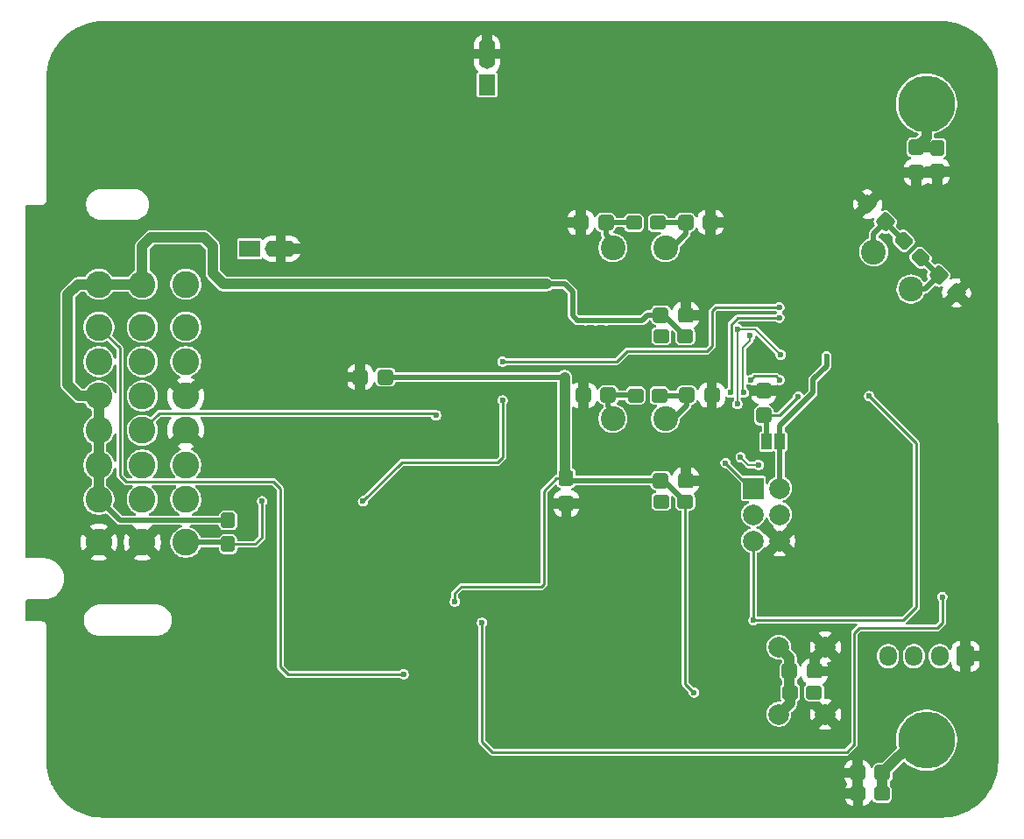
<source format=gbr>
%TF.GenerationSoftware,KiCad,Pcbnew,9.0.2*%
%TF.CreationDate,2025-09-23T15:34:19+08:00*%
%TF.ProjectId,SSRU_v3.2,53535255-5f76-4332-9e32-2e6b69636164,rev?*%
%TF.SameCoordinates,Original*%
%TF.FileFunction,Copper,L2,Bot*%
%TF.FilePolarity,Positive*%
%FSLAX46Y46*%
G04 Gerber Fmt 4.6, Leading zero omitted, Abs format (unit mm)*
G04 Created by KiCad (PCBNEW 9.0.2) date 2025-09-23 15:34:19*
%MOMM*%
%LPD*%
G01*
G04 APERTURE LIST*
G04 Aperture macros list*
%AMRoundRect*
0 Rectangle with rounded corners*
0 $1 Rounding radius*
0 $2 $3 $4 $5 $6 $7 $8 $9 X,Y pos of 4 corners*
0 Add a 4 corners polygon primitive as box body*
4,1,4,$2,$3,$4,$5,$6,$7,$8,$9,$2,$3,0*
0 Add four circle primitives for the rounded corners*
1,1,$1+$1,$2,$3*
1,1,$1+$1,$4,$5*
1,1,$1+$1,$6,$7*
1,1,$1+$1,$8,$9*
0 Add four rect primitives between the rounded corners*
20,1,$1+$1,$2,$3,$4,$5,0*
20,1,$1+$1,$4,$5,$6,$7,0*
20,1,$1+$1,$6,$7,$8,$9,0*
20,1,$1+$1,$8,$9,$2,$3,0*%
G04 Aperture macros list end*
%TA.AperFunction,ComponentPad*%
%ADD10R,2.000000X1.600000*%
%TD*%
%TA.AperFunction,ComponentPad*%
%ADD11O,3.000000X1.600000*%
%TD*%
%TA.AperFunction,ComponentPad*%
%ADD12C,2.600000*%
%TD*%
%TA.AperFunction,ComponentPad*%
%ADD13C,5.500000*%
%TD*%
%TA.AperFunction,ComponentPad*%
%ADD14R,2.000000X2.000000*%
%TD*%
%TA.AperFunction,ComponentPad*%
%ADD15C,2.000000*%
%TD*%
%TA.AperFunction,ComponentPad*%
%ADD16RoundRect,0.250000X0.600000X0.725000X-0.600000X0.725000X-0.600000X-0.725000X0.600000X-0.725000X0*%
%TD*%
%TA.AperFunction,ComponentPad*%
%ADD17O,1.700000X1.950000*%
%TD*%
%TA.AperFunction,ComponentPad*%
%ADD18C,2.400000*%
%TD*%
%TA.AperFunction,ComponentPad*%
%ADD19R,1.600000X2.000000*%
%TD*%
%TA.AperFunction,ComponentPad*%
%ADD20O,1.600000X3.000000*%
%TD*%
%TA.AperFunction,SMDPad,CuDef*%
%ADD21RoundRect,0.305575X0.460025X0.412525X-0.460025X0.412525X-0.460025X-0.412525X0.460025X-0.412525X0*%
%TD*%
%TA.AperFunction,SMDPad,CuDef*%
%ADD22RoundRect,0.308511X0.457089X0.416489X-0.457089X0.416489X-0.457089X-0.416489X0.457089X-0.416489X0*%
%TD*%
%TA.AperFunction,SMDPad,CuDef*%
%ADD23RoundRect,0.305575X-0.412525X0.460025X-0.412525X-0.460025X0.412525X-0.460025X0.412525X0.460025X0*%
%TD*%
%TA.AperFunction,SMDPad,CuDef*%
%ADD24RoundRect,0.308511X-0.416489X0.457089X-0.416489X-0.457089X0.416489X-0.457089X0.416489X0.457089X0*%
%TD*%
%TA.AperFunction,SMDPad,CuDef*%
%ADD25RoundRect,0.278125X-0.389375X0.474375X-0.389375X-0.474375X0.389375X-0.474375X0.389375X0.474375X0*%
%TD*%
%TA.AperFunction,SMDPad,CuDef*%
%ADD26RoundRect,0.305575X-0.616986X0.033588X0.033588X-0.616986X0.616986X-0.033588X-0.033588X0.616986X0*%
%TD*%
%TA.AperFunction,SMDPad,CuDef*%
%ADD27RoundRect,0.308511X-0.617713X0.028709X0.028709X-0.617713X0.617713X-0.028709X-0.028709X0.617713X0*%
%TD*%
%TA.AperFunction,SMDPad,CuDef*%
%ADD28RoundRect,0.278125X-0.474375X-0.389375X0.474375X-0.389375X0.474375X0.389375X-0.474375X0.389375X0*%
%TD*%
%TA.AperFunction,SMDPad,CuDef*%
%ADD29RoundRect,0.305575X0.616986X-0.033588X-0.033588X0.616986X-0.616986X0.033588X0.033588X-0.616986X0*%
%TD*%
%TA.AperFunction,SMDPad,CuDef*%
%ADD30RoundRect,0.308511X0.617713X-0.028709X-0.028709X0.617713X-0.617713X0.028709X0.028709X-0.617713X0*%
%TD*%
%TA.AperFunction,SMDPad,CuDef*%
%ADD31RoundRect,0.305575X-0.460025X-0.412525X0.460025X-0.412525X0.460025X0.412525X-0.460025X0.412525X0*%
%TD*%
%TA.AperFunction,SMDPad,CuDef*%
%ADD32RoundRect,0.308511X-0.457089X-0.416489X0.457089X-0.416489X0.457089X0.416489X-0.457089X0.416489X0*%
%TD*%
%TA.AperFunction,SMDPad,CuDef*%
%ADD33RoundRect,0.278125X-0.610763X0.060104X0.060104X-0.610763X0.610763X-0.060104X-0.060104X0.610763X0*%
%TD*%
%TA.AperFunction,SMDPad,CuDef*%
%ADD34RoundRect,0.278125X0.389375X-0.474375X0.389375X0.474375X-0.389375X0.474375X-0.389375X-0.474375X0*%
%TD*%
%TA.AperFunction,SMDPad,CuDef*%
%ADD35R,1.000000X1.500000*%
%TD*%
%TA.AperFunction,SMDPad,CuDef*%
%ADD36RoundRect,0.305575X0.412525X-0.460025X0.412525X0.460025X-0.412525X0.460025X-0.412525X-0.460025X0*%
%TD*%
%TA.AperFunction,SMDPad,CuDef*%
%ADD37RoundRect,0.308511X0.416489X-0.457089X0.416489X0.457089X-0.416489X0.457089X-0.416489X-0.457089X0*%
%TD*%
%TA.AperFunction,ViaPad*%
%ADD38C,0.600000*%
%TD*%
%TA.AperFunction,ViaPad*%
%ADD39C,1.000000*%
%TD*%
%TA.AperFunction,ViaPad*%
%ADD40C,0.800000*%
%TD*%
%TA.AperFunction,Conductor*%
%ADD41C,0.500000*%
%TD*%
%TA.AperFunction,Conductor*%
%ADD42C,1.000000*%
%TD*%
%TA.AperFunction,Conductor*%
%ADD43C,0.250000*%
%TD*%
%TA.AperFunction,Conductor*%
%ADD44C,0.200000*%
%TD*%
G04 APERTURE END LIST*
D10*
%TO.P,C7,1*%
%TO.N,+12V*%
X124550000Y-84600000D03*
D11*
%TO.P,C7,2*%
%TO.N,GND*%
X127550000Y-84600000D03*
%TD*%
D12*
%TO.P,J2,1,Pin_1*%
%TO.N,+12V*%
X118375000Y-88020000D03*
%TO.P,J2,2,Pin_2*%
%TO.N,CAN2-*%
X118375000Y-92170000D03*
%TO.P,J2,3,Pin_3*%
%TO.N,CAN2+*%
X118375000Y-95500000D03*
%TO.P,J2,4,Pin_4*%
%TO.N,GND*%
X118375000Y-98830000D03*
%TO.P,J2,5,Pin_5*%
X118375000Y-102135000D03*
%TO.P,J2,6,Pin_6*%
%TO.N,ENCODER-*%
X118375000Y-105490000D03*
%TO.P,J2,7,Pin_7*%
%TO.N,I2C-*%
X118375000Y-108820000D03*
%TO.P,J2,8,Pin_8*%
%TO.N,DS18B20*%
X118375000Y-112970000D03*
%TO.P,J2,9,Pin_9*%
%TO.N,+5V*%
X114175000Y-88020000D03*
%TO.P,J2,10,Pin_10*%
%TO.N,CAN1-*%
X114175000Y-92170000D03*
%TO.P,J2,11,Pin_11*%
%TO.N,CAN1+*%
X114175000Y-95500000D03*
%TO.P,J2,12,Pin_12*%
%TO.N,POT1_IN*%
X114175000Y-98830000D03*
%TO.P,J2,13,Pin_13*%
%TO.N,POT2_IN*%
X114175000Y-102135000D03*
%TO.P,J2,14,Pin_14*%
%TO.N,ENCODER+*%
X114175000Y-105490000D03*
%TO.P,J2,15,Pin_15*%
%TO.N,I2C+*%
X114175000Y-108820000D03*
%TO.P,J2,16,Pin_16*%
%TO.N,GND*%
X114175000Y-112970000D03*
%TO.P,J2,17,Pin_17*%
%TO.N,+5V*%
X109975000Y-88020000D03*
%TO.P,J2,18,Pin_18*%
%TO.N,FLOW_IN*%
X109975000Y-92170000D03*
%TO.P,J2,19,Pin_19*%
%TO.N,PUMP_NTC_50k*%
X109975000Y-95500000D03*
%TO.P,J2,20,Pin_20*%
%TO.N,+5V*%
X109975000Y-98830000D03*
%TO.P,J2,21,Pin_21*%
X109975000Y-102135000D03*
%TO.P,J2,22,Pin_22*%
X109975000Y-105490000D03*
%TO.P,J2,23,Pin_23*%
X109975000Y-108820000D03*
%TO.P,J2,24,Pin_24*%
%TO.N,GND*%
X109975000Y-112970000D03*
%TD*%
D13*
%TO.P,H2,1,1*%
%TO.N,GND2*%
X189967641Y-132097800D03*
%TD*%
D14*
%TO.P,J4,1,MISO*%
%TO.N,MISO*%
X173250000Y-107750000D03*
D15*
%TO.P,J4,2,VCC*%
%TO.N,+5V*%
X175790000Y-107750000D03*
%TO.P,J4,3,SCK*%
%TO.N,SCK*%
X173250000Y-110290000D03*
%TO.P,J4,4,MOSI*%
%TO.N,MOSI*%
X175790000Y-110290000D03*
%TO.P,J4,5,~{RST}*%
%TO.N,RST*%
X173250000Y-112830000D03*
%TO.P,J4,6,GND*%
%TO.N,GND*%
X175790000Y-112830000D03*
%TD*%
D16*
%TO.P,J31,1,Pin_1*%
%TO.N,GND*%
X193750000Y-123975000D03*
D17*
%TO.P,J31,2,Pin_2*%
%TO.N,328-*%
X191250000Y-123975000D03*
%TO.P,J31,3,Pin_3*%
%TO.N,328+*%
X188750000Y-123975000D03*
%TO.P,J31,4,Pin_4*%
%TO.N,+5V*%
X186250000Y-123975000D03*
%TD*%
D15*
%TO.P,SW1,1,1*%
%TO.N,GND*%
X180199200Y-123090000D03*
X180199200Y-129590000D03*
%TO.P,SW1,2,2*%
%TO.N,RST*%
X175699200Y-123090000D03*
X175699200Y-129590000D03*
%TD*%
D18*
%TO.P,Y3,1,1*%
%TO.N,Net-(U1-OSC2)*%
X164743282Y-101000000D03*
%TO.P,Y3,2,2*%
%TO.N,Net-(U1-OSC1)*%
X159663282Y-101000000D03*
%TD*%
%TO.P,Y4,1,1*%
%TO.N,Net-(U6-OSC2)*%
X164743282Y-84500000D03*
%TO.P,Y4,2,2*%
%TO.N,Net-(U6-OSC1)*%
X159663282Y-84500000D03*
%TD*%
%TO.P,Y1,1,1*%
%TO.N,XTAL2*%
X184867589Y-84890266D03*
%TO.P,Y1,2,2*%
%TO.N,XTAL1*%
X188459691Y-88482368D03*
%TD*%
D13*
%TO.P,H1,1,1*%
%TO.N,GND1*%
X189967641Y-70597800D03*
%TD*%
D19*
%TO.P,C11,1*%
%TO.N,Net-(U4-FB)*%
X147500000Y-68750000D03*
D20*
%TO.P,C11,2*%
%TO.N,GND*%
X147500000Y-65750000D03*
%TD*%
D21*
%TO.P,C41,1*%
%TO.N,GND*%
X169215600Y-98742048D03*
D22*
%TO.P,C41,2*%
%TO.N,Net-(U1-OSC2)*%
X166784400Y-98748948D03*
%TD*%
D23*
%TO.P,C4,1*%
%TO.N,GND*%
X174243100Y-98284400D03*
D24*
%TO.P,C4,2*%
%TO.N,Net-(JP1-B)*%
X174250000Y-100715600D03*
%TD*%
D25*
%TO.P,R40,1*%
%TO.N,+5V*%
X122467500Y-110847500D03*
%TO.P,R40,2*%
%TO.N,DS18B20*%
X122467500Y-113152500D03*
%TD*%
D21*
%TO.P,C26,1*%
%TO.N,GND*%
X169115600Y-82043100D03*
D22*
%TO.P,C26,2*%
%TO.N,Net-(U6-OSC2)*%
X166684400Y-82050000D03*
%TD*%
D21*
%TO.P,C39,1*%
%TO.N,GND*%
X166715600Y-90993100D03*
D22*
%TO.P,C39,2*%
%TO.N,+5V*%
X164284400Y-91000000D03*
%TD*%
D26*
%TO.P,C17,1*%
%TO.N,GND*%
X184276003Y-80285761D03*
D27*
%TO.P,C17,2*%
%TO.N,XTAL2*%
X186000000Y-82000000D03*
%TD*%
D23*
%TO.P,C44,1*%
%TO.N,+5V*%
X155145600Y-106784400D03*
D24*
%TO.P,C44,2*%
%TO.N,GND*%
X155152500Y-109215600D03*
%TD*%
D28*
%TO.P,R15,1*%
%TO.N,Net-(U6-OSC1)*%
X161697500Y-82083552D03*
%TO.P,R15,2*%
%TO.N,Net-(U6-OSC2)*%
X164002500Y-82083552D03*
%TD*%
D29*
%TO.P,C5,1*%
%TO.N,GND*%
X192864438Y-88854680D03*
D30*
%TO.P,C5,2*%
%TO.N,XTAL1*%
X191140441Y-87140441D03*
%TD*%
D31*
%TO.P,C42,1*%
%TO.N,GND*%
X156784400Y-98755848D03*
D32*
%TO.P,C42,2*%
%TO.N,Net-(U1-OSC1)*%
X159215600Y-98748948D03*
%TD*%
D28*
%TO.P,R16,1*%
%TO.N,Net-(U6-~{RESET})*%
X164347500Y-93032500D03*
%TO.P,R16,2*%
%TO.N,+5V*%
X166652500Y-93032500D03*
%TD*%
D31*
%TO.P,C27,1*%
%TO.N,GND*%
X156534400Y-82056900D03*
D32*
%TO.P,C27,2*%
%TO.N,Net-(U6-OSC1)*%
X158965600Y-82050000D03*
%TD*%
D33*
%TO.P,R4,1*%
%TO.N,XTAL2*%
X187762078Y-83830717D03*
%TO.P,R4,2*%
%TO.N,XTAL1*%
X189391960Y-85460599D03*
%TD*%
D21*
%TO.P,C43,1*%
%TO.N,GND*%
X166715600Y-106993100D03*
D22*
%TO.P,C43,2*%
%TO.N,+5V*%
X164284400Y-107000000D03*
%TD*%
D28*
%TO.P,R21,1*%
%TO.N,Net-(U1-~{RESET})*%
X164347500Y-109032500D03*
%TO.P,R21,2*%
%TO.N,+5V*%
X166652500Y-109032500D03*
%TD*%
%TO.P,R9,1*%
%TO.N,GND*%
X183347500Y-137282500D03*
%TO.P,R9,2*%
%TO.N,GND2*%
X185652500Y-137282500D03*
%TD*%
D34*
%TO.P,R10,1*%
%TO.N,GND*%
X191032500Y-77152500D03*
%TO.P,R10,2*%
%TO.N,GND1*%
X191032500Y-74847500D03*
%TD*%
D35*
%TO.P,JP1,1,A*%
%TO.N,+5V*%
X175800000Y-103250000D03*
%TO.P,JP1,2,B*%
%TO.N,Net-(JP1-B)*%
X174500000Y-103250000D03*
%TD*%
D36*
%TO.P,C29,1*%
%TO.N,GND*%
X189006900Y-77215600D03*
D37*
%TO.P,C29,2*%
%TO.N,GND1*%
X189000000Y-74784400D03*
%TD*%
D31*
%TO.P,C24,1*%
%TO.N,GND*%
X183284400Y-135256900D03*
D32*
%TO.P,C24,2*%
%TO.N,GND2*%
X185715600Y-135250000D03*
%TD*%
D31*
%TO.P,C23,1*%
%TO.N,GND*%
X135250000Y-97000000D03*
D32*
%TO.P,C23,2*%
%TO.N,+5V*%
X137681200Y-96993100D03*
%TD*%
D21*
%TO.P,C18,1*%
%TO.N,GND*%
X179164800Y-125433100D03*
D22*
%TO.P,C18,2*%
%TO.N,RST*%
X176733600Y-125440000D03*
%TD*%
D28*
%TO.P,R5,1*%
%TO.N,RST*%
X176796700Y-127472500D03*
%TO.P,R5,2*%
%TO.N,+5V*%
X179101700Y-127472500D03*
%TD*%
%TO.P,R18,1*%
%TO.N,Net-(U1-OSC1)*%
X161847500Y-98782500D03*
%TO.P,R18,2*%
%TO.N,Net-(U1-OSC2)*%
X164152500Y-98782500D03*
%TD*%
D38*
%TO.N,+5V*%
X166652500Y-93032500D03*
X167500000Y-127500000D03*
X157000000Y-91500000D03*
X166652500Y-109032500D03*
X159000000Y-91500000D03*
D39*
X155000000Y-97000000D03*
D38*
X179101700Y-127472500D03*
X144374400Y-118700000D03*
X180302944Y-95000000D03*
X158000000Y-91500000D03*
X137681200Y-96993100D03*
X155145600Y-106784400D03*
D39*
X153215600Y-88006900D03*
D38*
%TO.N,DS18B20*%
X135500000Y-109000000D03*
X175750000Y-90250000D03*
X149000000Y-95500000D03*
X125750000Y-109000000D03*
X149000000Y-99250000D03*
%TO.N,RST*%
X173250000Y-120500000D03*
X184425520Y-98824480D03*
D40*
%TO.N,GND*%
X117000000Y-75000000D03*
X119000000Y-75000000D03*
X112000000Y-74000000D03*
D38*
X135467500Y-84125000D03*
D40*
X116000000Y-76000000D03*
X115000000Y-66000000D03*
X120000000Y-75000000D03*
X112000000Y-68000000D03*
D38*
X177000000Y-102000000D03*
D40*
X113000000Y-66000000D03*
X114000000Y-67000000D03*
D38*
X182500000Y-88000000D03*
D40*
X168393100Y-74531200D03*
X116000000Y-66000000D03*
D38*
X116250000Y-104500000D03*
D40*
X118000000Y-75000000D03*
X117000000Y-67000000D03*
X112000000Y-70000000D03*
X113000000Y-69000000D03*
D38*
X185500000Y-91000000D03*
D40*
X113000000Y-70000000D03*
D38*
X188500000Y-92000000D03*
X177000000Y-104750000D03*
D40*
X120000000Y-67000000D03*
X116000000Y-75000000D03*
D38*
X183347500Y-137282500D03*
X170000000Y-91000000D03*
X182000000Y-95000000D03*
X160500000Y-108000000D03*
D40*
X119000000Y-66000000D03*
X112000000Y-66000000D03*
X112000000Y-71000000D03*
D38*
X152000000Y-93905000D03*
X156534400Y-82056900D03*
D40*
X117000000Y-76000000D03*
X113000000Y-73000000D03*
D38*
X169215600Y-98742048D03*
D40*
X115000000Y-75000000D03*
D38*
X169115600Y-82043100D03*
X179500000Y-112750000D03*
X123000000Y-105500000D03*
D40*
X120000000Y-66000000D03*
D38*
X187000000Y-86500000D03*
D40*
X112000000Y-67000000D03*
D38*
X145393100Y-82431200D03*
X173600000Y-94200000D03*
X153006900Y-66284400D03*
D40*
X113000000Y-68000000D03*
D38*
X193750000Y-90500000D03*
X179164800Y-125433100D03*
X192864438Y-88854680D03*
X116250000Y-108000000D03*
X187500000Y-95250000D03*
X127215600Y-78606900D03*
D40*
X113000000Y-67000000D03*
X114000000Y-76000000D03*
D38*
X125925000Y-71000000D03*
X125925000Y-67600000D03*
X152000000Y-109905000D03*
D40*
X113000000Y-76000000D03*
D38*
X187500000Y-91000000D03*
X187500000Y-96750000D03*
X131500000Y-79750000D03*
X184276003Y-80285761D03*
D40*
X112000000Y-75000000D03*
D38*
X112000000Y-108000000D03*
X194215600Y-97006900D03*
X181000000Y-89750000D03*
D40*
X119000000Y-67000000D03*
X113000000Y-75000000D03*
D38*
X194215600Y-99006900D03*
D40*
X119000000Y-76000000D03*
D38*
X149100000Y-82507500D03*
D40*
X112000000Y-69000000D03*
D38*
X189500000Y-93000000D03*
X131500000Y-108000000D03*
X180500000Y-93000000D03*
D40*
X112000000Y-76000000D03*
X115000000Y-67000000D03*
D38*
X155152500Y-109215600D03*
X194215600Y-95006900D03*
X161725000Y-76600000D03*
X179500000Y-110750000D03*
X111250000Y-103750000D03*
D40*
X117000000Y-66000000D03*
X113000000Y-74000000D03*
X115000000Y-76000000D03*
D38*
X156784400Y-98755848D03*
X193000000Y-91250000D03*
D40*
X113000000Y-71000000D03*
X118000000Y-66000000D03*
D38*
X175250000Y-96000000D03*
D40*
X112000000Y-72000000D03*
D38*
X183284400Y-135256900D03*
X193500000Y-87500000D03*
X190750000Y-93500000D03*
D40*
X165493100Y-74531200D03*
X114000000Y-66000000D03*
X113000000Y-72000000D03*
D38*
X186500000Y-91000000D03*
X191500000Y-92750000D03*
D40*
X116000000Y-67000000D03*
X114000000Y-75000000D03*
D38*
X192250000Y-92000000D03*
X179277500Y-75032500D03*
D40*
X112000000Y-73000000D03*
D38*
X120750000Y-106250000D03*
D40*
X120000000Y-76000000D03*
D38*
X158000000Y-108635000D03*
D40*
X118000000Y-76000000D03*
X118000000Y-67000000D03*
D38*
%TO.N,POT2_IN*%
X142572500Y-100686900D03*
%TO.N,FLOW_IN*%
X139437500Y-125732500D03*
%TO.N,SCK*%
X175770101Y-97270101D03*
X173000000Y-97250000D03*
%TO.N,MISO*%
X171700000Y-92375000D03*
X170549265Y-105299264D03*
X171700000Y-99600000D03*
X175873476Y-94833274D03*
%TO.N,Net-(U6-~{RESET})*%
X164347500Y-93032500D03*
%TO.N,MOSI*%
X172924971Y-93000000D03*
X172300000Y-98500000D03*
X172000000Y-104750000D03*
X173750000Y-105500000D03*
%TO.N,CS_CAN2*%
X171000000Y-98500000D03*
X175750000Y-91250000D03*
%TO.N,Net-(U1-~{RESET})*%
X164347500Y-109032500D03*
%TO.N,FLOW_OUT*%
X191500000Y-118250000D03*
X147000000Y-120750000D03*
%TO.N,Net-(JP1-B)*%
X177573044Y-98866294D03*
%TD*%
D41*
%TO.N,+5V*%
X180302944Y-95912656D02*
X180302944Y-95000000D01*
D42*
X155000000Y-106638800D02*
X155145600Y-106784400D01*
D41*
X175790000Y-101710000D02*
X179000000Y-98500000D01*
D42*
X106967500Y-89032500D02*
X107980000Y-88020000D01*
D43*
X166652500Y-126652500D02*
X167500000Y-127500000D01*
D41*
X154993100Y-96993100D02*
X155000000Y-97000000D01*
X153215600Y-88006900D02*
X155006900Y-88006900D01*
D43*
X145000000Y-117250000D02*
X144374400Y-117875600D01*
X152750000Y-117250000D02*
X145000000Y-117250000D01*
D41*
X155750000Y-91000000D02*
X156250000Y-91500000D01*
D42*
X115000000Y-83500000D02*
X120125000Y-83500000D01*
D41*
X157000000Y-91500000D02*
X158000000Y-91500000D01*
D42*
X109975000Y-98830000D02*
X108080000Y-98830000D01*
D41*
X155006900Y-88006900D02*
X155750000Y-88750000D01*
X155750000Y-88750000D02*
X155750000Y-91000000D01*
X158000000Y-91500000D02*
X159000000Y-91500000D01*
D42*
X106967500Y-97717500D02*
X106967500Y-89032500D01*
D41*
X159000000Y-91500000D02*
X162500000Y-91500000D01*
D42*
X155000000Y-106638800D02*
X155000000Y-97000000D01*
X120125000Y-83500000D02*
X121000000Y-84375000D01*
D41*
X179000000Y-97215600D02*
X180302944Y-95912656D01*
D43*
X155145600Y-106784400D02*
X154215600Y-106784400D01*
D42*
X114175000Y-88020000D02*
X114175000Y-84325000D01*
X122006900Y-88006900D02*
X153215600Y-88006900D01*
D41*
X137681200Y-96993100D02*
X154993100Y-96993100D01*
D42*
X107980000Y-88020000D02*
X109975000Y-88020000D01*
X108080000Y-98830000D02*
X106967500Y-97717500D01*
D41*
X162500000Y-91500000D02*
X163000000Y-91000000D01*
X164284400Y-107000000D02*
X164620000Y-107000000D01*
D42*
X114175000Y-84325000D02*
X115000000Y-83500000D01*
D41*
X122467500Y-110847500D02*
X112002500Y-110847500D01*
D43*
X153000000Y-108000000D02*
X153000000Y-117000000D01*
D42*
X109975000Y-98830000D02*
X109975000Y-108820000D01*
D43*
X154215600Y-106784400D02*
X153000000Y-108000000D01*
D41*
X156250000Y-91500000D02*
X157000000Y-91500000D01*
X164284400Y-107000000D02*
X155361200Y-107000000D01*
X164620000Y-91000000D02*
X166652500Y-93032500D01*
X112002500Y-110847500D02*
X109975000Y-108820000D01*
X163000000Y-91000000D02*
X164284400Y-91000000D01*
D42*
X109975000Y-88020000D02*
X114175000Y-88020000D01*
X121000000Y-84375000D02*
X121000000Y-87000000D01*
D41*
X179000000Y-98500000D02*
X179000000Y-97215600D01*
D43*
X153000000Y-117000000D02*
X152750000Y-117250000D01*
D42*
X121000000Y-87000000D02*
X122006900Y-88006900D01*
D43*
X144374400Y-117875600D02*
X144374400Y-118700000D01*
D41*
X164284400Y-91000000D02*
X164620000Y-91000000D01*
D43*
X166652500Y-109032500D02*
X166652500Y-126652500D01*
D41*
X164620000Y-107000000D02*
X166652500Y-109032500D01*
X175790000Y-107750000D02*
X175790000Y-101710000D01*
X155361200Y-107000000D02*
X155145600Y-106784400D01*
%TO.N,XTAL1*%
X188459691Y-88482368D02*
X189798514Y-88482368D01*
X189437922Y-85460599D02*
X189391960Y-85460599D01*
X191140441Y-87140441D02*
X191117764Y-87140441D01*
X189798514Y-88482368D02*
X191140441Y-87140441D01*
X191117764Y-87140441D02*
X189437922Y-85460599D01*
%TO.N,Net-(U6-OSC2)*%
X166684400Y-83158882D02*
X165343282Y-84500000D01*
X166684400Y-82050000D02*
X166684400Y-83158882D01*
X166650848Y-82083552D02*
X166684400Y-82050000D01*
X164002500Y-82083552D02*
X166650848Y-82083552D01*
%TO.N,Net-(U6-OSC1)*%
X158965600Y-82050000D02*
X161663948Y-82050000D01*
X161663948Y-82050000D02*
X161697500Y-82083552D01*
X158965600Y-83202318D02*
X160263282Y-84500000D01*
X158965600Y-82050000D02*
X158965600Y-83202318D01*
%TO.N,DS18B20*%
X118375000Y-112970000D02*
X122285000Y-112970000D01*
D43*
X122467500Y-113152500D02*
X125097500Y-113152500D01*
X160000000Y-95500000D02*
X161000000Y-94500000D01*
X148500000Y-105250000D02*
X149000000Y-104750000D01*
X125097500Y-113152500D02*
X125750000Y-112500000D01*
X125750000Y-109500000D02*
X125750000Y-109000000D01*
X139250000Y-105250000D02*
X143000000Y-105250000D01*
X143000000Y-105250000D02*
X148500000Y-105250000D01*
X169250000Y-94000000D02*
X169250000Y-90625000D01*
X169625000Y-90250000D02*
X175750000Y-90250000D01*
X125750000Y-112500000D02*
X125750000Y-109500000D01*
D41*
X122285000Y-112970000D02*
X122467500Y-113152500D01*
D43*
X169250000Y-90625000D02*
X169625000Y-90250000D01*
X135500000Y-109000000D02*
X139250000Y-105250000D01*
X149000000Y-95500000D02*
X160000000Y-95500000D01*
X168750000Y-94500000D02*
X169250000Y-94000000D01*
X149000000Y-104750000D02*
X149000000Y-99250000D01*
X161000000Y-94500000D02*
X168750000Y-94500000D01*
D41*
%TO.N,XTAL2*%
X184867589Y-83132411D02*
X186000000Y-82000000D01*
X184867589Y-84890266D02*
X184867589Y-83132411D01*
X186000000Y-82000000D02*
X186000000Y-82068639D01*
X186000000Y-82068639D02*
X187762078Y-83830717D01*
D43*
%TO.N,RST*%
X173250000Y-120500000D02*
X173250000Y-112830000D01*
X189000000Y-119250000D02*
X189000000Y-103398960D01*
D42*
X176796700Y-128492500D02*
X175699200Y-129590000D01*
X176733600Y-125440000D02*
X176733600Y-127409400D01*
X176733600Y-124124400D02*
X175699200Y-123090000D01*
X176733600Y-127409400D02*
X176796700Y-127472500D01*
X176733600Y-125440000D02*
X176733600Y-124124400D01*
D43*
X173250000Y-120500000D02*
X187750000Y-120500000D01*
D42*
X176796700Y-127472500D02*
X176796700Y-128492500D01*
D43*
X187750000Y-120500000D02*
X189000000Y-119250000D01*
X189000000Y-103398960D02*
X184425520Y-98824480D01*
%TO.N,POT2_IN*%
X142385600Y-100500000D02*
X142572500Y-100686900D01*
X115810000Y-100500000D02*
X142385600Y-100500000D01*
X114175000Y-102135000D02*
X115810000Y-100500000D01*
%TO.N,FLOW_IN*%
X109975000Y-92170000D02*
X112000000Y-94195000D01*
X126866000Y-107116000D02*
X127500000Y-107750000D01*
X128232500Y-125732500D02*
X139437500Y-125732500D01*
X112000000Y-94195000D02*
X112000000Y-106500000D01*
X112616000Y-107116000D02*
X126866000Y-107116000D01*
X127500000Y-107750000D02*
X127500000Y-125000000D01*
X127500000Y-125000000D02*
X128232500Y-125732500D01*
X112000000Y-106500000D02*
X112616000Y-107116000D01*
%TO.N,SCK*%
X175400000Y-96900000D02*
X175770101Y-97270101D01*
X173000000Y-97250000D02*
X173350000Y-96900000D01*
X173350000Y-96900000D02*
X175400000Y-96900000D01*
D44*
%TO.N,MISO*%
X173440202Y-92400000D02*
X175873476Y-94833274D01*
D43*
X170549265Y-105299264D02*
X173000001Y-107750000D01*
D44*
X171700000Y-92400000D02*
X173440202Y-92400000D01*
D43*
X173000001Y-107750000D02*
X173250000Y-107750000D01*
D44*
X171700000Y-99600000D02*
X171700000Y-92400000D01*
%TO.N,MOSI*%
X172250000Y-94150000D02*
X172924971Y-93475029D01*
X172300000Y-98500000D02*
X172250000Y-98450000D01*
X172924971Y-93475029D02*
X172924971Y-93000000D01*
X172250000Y-98450000D02*
X172250000Y-94150000D01*
X172000000Y-104750000D02*
X172750000Y-105500000D01*
X173750000Y-105500000D02*
X172750000Y-105500000D01*
D43*
%TO.N,CS_CAN2*%
X171074000Y-91926000D02*
X171074000Y-98426000D01*
X175750000Y-91250000D02*
X171750000Y-91250000D01*
X171750000Y-91250000D02*
X171074000Y-91926000D01*
X171074000Y-98426000D02*
X171000000Y-98500000D01*
D41*
%TO.N,Net-(U1-OSC2)*%
X166784400Y-99708882D02*
X165493282Y-101000000D01*
X166784400Y-98748948D02*
X166784400Y-99708882D01*
X166750848Y-98782500D02*
X166784400Y-98748948D01*
X164152500Y-98782500D02*
X166750848Y-98782500D01*
%TO.N,Net-(U1-OSC1)*%
X159215600Y-98748948D02*
X161813948Y-98748948D01*
X161813948Y-98748948D02*
X161847500Y-98782500D01*
X159215600Y-98748948D02*
X159215600Y-99802318D01*
X159215600Y-99802318D02*
X160413282Y-101000000D01*
D43*
%TO.N,FLOW_OUT*%
X182250000Y-133250000D02*
X148000000Y-133250000D01*
X191500000Y-118250000D02*
X191500000Y-120750000D01*
X183500000Y-121250000D02*
X183000000Y-121750000D01*
X148000000Y-133250000D02*
X147000000Y-132250000D01*
X147000000Y-132250000D02*
X147000000Y-120750000D01*
X191000000Y-121250000D02*
X183500000Y-121250000D01*
X183000000Y-132500000D02*
X182250000Y-133250000D01*
X191500000Y-120750000D02*
X191000000Y-121250000D01*
X183000000Y-121750000D02*
X183000000Y-132500000D01*
D42*
%TO.N,GND2*%
X189869841Y-132000000D02*
X189967641Y-132097800D01*
X185715600Y-137219400D02*
X185652500Y-137282500D01*
X188965600Y-132000000D02*
X189869841Y-132000000D01*
X185715600Y-135250000D02*
X188965600Y-132000000D01*
X185715600Y-135250000D02*
X185715600Y-137219400D01*
%TO.N,GND1*%
X190969400Y-74784400D02*
X191032500Y-74847500D01*
X189967641Y-73816759D02*
X189000000Y-74784400D01*
X189967641Y-70597800D02*
X189967641Y-73816759D01*
X189000000Y-74784400D02*
X190969400Y-74784400D01*
D41*
%TO.N,Net-(JP1-B)*%
X174500000Y-102750000D02*
X174500000Y-100965600D01*
X174500000Y-100965600D02*
X174250000Y-100715600D01*
D43*
X175736392Y-100715600D02*
X177579371Y-98872621D01*
X174250000Y-100715600D02*
X175736392Y-100715600D01*
%TD*%
%TA.AperFunction,Conductor*%
%TO.N,GND*%
G36*
X111605212Y-105786827D02*
G01*
X111656688Y-105834071D01*
X111674500Y-105898104D01*
X111674500Y-106457147D01*
X111674500Y-106542853D01*
X111679398Y-106561132D01*
X111696682Y-106625640D01*
X111718108Y-106662750D01*
X111739535Y-106699862D01*
X112355533Y-107315859D01*
X112355535Y-107315862D01*
X112416138Y-107376465D01*
X112465864Y-107405174D01*
X112490360Y-107419317D01*
X112490361Y-107419317D01*
X112490362Y-107419318D01*
X112573148Y-107441501D01*
X112573150Y-107441501D01*
X112666449Y-107441501D01*
X112666465Y-107441500D01*
X113137908Y-107441500D01*
X113204947Y-107461185D01*
X113250702Y-107513989D01*
X113260646Y-107583147D01*
X113231621Y-107646703D01*
X113210799Y-107665813D01*
X113197490Y-107675483D01*
X113197486Y-107675486D01*
X113030485Y-107842487D01*
X113030485Y-107842488D01*
X113030483Y-107842490D01*
X112981557Y-107909831D01*
X112891657Y-108033566D01*
X112784433Y-108244003D01*
X112711446Y-108468631D01*
X112674500Y-108701902D01*
X112674500Y-108938097D01*
X112711446Y-109171368D01*
X112784433Y-109395996D01*
X112849994Y-109524665D01*
X112891657Y-109606433D01*
X113030483Y-109797510D01*
X113197490Y-109964517D01*
X113388567Y-110103343D01*
X113463231Y-110141386D01*
X113504699Y-110162515D01*
X113555495Y-110210490D01*
X113572290Y-110278310D01*
X113549753Y-110344445D01*
X113495038Y-110387897D01*
X113448404Y-110397000D01*
X112240465Y-110397000D01*
X112173426Y-110377315D01*
X112152784Y-110360681D01*
X111369367Y-109577264D01*
X111335882Y-109515941D01*
X111340866Y-109446249D01*
X111346559Y-109433298D01*
X111365568Y-109395992D01*
X111438553Y-109171368D01*
X111450095Y-109098493D01*
X111475500Y-108938097D01*
X111475500Y-108701902D01*
X111438553Y-108468631D01*
X111377883Y-108281909D01*
X111365568Y-108244008D01*
X111365566Y-108244005D01*
X111365566Y-108244003D01*
X111301949Y-108119149D01*
X111258343Y-108033567D01*
X111119517Y-107842490D01*
X110952510Y-107675483D01*
X110761433Y-107536657D01*
X110761432Y-107536656D01*
X110761430Y-107536655D01*
X110743201Y-107527366D01*
X110692407Y-107479390D01*
X110675500Y-107416883D01*
X110675500Y-106893115D01*
X110695185Y-106826076D01*
X110743205Y-106782630D01*
X110761433Y-106773343D01*
X110952510Y-106634517D01*
X111119517Y-106467510D01*
X111258343Y-106276433D01*
X111365568Y-106065992D01*
X111432569Y-105859785D01*
X111472007Y-105802110D01*
X111536366Y-105774912D01*
X111605212Y-105786827D01*
G37*
%TD.AperFunction*%
%TA.AperFunction,Conductor*%
G36*
X117368161Y-107450383D02*
G01*
X117398884Y-107457528D01*
X117401436Y-107460154D01*
X117404947Y-107461185D01*
X117425591Y-107485009D01*
X117447578Y-107507634D01*
X117448305Y-107511222D01*
X117450702Y-107513989D01*
X117455189Y-107545201D01*
X117461453Y-107576112D01*
X117460124Y-107579523D01*
X117460646Y-107583147D01*
X117447542Y-107611839D01*
X117436103Y-107641221D01*
X117432545Y-107644678D01*
X117431621Y-107646703D01*
X117410799Y-107665813D01*
X117397490Y-107675483D01*
X117397486Y-107675486D01*
X117230485Y-107842487D01*
X117230485Y-107842488D01*
X117230483Y-107842490D01*
X117181557Y-107909831D01*
X117091657Y-108033566D01*
X116984433Y-108244003D01*
X116911446Y-108468631D01*
X116874500Y-108701902D01*
X116874500Y-108938097D01*
X116911446Y-109171368D01*
X116984433Y-109395996D01*
X117049994Y-109524665D01*
X117091657Y-109606433D01*
X117230483Y-109797510D01*
X117397490Y-109964517D01*
X117588567Y-110103343D01*
X117663231Y-110141386D01*
X117704699Y-110162515D01*
X117755495Y-110210490D01*
X117772290Y-110278310D01*
X117749753Y-110344445D01*
X117695038Y-110387897D01*
X117648404Y-110397000D01*
X114901596Y-110397000D01*
X114834557Y-110377315D01*
X114788802Y-110324511D01*
X114778858Y-110255353D01*
X114807883Y-110191797D01*
X114845301Y-110162515D01*
X114886765Y-110141388D01*
X114961433Y-110103343D01*
X115152510Y-109964517D01*
X115319517Y-109797510D01*
X115458343Y-109606433D01*
X115565568Y-109395992D01*
X115638553Y-109171368D01*
X115650095Y-109098493D01*
X115675500Y-108938097D01*
X115675500Y-108701902D01*
X115638553Y-108468631D01*
X115577883Y-108281909D01*
X115565568Y-108244008D01*
X115565566Y-108244005D01*
X115565566Y-108244003D01*
X115501949Y-108119149D01*
X115458343Y-108033567D01*
X115319517Y-107842490D01*
X115152510Y-107675483D01*
X115139204Y-107665816D01*
X115096541Y-107610489D01*
X115090562Y-107540876D01*
X115123167Y-107479081D01*
X115184005Y-107444723D01*
X115212092Y-107441500D01*
X117337908Y-107441500D01*
X117368161Y-107450383D01*
G37*
%TD.AperFunction*%
%TA.AperFunction,Conductor*%
G36*
X111605212Y-102431827D02*
G01*
X111656688Y-102479071D01*
X111674500Y-102543104D01*
X111674500Y-105081895D01*
X111654815Y-105148934D01*
X111602011Y-105194689D01*
X111532853Y-105204633D01*
X111469297Y-105175608D01*
X111432569Y-105120214D01*
X111390108Y-104989535D01*
X111365568Y-104914008D01*
X111365566Y-104914005D01*
X111365566Y-104914003D01*
X111258342Y-104703566D01*
X111119517Y-104512490D01*
X110952510Y-104345483D01*
X110761433Y-104206657D01*
X110761432Y-104206656D01*
X110761430Y-104206655D01*
X110743201Y-104197366D01*
X110692407Y-104149390D01*
X110675500Y-104086883D01*
X110675500Y-103538115D01*
X110695185Y-103471076D01*
X110743205Y-103427630D01*
X110761433Y-103418343D01*
X110952510Y-103279517D01*
X111119517Y-103112510D01*
X111258343Y-102921433D01*
X111365568Y-102710992D01*
X111432569Y-102504785D01*
X111472007Y-102447110D01*
X111536366Y-102419912D01*
X111605212Y-102431827D01*
G37*
%TD.AperFunction*%
%TA.AperFunction,Conductor*%
G36*
X191395200Y-62598406D02*
G01*
X191841669Y-62616875D01*
X191851847Y-62617718D01*
X192292754Y-62672680D01*
X192302822Y-62674360D01*
X192737672Y-62765541D01*
X192747575Y-62768048D01*
X193173406Y-62894827D01*
X193183089Y-62898152D01*
X193390031Y-62978902D01*
X193596980Y-63059655D01*
X193606344Y-63063762D01*
X193817872Y-63167173D01*
X194005490Y-63258895D01*
X194014503Y-63263773D01*
X194396149Y-63491187D01*
X194404729Y-63496792D01*
X194766310Y-63754958D01*
X194774397Y-63761253D01*
X194874148Y-63845738D01*
X195113394Y-64048371D01*
X195113404Y-64048379D01*
X195120945Y-64055320D01*
X195435099Y-64369476D01*
X195442040Y-64377016D01*
X195729180Y-64716044D01*
X195735474Y-64724132D01*
X195993622Y-65085692D01*
X195999228Y-65094272D01*
X196226644Y-65475928D01*
X196231522Y-65484941D01*
X196426649Y-65884083D01*
X196430765Y-65893468D01*
X196592258Y-66307340D01*
X196595584Y-66317026D01*
X196665633Y-66552317D01*
X196722354Y-66742841D01*
X196724870Y-66752776D01*
X196816042Y-67187595D01*
X196817729Y-67197704D01*
X196872683Y-67638571D01*
X196873529Y-67648785D01*
X196891994Y-68095244D01*
X196892100Y-68100354D01*
X196899507Y-134163748D01*
X196900569Y-134171810D01*
X196899882Y-134171900D01*
X196902729Y-134197623D01*
X196888287Y-134546818D01*
X196887441Y-134557032D01*
X196832487Y-134997904D01*
X196830800Y-135008013D01*
X196739628Y-135442835D01*
X196737112Y-135452770D01*
X196610343Y-135878582D01*
X196607015Y-135888275D01*
X196445521Y-136302151D01*
X196441405Y-136311536D01*
X196246279Y-136710677D01*
X196241401Y-136719691D01*
X196013981Y-137101352D01*
X196008376Y-137109931D01*
X195750219Y-137471506D01*
X195743924Y-137479594D01*
X195456788Y-137818617D01*
X195449847Y-137826157D01*
X195135696Y-138140312D01*
X195128156Y-138147253D01*
X194789136Y-138434392D01*
X194781048Y-138440687D01*
X194419470Y-138698851D01*
X194410890Y-138704456D01*
X194029241Y-138931872D01*
X194020228Y-138936750D01*
X193621094Y-139131879D01*
X193611709Y-139135996D01*
X193197824Y-139297498D01*
X193188131Y-139300826D01*
X192762321Y-139427599D01*
X192752386Y-139430115D01*
X192317564Y-139521291D01*
X192307455Y-139522978D01*
X191866585Y-139577937D01*
X191856372Y-139578783D01*
X191474800Y-139594568D01*
X191411341Y-139597194D01*
X191406217Y-139597300D01*
X110402561Y-139597300D01*
X110397437Y-139597194D01*
X109950983Y-139578728D01*
X109940769Y-139577882D01*
X109499900Y-139522928D01*
X109489791Y-139521241D01*
X109054971Y-139430069D01*
X109045036Y-139427553D01*
X108619226Y-139300784D01*
X108609533Y-139297456D01*
X108195660Y-139135961D01*
X108186275Y-139131845D01*
X107787136Y-138936719D01*
X107778122Y-138931841D01*
X107396455Y-138704416D01*
X107387876Y-138698810D01*
X107026312Y-138440659D01*
X107018224Y-138434364D01*
X106679203Y-138147228D01*
X106671663Y-138140287D01*
X106357512Y-137826136D01*
X106350571Y-137818596D01*
X106319999Y-137782500D01*
X182102540Y-137782500D01*
X182109708Y-137846117D01*
X182167622Y-138011628D01*
X182167625Y-138011634D01*
X182260908Y-138160092D01*
X182260913Y-138160098D01*
X182384901Y-138284086D01*
X182384907Y-138284091D01*
X182533365Y-138377374D01*
X182533368Y-138377376D01*
X182698882Y-138435292D01*
X182829419Y-138449999D01*
X182829420Y-138450000D01*
X182847500Y-138450000D01*
X182847500Y-137782500D01*
X182102540Y-137782500D01*
X106319999Y-137782500D01*
X106265069Y-137717644D01*
X106063431Y-137479570D01*
X106057140Y-137471487D01*
X105798989Y-137109923D01*
X105793383Y-137101344D01*
X105751561Y-137031159D01*
X105565955Y-136719672D01*
X105561080Y-136710663D01*
X105555439Y-136699125D01*
X105411605Y-136404905D01*
X105365954Y-136311524D01*
X105361838Y-136302139D01*
X105314301Y-136180314D01*
X105200338Y-135888254D01*
X105197018Y-135878582D01*
X105160792Y-135756900D01*
X182023561Y-135756900D01*
X182034029Y-135849821D01*
X182093980Y-136021153D01*
X182093984Y-136021160D01*
X182190566Y-136174871D01*
X182253401Y-136237706D01*
X182286886Y-136299029D01*
X182281902Y-136368721D01*
X182262681Y-136402682D01*
X182260915Y-136404896D01*
X182167625Y-136553365D01*
X182167622Y-136553371D01*
X182109708Y-136718882D01*
X182102540Y-136782499D01*
X182102540Y-136782500D01*
X182847500Y-136782500D01*
X182847500Y-136605000D01*
X182820719Y-136578219D01*
X182787234Y-136516896D01*
X182784400Y-136490538D01*
X182784400Y-135756900D01*
X182023561Y-135756900D01*
X105160792Y-135756900D01*
X105070242Y-135452750D01*
X105067732Y-135442835D01*
X104976555Y-135007994D01*
X104974872Y-134997904D01*
X104944831Y-134756899D01*
X182023558Y-134756899D01*
X182023558Y-134756900D01*
X182784400Y-134756900D01*
X182784400Y-134038800D01*
X183784400Y-134038800D01*
X183784400Y-135985000D01*
X183811181Y-136011781D01*
X183844666Y-136073104D01*
X183847500Y-136099462D01*
X183847500Y-138450000D01*
X183865580Y-138450000D01*
X183865580Y-138449999D01*
X183996117Y-138435292D01*
X184161631Y-138377376D01*
X184161634Y-138377374D01*
X184310092Y-138284091D01*
X184310098Y-138284086D01*
X184434086Y-138160098D01*
X184434091Y-138160092D01*
X184527374Y-138011634D01*
X184527378Y-138011626D01*
X184548377Y-137951613D01*
X184589098Y-137894837D01*
X184654050Y-137869088D01*
X184722612Y-137882543D01*
X184764686Y-137918255D01*
X184836206Y-138013794D01*
X184946386Y-138096274D01*
X184946387Y-138096274D01*
X184946388Y-138096275D01*
X185030565Y-138127671D01*
X185064457Y-138140312D01*
X185075335Y-138144369D01*
X185075334Y-138144369D01*
X185075340Y-138144371D01*
X185132346Y-138150500D01*
X185132356Y-138150500D01*
X186172644Y-138150500D01*
X186172654Y-138150500D01*
X186229660Y-138144371D01*
X186358614Y-138096274D01*
X186468794Y-138013794D01*
X186551274Y-137903614D01*
X186599371Y-137774660D01*
X186605500Y-137717654D01*
X186605500Y-136847346D01*
X186599371Y-136790340D01*
X186596447Y-136782500D01*
X186551275Y-136661388D01*
X186551274Y-136661387D01*
X186551274Y-136661386D01*
X186468794Y-136551206D01*
X186465786Y-136548954D01*
X186463535Y-136545948D01*
X186462520Y-136544932D01*
X186462666Y-136544785D01*
X186423917Y-136493019D01*
X186416100Y-136449689D01*
X186416100Y-136182176D01*
X186435785Y-136115137D01*
X186465790Y-136082909D01*
X186478888Y-136073104D01*
X186536315Y-136030115D01*
X186624031Y-135912940D01*
X186675182Y-135775800D01*
X186678293Y-135746861D01*
X186681699Y-135715189D01*
X186681699Y-135715182D01*
X186681700Y-135715173D01*
X186681699Y-135325917D01*
X186701383Y-135258879D01*
X186718013Y-135238242D01*
X187739049Y-134217207D01*
X187800372Y-134183722D01*
X187870064Y-134188706D01*
X187914411Y-134217207D01*
X187998488Y-134301284D01*
X188257581Y-134507904D01*
X188538180Y-134684216D01*
X188836754Y-134828002D01*
X189071678Y-134910205D01*
X189149539Y-134937450D01*
X189149547Y-134937453D01*
X189149550Y-134937453D01*
X189149551Y-134937454D01*
X189472635Y-135011196D01*
X189472644Y-135011197D01*
X189472649Y-135011198D01*
X189692174Y-135035932D01*
X189801938Y-135048299D01*
X189801941Y-135048300D01*
X189801944Y-135048300D01*
X190133341Y-135048300D01*
X190133342Y-135048299D01*
X190301637Y-135029337D01*
X190462632Y-135011198D01*
X190462635Y-135011197D01*
X190462647Y-135011196D01*
X190785731Y-134937454D01*
X191098528Y-134828002D01*
X191397102Y-134684216D01*
X191677701Y-134507904D01*
X191936794Y-134301284D01*
X192171125Y-134066953D01*
X192377745Y-133807860D01*
X192554057Y-133527261D01*
X192697843Y-133228687D01*
X192807295Y-132915890D01*
X192881037Y-132592806D01*
X192886666Y-132542853D01*
X192902593Y-132401492D01*
X192918141Y-132263497D01*
X192918141Y-131932103D01*
X192881037Y-131602794D01*
X192807295Y-131279710D01*
X192697843Y-130966913D01*
X192554057Y-130668339D01*
X192377745Y-130387740D01*
X192171125Y-130128647D01*
X191936794Y-129894316D01*
X191677701Y-129687696D01*
X191483904Y-129565925D01*
X191397099Y-129511382D01*
X191098531Y-129367599D01*
X190785742Y-129258149D01*
X190785734Y-129258146D01*
X190543418Y-129202839D01*
X190462647Y-129184404D01*
X190462644Y-129184403D01*
X190462632Y-129184401D01*
X190133344Y-129147300D01*
X190133338Y-129147300D01*
X189801944Y-129147300D01*
X189801937Y-129147300D01*
X189472649Y-129184401D01*
X189472635Y-129184404D01*
X189149547Y-129258146D01*
X189149539Y-129258149D01*
X188836750Y-129367599D01*
X188538182Y-129511382D01*
X188257582Y-129687695D01*
X187998488Y-129894315D01*
X187764156Y-130128647D01*
X187557536Y-130387741D01*
X187381223Y-130668341D01*
X187237440Y-130966909D01*
X187127990Y-131279698D01*
X187127987Y-131279706D01*
X187054245Y-131602794D01*
X187054242Y-131602808D01*
X187017141Y-131932096D01*
X187017141Y-132263503D01*
X187054242Y-132592791D01*
X187054244Y-132592803D01*
X187054245Y-132592806D01*
X187099927Y-132792950D01*
X187095654Y-132862689D01*
X187066717Y-132908224D01*
X185686760Y-134288181D01*
X185625437Y-134321666D01*
X185599079Y-134324500D01*
X185209830Y-134324500D01*
X185209824Y-134324501D01*
X185149197Y-134331018D01*
X185012060Y-134382168D01*
X184894885Y-134469885D01*
X184807169Y-134587059D01*
X184772133Y-134680993D01*
X184730262Y-134736926D01*
X184664797Y-134761342D01*
X184596524Y-134746490D01*
X184547119Y-134697084D01*
X184535059Y-134665240D01*
X184534771Y-134663979D01*
X184474819Y-134492646D01*
X184474815Y-134492639D01*
X184378233Y-134338928D01*
X184249871Y-134210566D01*
X184096160Y-134113984D01*
X184096158Y-134113983D01*
X183924810Y-134054026D01*
X183789669Y-134038800D01*
X183784400Y-134038800D01*
X182784400Y-134038800D01*
X182779133Y-134038801D01*
X182643989Y-134054026D01*
X182643976Y-134054029D01*
X182472646Y-134113980D01*
X182472639Y-134113984D01*
X182318928Y-134210566D01*
X182190566Y-134338928D01*
X182093984Y-134492639D01*
X182093983Y-134492641D01*
X182034027Y-134663987D01*
X182034026Y-134663992D01*
X182023558Y-134756899D01*
X104944831Y-134756899D01*
X104919915Y-134557009D01*
X104919072Y-134546836D01*
X104900606Y-134100362D01*
X104900500Y-134095238D01*
X104900500Y-121031910D01*
X104900500Y-121031908D01*
X104866392Y-120904614D01*
X104800500Y-120790486D01*
X104707314Y-120697300D01*
X104650250Y-120664354D01*
X104593187Y-120631408D01*
X104524829Y-120613092D01*
X104465892Y-120597300D01*
X104465891Y-120597300D01*
X103024500Y-120597300D01*
X103015814Y-120594749D01*
X103006853Y-120596038D01*
X102982812Y-120585059D01*
X102957461Y-120577615D01*
X102951533Y-120570774D01*
X102943297Y-120567013D01*
X102929007Y-120544778D01*
X102911706Y-120524811D01*
X102909418Y-120514296D01*
X102905523Y-120508235D01*
X102900500Y-120473300D01*
X102900500Y-120376902D01*
X108524500Y-120376902D01*
X108524500Y-120613097D01*
X108561446Y-120846368D01*
X108634433Y-121070996D01*
X108691847Y-121183676D01*
X108741657Y-121281433D01*
X108880483Y-121472510D01*
X109047490Y-121639517D01*
X109238567Y-121778343D01*
X109337991Y-121829002D01*
X109449003Y-121885566D01*
X109449005Y-121885566D01*
X109449008Y-121885568D01*
X109569412Y-121924689D01*
X109673631Y-121958553D01*
X109906903Y-121995500D01*
X109906908Y-121995500D01*
X115643097Y-121995500D01*
X115876368Y-121958553D01*
X115945200Y-121936188D01*
X116100992Y-121885568D01*
X116311433Y-121778343D01*
X116502510Y-121639517D01*
X116669517Y-121472510D01*
X116808343Y-121281433D01*
X116915568Y-121070992D01*
X116988553Y-120846368D01*
X116994738Y-120807316D01*
X117025500Y-120613097D01*
X117025500Y-120376902D01*
X116988553Y-120143631D01*
X116915566Y-119919003D01*
X116808342Y-119708566D01*
X116669517Y-119517490D01*
X116502510Y-119350483D01*
X116311433Y-119211657D01*
X116289534Y-119200499D01*
X116100996Y-119104433D01*
X115876368Y-119031446D01*
X115643097Y-118994500D01*
X115643092Y-118994500D01*
X109906908Y-118994500D01*
X109906903Y-118994500D01*
X109673631Y-119031446D01*
X109449003Y-119104433D01*
X109238566Y-119211657D01*
X109129550Y-119290862D01*
X109047490Y-119350483D01*
X109047488Y-119350485D01*
X109047487Y-119350485D01*
X108880485Y-119517487D01*
X108880485Y-119517488D01*
X108880483Y-119517490D01*
X108820862Y-119599550D01*
X108741657Y-119708566D01*
X108634433Y-119919003D01*
X108561446Y-120143631D01*
X108524500Y-120376902D01*
X102900500Y-120376902D01*
X102900500Y-118619500D01*
X102920185Y-118552461D01*
X102972989Y-118506706D01*
X103024500Y-118495500D01*
X104756113Y-118495500D01*
X104756120Y-118495500D01*
X105016116Y-118461270D01*
X105269419Y-118393398D01*
X105491862Y-118301259D01*
X105511690Y-118293046D01*
X105511691Y-118293045D01*
X105511697Y-118293043D01*
X105738803Y-118161924D01*
X105946851Y-118002282D01*
X105946855Y-118002277D01*
X105946860Y-118002274D01*
X106132274Y-117816860D01*
X106132277Y-117816855D01*
X106132282Y-117816851D01*
X106291924Y-117608803D01*
X106423043Y-117381697D01*
X106523398Y-117139419D01*
X106591270Y-116886116D01*
X106625500Y-116626120D01*
X106625500Y-116363880D01*
X106591270Y-116103884D01*
X106523398Y-115850581D01*
X106523394Y-115850571D01*
X106423046Y-115608309D01*
X106423041Y-115608299D01*
X106291924Y-115381196D01*
X106132281Y-115173148D01*
X106132274Y-115173140D01*
X105946860Y-114987726D01*
X105946851Y-114987718D01*
X105738803Y-114828075D01*
X105511700Y-114696958D01*
X105511690Y-114696953D01*
X105317769Y-114616629D01*
X105269428Y-114596605D01*
X105269421Y-114596603D01*
X105269419Y-114596602D01*
X105016116Y-114528730D01*
X104958339Y-114521123D01*
X104756127Y-114494500D01*
X104756120Y-114494500D01*
X103024500Y-114494500D01*
X102957461Y-114474815D01*
X102911706Y-114422011D01*
X102900500Y-114370500D01*
X102900500Y-112852014D01*
X108175000Y-112852014D01*
X108175000Y-113087985D01*
X108205799Y-113321914D01*
X108266870Y-113549837D01*
X108357159Y-113767816D01*
X108357164Y-113767826D01*
X108398489Y-113839403D01*
X109177339Y-113060554D01*
X109205743Y-113203351D01*
X109266049Y-113348942D01*
X109353599Y-113479970D01*
X109465030Y-113591401D01*
X109596058Y-113678951D01*
X109741649Y-113739257D01*
X109884445Y-113767660D01*
X109105594Y-114546509D01*
X109177168Y-114587833D01*
X109177183Y-114587840D01*
X109395163Y-114678129D01*
X109395161Y-114678129D01*
X109623085Y-114739200D01*
X109857014Y-114769999D01*
X109857029Y-114770000D01*
X110092971Y-114770000D01*
X110092985Y-114769999D01*
X110326914Y-114739200D01*
X110554837Y-114678129D01*
X110772819Y-114587839D01*
X110772828Y-114587834D01*
X110844404Y-114546509D01*
X110065554Y-113767660D01*
X110208351Y-113739257D01*
X110353942Y-113678951D01*
X110484970Y-113591401D01*
X110596401Y-113479970D01*
X110683951Y-113348942D01*
X110744257Y-113203351D01*
X110772660Y-113060554D01*
X111551509Y-113839404D01*
X111592834Y-113767828D01*
X111592839Y-113767819D01*
X111683129Y-113549837D01*
X111744200Y-113321914D01*
X111774999Y-113087985D01*
X111775000Y-113087971D01*
X111775000Y-112852028D01*
X111774999Y-112852014D01*
X111744200Y-112618085D01*
X111683129Y-112390162D01*
X111592840Y-112172183D01*
X111592833Y-112172168D01*
X111551509Y-112100594D01*
X110772660Y-112879444D01*
X110744257Y-112736649D01*
X110683951Y-112591058D01*
X110596401Y-112460030D01*
X110484970Y-112348599D01*
X110353942Y-112261049D01*
X110208351Y-112200743D01*
X110065555Y-112172339D01*
X110844404Y-111393489D01*
X110772826Y-111352164D01*
X110772816Y-111352159D01*
X110554836Y-111261870D01*
X110554838Y-111261870D01*
X110326914Y-111200799D01*
X110092985Y-111170000D01*
X109857014Y-111170000D01*
X109623085Y-111200799D01*
X109395165Y-111261869D01*
X109177176Y-111352163D01*
X109177170Y-111352166D01*
X109105595Y-111393489D01*
X109884445Y-112172339D01*
X109741649Y-112200743D01*
X109596058Y-112261049D01*
X109465030Y-112348599D01*
X109353599Y-112460030D01*
X109266049Y-112591058D01*
X109205743Y-112736649D01*
X109177339Y-112879445D01*
X108398489Y-112100595D01*
X108357166Y-112172170D01*
X108357163Y-112172176D01*
X108266869Y-112390165D01*
X108205799Y-112618085D01*
X108175000Y-112852014D01*
X102900500Y-112852014D01*
X102900500Y-97786496D01*
X106266999Y-97786496D01*
X106293918Y-97921822D01*
X106293921Y-97921832D01*
X106346722Y-98049307D01*
X106423387Y-98164045D01*
X107633454Y-99374112D01*
X107748192Y-99450777D01*
X107834526Y-99486537D01*
X107875672Y-99503580D01*
X107875676Y-99503580D01*
X107875677Y-99503581D01*
X108011003Y-99530500D01*
X108011006Y-99530500D01*
X108011007Y-99530500D01*
X108571884Y-99530500D01*
X108638923Y-99550185D01*
X108682368Y-99598203D01*
X108691657Y-99616433D01*
X108830483Y-99807510D01*
X108997490Y-99974517D01*
X109188567Y-100113343D01*
X109206794Y-100122630D01*
X109257590Y-100170603D01*
X109274500Y-100233115D01*
X109274500Y-100731883D01*
X109254815Y-100798922D01*
X109206799Y-100842366D01*
X109188569Y-100851655D01*
X109093028Y-100921070D01*
X108997490Y-100990483D01*
X108997488Y-100990485D01*
X108997487Y-100990485D01*
X108830485Y-101157487D01*
X108830485Y-101157488D01*
X108830483Y-101157490D01*
X108824954Y-101165100D01*
X108691657Y-101348566D01*
X108584433Y-101559003D01*
X108511446Y-101783631D01*
X108474500Y-102016902D01*
X108474500Y-102253097D01*
X108511446Y-102486368D01*
X108562980Y-102644970D01*
X108584432Y-102710992D01*
X108691657Y-102921433D01*
X108830483Y-103112510D01*
X108997490Y-103279517D01*
X109188567Y-103418343D01*
X109206794Y-103427630D01*
X109257590Y-103475603D01*
X109274500Y-103538115D01*
X109274500Y-104086883D01*
X109254815Y-104153922D01*
X109206799Y-104197366D01*
X109188569Y-104206655D01*
X109093028Y-104276070D01*
X108997490Y-104345483D01*
X108997488Y-104345485D01*
X108997487Y-104345485D01*
X108830485Y-104512487D01*
X108830485Y-104512488D01*
X108830483Y-104512490D01*
X108798281Y-104556812D01*
X108691657Y-104703566D01*
X108584433Y-104914003D01*
X108511446Y-105138631D01*
X108474500Y-105371902D01*
X108474500Y-105608097D01*
X108511446Y-105841368D01*
X108584433Y-106065996D01*
X108667410Y-106228846D01*
X108691657Y-106276433D01*
X108830483Y-106467510D01*
X108997490Y-106634517D01*
X109188567Y-106773343D01*
X109206794Y-106782630D01*
X109257590Y-106830603D01*
X109274500Y-106893115D01*
X109274500Y-107416883D01*
X109254815Y-107483922D01*
X109206799Y-107527366D01*
X109188569Y-107536655D01*
X109134262Y-107576112D01*
X108997490Y-107675483D01*
X108997488Y-107675485D01*
X108997487Y-107675485D01*
X108830485Y-107842487D01*
X108830485Y-107842488D01*
X108830483Y-107842490D01*
X108781557Y-107909831D01*
X108691657Y-108033566D01*
X108584433Y-108244003D01*
X108511446Y-108468631D01*
X108474500Y-108701902D01*
X108474500Y-108938097D01*
X108511446Y-109171368D01*
X108584433Y-109395996D01*
X108649994Y-109524665D01*
X108691657Y-109606433D01*
X108830483Y-109797510D01*
X108997490Y-109964517D01*
X109188567Y-110103343D01*
X109263231Y-110141386D01*
X109399003Y-110210566D01*
X109399005Y-110210566D01*
X109399008Y-110210568D01*
X109519412Y-110249689D01*
X109623631Y-110283553D01*
X109856903Y-110320500D01*
X109856908Y-110320500D01*
X110093097Y-110320500D01*
X110326368Y-110283553D01*
X110342504Y-110278310D01*
X110550992Y-110210568D01*
X110588287Y-110191564D01*
X110656954Y-110178667D01*
X110721695Y-110204941D01*
X110732264Y-110214367D01*
X111725886Y-111207989D01*
X111828613Y-111267299D01*
X111852821Y-111273784D01*
X111852824Y-111273786D01*
X111852825Y-111273786D01*
X111882947Y-111281857D01*
X111943191Y-111298000D01*
X113176771Y-111298000D01*
X113243810Y-111317685D01*
X113289565Y-111370489D01*
X113290793Y-111378687D01*
X114084445Y-112172339D01*
X113941649Y-112200743D01*
X113796058Y-112261049D01*
X113665030Y-112348599D01*
X113553599Y-112460030D01*
X113466049Y-112591058D01*
X113405743Y-112736649D01*
X113377339Y-112879445D01*
X112598489Y-112100595D01*
X112557166Y-112172170D01*
X112557163Y-112172176D01*
X112466869Y-112390165D01*
X112405799Y-112618085D01*
X112375000Y-112852014D01*
X112375000Y-113087985D01*
X112405799Y-113321914D01*
X112466870Y-113549837D01*
X112557159Y-113767816D01*
X112557164Y-113767826D01*
X112598489Y-113839403D01*
X113377339Y-113060554D01*
X113405743Y-113203351D01*
X113466049Y-113348942D01*
X113553599Y-113479970D01*
X113665030Y-113591401D01*
X113796058Y-113678951D01*
X113941649Y-113739257D01*
X114084445Y-113767660D01*
X113305594Y-114546509D01*
X113377168Y-114587833D01*
X113377183Y-114587840D01*
X113595163Y-114678129D01*
X113595161Y-114678129D01*
X113823085Y-114739200D01*
X114057014Y-114769999D01*
X114057029Y-114770000D01*
X114292971Y-114770000D01*
X114292985Y-114769999D01*
X114526914Y-114739200D01*
X114754837Y-114678129D01*
X114972819Y-114587839D01*
X114972828Y-114587834D01*
X115044404Y-114546509D01*
X114265554Y-113767660D01*
X114408351Y-113739257D01*
X114553942Y-113678951D01*
X114684970Y-113591401D01*
X114796401Y-113479970D01*
X114883951Y-113348942D01*
X114944257Y-113203351D01*
X114972660Y-113060555D01*
X115751509Y-113839404D01*
X115792834Y-113767828D01*
X115792839Y-113767819D01*
X115883129Y-113549837D01*
X115944200Y-113321914D01*
X115974999Y-113087985D01*
X115975000Y-113087971D01*
X115975000Y-112852028D01*
X115974999Y-112852014D01*
X115944200Y-112618085D01*
X115883129Y-112390162D01*
X115792840Y-112172183D01*
X115792833Y-112172168D01*
X115751509Y-112100594D01*
X114972660Y-112879444D01*
X114944257Y-112736649D01*
X114883951Y-112591058D01*
X114796401Y-112460030D01*
X114684970Y-112348599D01*
X114553942Y-112261049D01*
X114408351Y-112200743D01*
X114265555Y-112172339D01*
X115059634Y-111378258D01*
X115061055Y-111369148D01*
X115107436Y-111316893D01*
X115173228Y-111298000D01*
X117882261Y-111298000D01*
X117949300Y-111317685D01*
X117995055Y-111370489D01*
X118004999Y-111439647D01*
X117975974Y-111503203D01*
X117920580Y-111539930D01*
X117884248Y-111551735D01*
X117799003Y-111579433D01*
X117588566Y-111686657D01*
X117506513Y-111746273D01*
X117397490Y-111825483D01*
X117397488Y-111825485D01*
X117397487Y-111825485D01*
X117230485Y-111992487D01*
X117230485Y-111992488D01*
X117230483Y-111992490D01*
X117190208Y-112047924D01*
X117091657Y-112183566D01*
X116984433Y-112394003D01*
X116911446Y-112618631D01*
X116874500Y-112851902D01*
X116874500Y-113088097D01*
X116911446Y-113321368D01*
X116956039Y-113458607D01*
X116984432Y-113545992D01*
X117091657Y-113756433D01*
X117230483Y-113947510D01*
X117397490Y-114114517D01*
X117588567Y-114253343D01*
X117666526Y-114293065D01*
X117799003Y-114360566D01*
X117799005Y-114360566D01*
X117799008Y-114360568D01*
X117919412Y-114399689D01*
X118023631Y-114433553D01*
X118256903Y-114470500D01*
X118256908Y-114470500D01*
X118493097Y-114470500D01*
X118726368Y-114433553D01*
X118950992Y-114360568D01*
X119161433Y-114253343D01*
X119352510Y-114114517D01*
X119519517Y-113947510D01*
X119658343Y-113756433D01*
X119765568Y-113545992D01*
X119778503Y-113506179D01*
X119817941Y-113448506D01*
X119882300Y-113421308D01*
X119896434Y-113420500D01*
X121475500Y-113420500D01*
X121542539Y-113440185D01*
X121588294Y-113492989D01*
X121599500Y-113544500D01*
X121599500Y-113672654D01*
X121605629Y-113729660D01*
X121605630Y-113729665D01*
X121653724Y-113858611D01*
X121653725Y-113858612D01*
X121653726Y-113858614D01*
X121736206Y-113968794D01*
X121846386Y-114051274D01*
X121846387Y-114051274D01*
X121846388Y-114051275D01*
X121975335Y-114099369D01*
X121975334Y-114099369D01*
X121975340Y-114099371D01*
X122032346Y-114105500D01*
X122032356Y-114105500D01*
X122902644Y-114105500D01*
X122902654Y-114105500D01*
X122959660Y-114099371D01*
X123088614Y-114051274D01*
X123198794Y-113968794D01*
X123281274Y-113858614D01*
X123329371Y-113729660D01*
X123335500Y-113672654D01*
X123335500Y-113602000D01*
X123355185Y-113534961D01*
X123407989Y-113489206D01*
X123459500Y-113478000D01*
X125140351Y-113478000D01*
X125140353Y-113478000D01*
X125223139Y-113455818D01*
X125297362Y-113412965D01*
X126010465Y-112699862D01*
X126019540Y-112684141D01*
X126045156Y-112639776D01*
X126053317Y-112625639D01*
X126053318Y-112625638D01*
X126075500Y-112542853D01*
X126075500Y-109457147D01*
X126075500Y-109433676D01*
X126095185Y-109366637D01*
X126111819Y-109345995D01*
X126150500Y-109307314D01*
X126216392Y-109193186D01*
X126250500Y-109065892D01*
X126250500Y-108934108D01*
X126216392Y-108806814D01*
X126150500Y-108692686D01*
X126057314Y-108599500D01*
X125971450Y-108549926D01*
X125943187Y-108533608D01*
X125848111Y-108508133D01*
X125815892Y-108499500D01*
X125684108Y-108499500D01*
X125556812Y-108533608D01*
X125442686Y-108599500D01*
X125442683Y-108599502D01*
X125349502Y-108692683D01*
X125349500Y-108692686D01*
X125283608Y-108806812D01*
X125260099Y-108894552D01*
X125249500Y-108934108D01*
X125249500Y-109065892D01*
X125255826Y-109089500D01*
X125283608Y-109193187D01*
X125316554Y-109250250D01*
X125349500Y-109307314D01*
X125349502Y-109307316D01*
X125388181Y-109345995D01*
X125421666Y-109407318D01*
X125424500Y-109433676D01*
X125424500Y-112313811D01*
X125404815Y-112380850D01*
X125388181Y-112401492D01*
X124998992Y-112790681D01*
X124937669Y-112824166D01*
X124911311Y-112827000D01*
X123459500Y-112827000D01*
X123392461Y-112807315D01*
X123346706Y-112754511D01*
X123335500Y-112703000D01*
X123335500Y-112632356D01*
X123335500Y-112632346D01*
X123329371Y-112575340D01*
X123319503Y-112548882D01*
X123281275Y-112446388D01*
X123281274Y-112446387D01*
X123281274Y-112446386D01*
X123198794Y-112336206D01*
X123088614Y-112253726D01*
X123088612Y-112253725D01*
X123088611Y-112253724D01*
X122959664Y-112205630D01*
X122959665Y-112205630D01*
X122959661Y-112205629D01*
X122959660Y-112205629D01*
X122902654Y-112199500D01*
X122032346Y-112199500D01*
X121975340Y-112205629D01*
X121975338Y-112205629D01*
X121975334Y-112205630D01*
X121846388Y-112253724D01*
X121846386Y-112253726D01*
X121736206Y-112336206D01*
X121653726Y-112446386D01*
X121649475Y-112454171D01*
X121646335Y-112452456D01*
X121614711Y-112494737D01*
X121549257Y-112519180D01*
X121540361Y-112519500D01*
X119896434Y-112519500D01*
X119829395Y-112499815D01*
X119783640Y-112447011D01*
X119778503Y-112433819D01*
X119767999Y-112401492D01*
X119765568Y-112394008D01*
X119765566Y-112394005D01*
X119765566Y-112394003D01*
X119671672Y-112209727D01*
X119658343Y-112183567D01*
X119519517Y-111992490D01*
X119352510Y-111825483D01*
X119161433Y-111686657D01*
X119144307Y-111677931D01*
X118950996Y-111579433D01*
X118886611Y-111558513D01*
X118829419Y-111539930D01*
X118771745Y-111500493D01*
X118744547Y-111436134D01*
X118756462Y-111367288D01*
X118803706Y-111315812D01*
X118867739Y-111298000D01*
X121480629Y-111298000D01*
X121547668Y-111317685D01*
X121593423Y-111370489D01*
X121603917Y-111408740D01*
X121605629Y-111424660D01*
X121605629Y-111424662D01*
X121605630Y-111424664D01*
X121653724Y-111553611D01*
X121653725Y-111553612D01*
X121653726Y-111553614D01*
X121736206Y-111663794D01*
X121846386Y-111746274D01*
X121846387Y-111746274D01*
X121846388Y-111746275D01*
X121975335Y-111794369D01*
X121975334Y-111794369D01*
X121975340Y-111794371D01*
X122032346Y-111800500D01*
X122032356Y-111800500D01*
X122902644Y-111800500D01*
X122902654Y-111800500D01*
X122959660Y-111794371D01*
X123088614Y-111746274D01*
X123198794Y-111663794D01*
X123281274Y-111553614D01*
X123329371Y-111424660D01*
X123335500Y-111367654D01*
X123335500Y-110327346D01*
X123329371Y-110270340D01*
X123323781Y-110255353D01*
X123281275Y-110141388D01*
X123281274Y-110141387D01*
X123281274Y-110141386D01*
X123198794Y-110031206D01*
X123088614Y-109948726D01*
X123088612Y-109948725D01*
X123088611Y-109948724D01*
X122959664Y-109900630D01*
X122959665Y-109900630D01*
X122959661Y-109900629D01*
X122959660Y-109900629D01*
X122902654Y-109894500D01*
X122032346Y-109894500D01*
X121975340Y-109900629D01*
X121975338Y-109900629D01*
X121975334Y-109900630D01*
X121846388Y-109948724D01*
X121846386Y-109948726D01*
X121736206Y-110031206D01*
X121653726Y-110141386D01*
X121653724Y-110141388D01*
X121605630Y-110270335D01*
X121605629Y-110270338D01*
X121605629Y-110270340D01*
X121603917Y-110286257D01*
X121577181Y-110350805D01*
X121519789Y-110390654D01*
X121480629Y-110397000D01*
X119101596Y-110397000D01*
X119034557Y-110377315D01*
X118988802Y-110324511D01*
X118978858Y-110255353D01*
X119007883Y-110191797D01*
X119045301Y-110162515D01*
X119086765Y-110141388D01*
X119161433Y-110103343D01*
X119352510Y-109964517D01*
X119519517Y-109797510D01*
X119658343Y-109606433D01*
X119765568Y-109395992D01*
X119838553Y-109171368D01*
X119850095Y-109098493D01*
X119875500Y-108938097D01*
X119875500Y-108701902D01*
X119838553Y-108468631D01*
X119777883Y-108281909D01*
X119765568Y-108244008D01*
X119765566Y-108244005D01*
X119765566Y-108244003D01*
X119701949Y-108119149D01*
X119658343Y-108033567D01*
X119519517Y-107842490D01*
X119352510Y-107675483D01*
X119339204Y-107665816D01*
X119296541Y-107610489D01*
X119290562Y-107540876D01*
X119323167Y-107479081D01*
X119384005Y-107444723D01*
X119412092Y-107441500D01*
X126679811Y-107441500D01*
X126746850Y-107461185D01*
X126767492Y-107477819D01*
X127138181Y-107848508D01*
X127171666Y-107909831D01*
X127174500Y-107936189D01*
X127174500Y-125042852D01*
X127196682Y-125125640D01*
X127218108Y-125162750D01*
X127239535Y-125199862D01*
X127972034Y-125932361D01*
X127972035Y-125932362D01*
X128032638Y-125992965D01*
X128032640Y-125992966D01*
X128032644Y-125992969D01*
X128106855Y-126035814D01*
X128106862Y-126035818D01*
X128189647Y-126058000D01*
X128275352Y-126058000D01*
X139003824Y-126058000D01*
X139070863Y-126077685D01*
X139091505Y-126094319D01*
X139130186Y-126133000D01*
X139229021Y-126190063D01*
X139241660Y-126197360D01*
X139244314Y-126198892D01*
X139371608Y-126233000D01*
X139371610Y-126233000D01*
X139503390Y-126233000D01*
X139503392Y-126233000D01*
X139630686Y-126198892D01*
X139744814Y-126133000D01*
X139838000Y-126039814D01*
X139903892Y-125925686D01*
X139938000Y-125798392D01*
X139938000Y-125666608D01*
X139903892Y-125539314D01*
X139838000Y-125425186D01*
X139744814Y-125332000D01*
X139676078Y-125292315D01*
X139630687Y-125266108D01*
X139567039Y-125249054D01*
X139503392Y-125232000D01*
X139371608Y-125232000D01*
X139244312Y-125266108D01*
X139130186Y-125332000D01*
X139130183Y-125332002D01*
X139091505Y-125370681D01*
X139030182Y-125404166D01*
X139003824Y-125407000D01*
X128418689Y-125407000D01*
X128351650Y-125387315D01*
X128331008Y-125370681D01*
X127861819Y-124901492D01*
X127828334Y-124840169D01*
X127825500Y-124813811D01*
X127825500Y-120684108D01*
X146499500Y-120684108D01*
X146499500Y-120815892D01*
X146502834Y-120828334D01*
X146533608Y-120943187D01*
X146535626Y-120946682D01*
X146599500Y-121057314D01*
X146599502Y-121057316D01*
X146638181Y-121095995D01*
X146671666Y-121157318D01*
X146674500Y-121183676D01*
X146674500Y-132292852D01*
X146696682Y-132375640D01*
X146711608Y-132401492D01*
X146739535Y-132449862D01*
X147739533Y-133449859D01*
X147739535Y-133449862D01*
X147800138Y-133510465D01*
X147829230Y-133527261D01*
X147874360Y-133553317D01*
X147874361Y-133553317D01*
X147874362Y-133553318D01*
X147957148Y-133575501D01*
X147957150Y-133575501D01*
X148050449Y-133575501D01*
X148050465Y-133575500D01*
X182292851Y-133575500D01*
X182292853Y-133575500D01*
X182375639Y-133553318D01*
X182449862Y-133510465D01*
X183260465Y-132699862D01*
X183303318Y-132625639D01*
X183325500Y-132542853D01*
X183325500Y-132457147D01*
X183325500Y-123746530D01*
X185199500Y-123746530D01*
X185199500Y-124203469D01*
X185239868Y-124406412D01*
X185239870Y-124406420D01*
X185305642Y-124565208D01*
X185319059Y-124597598D01*
X185327101Y-124609634D01*
X185434024Y-124769657D01*
X185580342Y-124915975D01*
X185580345Y-124915977D01*
X185752402Y-125030941D01*
X185943580Y-125110130D01*
X186146530Y-125150499D01*
X186146534Y-125150500D01*
X186146535Y-125150500D01*
X186353466Y-125150500D01*
X186353467Y-125150499D01*
X186556420Y-125110130D01*
X186747598Y-125030941D01*
X186919655Y-124915977D01*
X187065977Y-124769655D01*
X187180941Y-124597598D01*
X187260130Y-124406420D01*
X187300500Y-124203465D01*
X187300500Y-123746535D01*
X187300499Y-123746530D01*
X187699500Y-123746530D01*
X187699500Y-124203469D01*
X187739868Y-124406412D01*
X187739870Y-124406420D01*
X187805642Y-124565208D01*
X187819059Y-124597598D01*
X187827101Y-124609634D01*
X187934024Y-124769657D01*
X188080342Y-124915975D01*
X188080345Y-124915977D01*
X188252402Y-125030941D01*
X188443580Y-125110130D01*
X188646530Y-125150499D01*
X188646534Y-125150500D01*
X188646535Y-125150500D01*
X188853466Y-125150500D01*
X188853467Y-125150499D01*
X189056420Y-125110130D01*
X189247598Y-125030941D01*
X189419655Y-124915977D01*
X189565977Y-124769655D01*
X189680941Y-124597598D01*
X189760130Y-124406420D01*
X189800500Y-124203465D01*
X189800500Y-123746535D01*
X189800499Y-123746530D01*
X190199500Y-123746530D01*
X190199500Y-124203469D01*
X190239868Y-124406412D01*
X190239870Y-124406420D01*
X190305642Y-124565208D01*
X190319059Y-124597598D01*
X190327101Y-124609634D01*
X190434024Y-124769657D01*
X190580342Y-124915975D01*
X190580345Y-124915977D01*
X190752402Y-125030941D01*
X190943580Y-125110130D01*
X191146530Y-125150499D01*
X191146534Y-125150500D01*
X191146535Y-125150500D01*
X191353466Y-125150500D01*
X191353467Y-125150499D01*
X191556420Y-125110130D01*
X191747598Y-125030941D01*
X191919655Y-124915977D01*
X192065977Y-124769655D01*
X192172901Y-124609630D01*
X192226509Y-124564829D01*
X192295834Y-124556120D01*
X192358861Y-124586274D01*
X192395581Y-124645717D01*
X192400000Y-124678522D01*
X192400000Y-124749970D01*
X192400001Y-124749987D01*
X192410494Y-124852697D01*
X192465641Y-125019119D01*
X192465643Y-125019124D01*
X192557684Y-125168345D01*
X192681654Y-125292315D01*
X192830875Y-125384356D01*
X192830880Y-125384358D01*
X192997302Y-125439505D01*
X192997309Y-125439506D01*
X193100019Y-125449999D01*
X193249999Y-125449999D01*
X194250000Y-125449999D01*
X194399972Y-125449999D01*
X194399986Y-125449998D01*
X194502697Y-125439505D01*
X194669119Y-125384358D01*
X194669124Y-125384356D01*
X194818345Y-125292315D01*
X194942315Y-125168345D01*
X195034356Y-125019124D01*
X195034358Y-125019119D01*
X195089505Y-124852697D01*
X195089506Y-124852690D01*
X195099999Y-124749986D01*
X195100000Y-124749973D01*
X195100000Y-124475000D01*
X194250000Y-124475000D01*
X194250000Y-125449999D01*
X193249999Y-125449999D01*
X193250000Y-125449998D01*
X193250000Y-123912465D01*
X193275000Y-123912465D01*
X193275000Y-124037535D01*
X193307370Y-124158343D01*
X193369905Y-124266657D01*
X193458343Y-124355095D01*
X193566657Y-124417630D01*
X193687465Y-124450000D01*
X193812535Y-124450000D01*
X193933343Y-124417630D01*
X194041657Y-124355095D01*
X194130095Y-124266657D01*
X194192630Y-124158343D01*
X194225000Y-124037535D01*
X194225000Y-123912465D01*
X194192630Y-123791657D01*
X194130095Y-123683343D01*
X194041657Y-123594905D01*
X193933343Y-123532370D01*
X193812535Y-123500000D01*
X193687465Y-123500000D01*
X193566657Y-123532370D01*
X193458343Y-123594905D01*
X193369905Y-123683343D01*
X193307370Y-123791657D01*
X193275000Y-123912465D01*
X193250000Y-123912465D01*
X193250000Y-123475000D01*
X194250000Y-123475000D01*
X195099999Y-123475000D01*
X195099999Y-123200028D01*
X195099998Y-123200013D01*
X195089505Y-123097302D01*
X195034358Y-122930880D01*
X195034356Y-122930875D01*
X194942315Y-122781654D01*
X194818345Y-122657684D01*
X194669124Y-122565643D01*
X194669119Y-122565641D01*
X194502697Y-122510494D01*
X194502690Y-122510493D01*
X194399986Y-122500000D01*
X194250000Y-122500000D01*
X194250000Y-123475000D01*
X193250000Y-123475000D01*
X193250000Y-122500000D01*
X193100027Y-122500000D01*
X193100012Y-122500001D01*
X192997302Y-122510494D01*
X192830880Y-122565641D01*
X192830875Y-122565643D01*
X192681654Y-122657684D01*
X192557684Y-122781654D01*
X192465643Y-122930875D01*
X192465641Y-122930880D01*
X192410494Y-123097302D01*
X192410493Y-123097309D01*
X192400000Y-123200013D01*
X192400000Y-123271473D01*
X192380315Y-123338512D01*
X192327511Y-123384267D01*
X192258353Y-123394211D01*
X192194797Y-123365186D01*
X192172898Y-123340363D01*
X192065980Y-123180349D01*
X192065974Y-123180341D01*
X191919657Y-123034024D01*
X191826751Y-122971947D01*
X191747598Y-122919059D01*
X191647768Y-122877708D01*
X191556420Y-122839870D01*
X191556412Y-122839868D01*
X191353469Y-122799500D01*
X191353465Y-122799500D01*
X191146535Y-122799500D01*
X191146530Y-122799500D01*
X190943587Y-122839868D01*
X190943579Y-122839870D01*
X190752403Y-122919058D01*
X190580342Y-123034024D01*
X190434024Y-123180342D01*
X190319058Y-123352403D01*
X190239870Y-123543579D01*
X190239868Y-123543587D01*
X190199500Y-123746530D01*
X189800499Y-123746530D01*
X189760130Y-123543580D01*
X189680941Y-123352402D01*
X189565977Y-123180345D01*
X189565975Y-123180342D01*
X189419657Y-123034024D01*
X189326751Y-122971947D01*
X189247598Y-122919059D01*
X189147768Y-122877708D01*
X189056420Y-122839870D01*
X189056412Y-122839868D01*
X188853469Y-122799500D01*
X188853465Y-122799500D01*
X188646535Y-122799500D01*
X188646530Y-122799500D01*
X188443587Y-122839868D01*
X188443579Y-122839870D01*
X188252403Y-122919058D01*
X188080342Y-123034024D01*
X187934024Y-123180342D01*
X187819058Y-123352403D01*
X187739870Y-123543579D01*
X187739868Y-123543587D01*
X187699500Y-123746530D01*
X187300499Y-123746530D01*
X187260130Y-123543580D01*
X187180941Y-123352402D01*
X187065977Y-123180345D01*
X187065975Y-123180342D01*
X186919657Y-123034024D01*
X186826751Y-122971947D01*
X186747598Y-122919059D01*
X186647768Y-122877708D01*
X186556420Y-122839870D01*
X186556412Y-122839868D01*
X186353469Y-122799500D01*
X186353465Y-122799500D01*
X186146535Y-122799500D01*
X186146530Y-122799500D01*
X185943587Y-122839868D01*
X185943579Y-122839870D01*
X185752403Y-122919058D01*
X185580342Y-123034024D01*
X185434024Y-123180342D01*
X185319058Y-123352403D01*
X185239870Y-123543579D01*
X185239868Y-123543587D01*
X185199500Y-123746530D01*
X183325500Y-123746530D01*
X183325500Y-121936188D01*
X183345185Y-121869149D01*
X183361819Y-121848507D01*
X183598507Y-121611819D01*
X183659830Y-121578334D01*
X183686188Y-121575500D01*
X191042851Y-121575500D01*
X191042853Y-121575500D01*
X191125639Y-121553318D01*
X191199862Y-121510465D01*
X191699859Y-121010466D01*
X191699862Y-121010465D01*
X191760465Y-120949862D01*
X191786589Y-120904614D01*
X191803318Y-120875639D01*
X191825500Y-120792853D01*
X191825500Y-120707147D01*
X191825500Y-118683676D01*
X191845185Y-118616637D01*
X191861819Y-118595995D01*
X191900500Y-118557314D01*
X191966392Y-118443186D01*
X192000500Y-118315892D01*
X192000500Y-118184108D01*
X191966392Y-118056814D01*
X191900500Y-117942686D01*
X191807314Y-117849500D01*
X191750250Y-117816554D01*
X191693187Y-117783608D01*
X191567612Y-117749961D01*
X191565892Y-117749500D01*
X191434108Y-117749500D01*
X191306812Y-117783608D01*
X191192686Y-117849500D01*
X191192683Y-117849502D01*
X191099502Y-117942683D01*
X191099500Y-117942686D01*
X191033608Y-118056812D01*
X190999500Y-118184108D01*
X190999500Y-118315891D01*
X191033608Y-118443187D01*
X191056637Y-118483074D01*
X191099500Y-118557314D01*
X191099502Y-118557316D01*
X191138181Y-118595995D01*
X191171666Y-118657318D01*
X191174500Y-118683676D01*
X191174500Y-120563811D01*
X191154815Y-120630850D01*
X191138181Y-120651492D01*
X190901492Y-120888181D01*
X190840169Y-120921666D01*
X190813811Y-120924500D01*
X188085189Y-120924500D01*
X188018150Y-120904815D01*
X187972395Y-120852011D01*
X187962451Y-120782853D01*
X187991476Y-120719297D01*
X187997508Y-120712819D01*
X188608316Y-120102011D01*
X189260465Y-119449862D01*
X189303318Y-119375639D01*
X189325500Y-119292853D01*
X189325500Y-119207147D01*
X189325500Y-103451815D01*
X189325501Y-103451802D01*
X189325501Y-103356108D01*
X189325501Y-103356107D01*
X189303318Y-103273322D01*
X189261274Y-103200500D01*
X189260465Y-103199098D01*
X189199862Y-103138495D01*
X189199859Y-103138493D01*
X184962339Y-98900972D01*
X184928854Y-98839649D01*
X184926020Y-98813291D01*
X184926020Y-98758590D01*
X184926020Y-98758588D01*
X184891912Y-98631294D01*
X184826020Y-98517166D01*
X184732834Y-98423980D01*
X184675770Y-98391034D01*
X184618707Y-98358088D01*
X184521343Y-98332000D01*
X184491412Y-98323980D01*
X184359628Y-98323980D01*
X184232332Y-98358088D01*
X184118206Y-98423980D01*
X184118203Y-98423982D01*
X184025022Y-98517163D01*
X184025020Y-98517166D01*
X183959128Y-98631292D01*
X183927455Y-98749500D01*
X183925020Y-98758588D01*
X183925020Y-98890372D01*
X183929956Y-98908793D01*
X183959128Y-99017667D01*
X183967672Y-99032465D01*
X184025020Y-99131794D01*
X184118206Y-99224980D01*
X184232334Y-99290872D01*
X184359628Y-99324980D01*
X184414331Y-99324980D01*
X184481370Y-99344665D01*
X184502012Y-99361299D01*
X188638181Y-103497467D01*
X188671666Y-103558790D01*
X188674500Y-103585148D01*
X188674500Y-119063811D01*
X188654815Y-119130850D01*
X188638181Y-119151492D01*
X187651492Y-120138181D01*
X187590169Y-120171666D01*
X187563811Y-120174500D01*
X173699500Y-120174500D01*
X173632461Y-120154815D01*
X173586706Y-120102011D01*
X173575500Y-120050500D01*
X173575500Y-114183919D01*
X175143184Y-114183919D01*
X175214197Y-114220102D01*
X175438752Y-114293065D01*
X175438751Y-114293065D01*
X175671948Y-114330000D01*
X175908052Y-114330000D01*
X176141247Y-114293065D01*
X176365797Y-114220104D01*
X176436814Y-114183919D01*
X175790001Y-113537106D01*
X175790000Y-113537106D01*
X175143184Y-114183919D01*
X173575500Y-114183919D01*
X173575500Y-114076610D01*
X173595185Y-114009571D01*
X173647989Y-113963816D01*
X173661174Y-113958681D01*
X173710832Y-113942547D01*
X173879199Y-113856760D01*
X174032073Y-113745690D01*
X174165690Y-113612073D01*
X174246191Y-113501272D01*
X174301521Y-113458607D01*
X174371134Y-113452628D01*
X174408775Y-113472489D01*
X174436079Y-113476814D01*
X175082894Y-112830000D01*
X175003903Y-112751009D01*
X175190000Y-112751009D01*
X175190000Y-112908991D01*
X175230889Y-113061591D01*
X175309881Y-113198408D01*
X175421592Y-113310119D01*
X175558409Y-113389111D01*
X175711009Y-113430000D01*
X175868991Y-113430000D01*
X176021591Y-113389111D01*
X176158408Y-113310119D01*
X176270119Y-113198408D01*
X176349111Y-113061591D01*
X176390000Y-112908991D01*
X176390000Y-112829999D01*
X176497106Y-112829999D01*
X176497106Y-112830001D01*
X177143919Y-113476814D01*
X177180104Y-113405797D01*
X177253065Y-113181247D01*
X177290000Y-112948052D01*
X177290000Y-112711947D01*
X177253065Y-112478752D01*
X177180102Y-112254197D01*
X177143919Y-112183184D01*
X176497106Y-112829999D01*
X176390000Y-112829999D01*
X176390000Y-112751009D01*
X176349111Y-112598409D01*
X176270119Y-112461592D01*
X176158408Y-112349881D01*
X176021591Y-112270889D01*
X175868991Y-112230000D01*
X175711009Y-112230000D01*
X175558409Y-112270889D01*
X175421592Y-112349881D01*
X175309881Y-112461592D01*
X175230889Y-112598409D01*
X175190000Y-112751009D01*
X175003903Y-112751009D01*
X174436078Y-112183184D01*
X174415084Y-112186510D01*
X174409018Y-112192933D01*
X174341197Y-112209727D01*
X174275062Y-112187189D01*
X174246191Y-112158727D01*
X174165690Y-112047927D01*
X174032073Y-111914310D01*
X173879199Y-111803240D01*
X173873821Y-111800500D01*
X173710836Y-111717454D01*
X173616052Y-111686657D01*
X173589195Y-111677930D01*
X173531521Y-111638493D01*
X173504323Y-111574134D01*
X173516238Y-111505288D01*
X173563482Y-111453812D01*
X173589194Y-111442069D01*
X173710832Y-111402547D01*
X173879199Y-111316760D01*
X174032073Y-111205690D01*
X174165690Y-111072073D01*
X174276760Y-110919199D01*
X174362547Y-110750832D01*
X174402069Y-110629195D01*
X174441507Y-110571521D01*
X174505866Y-110544323D01*
X174574712Y-110556238D01*
X174626188Y-110603482D01*
X174637931Y-110629196D01*
X174677454Y-110750836D01*
X174763240Y-110919199D01*
X174874310Y-111072073D01*
X175007927Y-111205690D01*
X175101650Y-111273784D01*
X175118727Y-111286191D01*
X175161392Y-111341521D01*
X175167371Y-111411135D01*
X175147509Y-111448777D01*
X175143184Y-111476078D01*
X175790000Y-112122894D01*
X175790001Y-112122894D01*
X176436814Y-111476079D01*
X176433488Y-111455084D01*
X176427066Y-111449018D01*
X176410272Y-111381197D01*
X176432810Y-111315062D01*
X176461273Y-111286191D01*
X176478350Y-111273784D01*
X176572073Y-111205690D01*
X176705690Y-111072073D01*
X176816760Y-110919199D01*
X176902547Y-110750832D01*
X176960940Y-110571118D01*
X176977602Y-110465918D01*
X176990500Y-110384486D01*
X176990500Y-110195513D01*
X176960940Y-110008881D01*
X176929365Y-109911706D01*
X176902547Y-109829168D01*
X176902545Y-109829165D01*
X176902545Y-109829163D01*
X176816759Y-109660800D01*
X176811538Y-109653614D01*
X176705690Y-109507927D01*
X176572073Y-109374310D01*
X176419199Y-109263240D01*
X176250836Y-109177454D01*
X176176472Y-109153291D01*
X176129195Y-109137930D01*
X176071521Y-109098493D01*
X176044323Y-109034134D01*
X176056238Y-108965288D01*
X176103482Y-108913812D01*
X176129194Y-108902069D01*
X176250832Y-108862547D01*
X176419199Y-108776760D01*
X176572073Y-108665690D01*
X176705690Y-108532073D01*
X176816760Y-108379199D01*
X176902547Y-108210832D01*
X176960940Y-108031118D01*
X176961837Y-108025457D01*
X176990500Y-107844486D01*
X176990500Y-107655513D01*
X176960940Y-107468881D01*
X176928519Y-107369100D01*
X176902547Y-107289168D01*
X176902545Y-107289165D01*
X176902545Y-107289163D01*
X176816759Y-107120800D01*
X176705690Y-106967927D01*
X176572073Y-106834310D01*
X176477732Y-106765767D01*
X176419194Y-106723236D01*
X176308205Y-106666684D01*
X176257409Y-106618710D01*
X176240500Y-106556200D01*
X176240500Y-104318027D01*
X176260185Y-104250988D01*
X176312989Y-104205233D01*
X176340304Y-104196410D01*
X176378231Y-104188867D01*
X176444552Y-104144552D01*
X176488867Y-104078231D01*
X176488867Y-104078229D01*
X176488868Y-104078229D01*
X176499168Y-104026446D01*
X176500500Y-104019748D01*
X176500500Y-102480252D01*
X176500500Y-102480249D01*
X176500499Y-102480247D01*
X176488868Y-102421770D01*
X176488867Y-102421769D01*
X176444552Y-102355447D01*
X176378230Y-102311132D01*
X176378229Y-102311131D01*
X176340309Y-102303589D01*
X176312185Y-102288878D01*
X176283297Y-102275685D01*
X176281439Y-102272795D01*
X176278398Y-102271204D01*
X176262693Y-102243625D01*
X176245523Y-102216907D01*
X176244862Y-102212311D01*
X176243824Y-102210488D01*
X176240500Y-102181972D01*
X176240500Y-101947965D01*
X176260185Y-101880926D01*
X176276819Y-101860284D01*
X177806603Y-100330500D01*
X179360490Y-98776613D01*
X179411856Y-98687644D01*
X179419798Y-98673888D01*
X179419800Y-98673883D01*
X179424970Y-98654589D01*
X179424970Y-98654588D01*
X179431966Y-98628478D01*
X179450500Y-98559309D01*
X179450500Y-97453565D01*
X179470185Y-97386526D01*
X179486819Y-97365884D01*
X180069361Y-96783342D01*
X180663433Y-96189270D01*
X180722743Y-96086543D01*
X180729229Y-96062331D01*
X180729230Y-96062331D01*
X180729230Y-96062327D01*
X180753444Y-95971965D01*
X180753444Y-95253936D01*
X180767562Y-95201246D01*
X180766226Y-95200693D01*
X180769332Y-95193192D01*
X180769336Y-95193186D01*
X180803444Y-95065892D01*
X180803444Y-94934108D01*
X180769336Y-94806814D01*
X180703444Y-94692686D01*
X180610258Y-94599500D01*
X180553194Y-94566554D01*
X180496131Y-94533608D01*
X180432483Y-94516554D01*
X180368836Y-94499500D01*
X180237052Y-94499500D01*
X180109756Y-94533608D01*
X179995630Y-94599500D01*
X179995627Y-94599502D01*
X179902446Y-94692683D01*
X179902444Y-94692686D01*
X179836552Y-94806812D01*
X179805152Y-94924003D01*
X179802444Y-94934108D01*
X179802444Y-95065892D01*
X179811449Y-95099500D01*
X179836552Y-95193186D01*
X179839662Y-95200693D01*
X179838325Y-95201246D01*
X179852444Y-95253936D01*
X179852444Y-95674691D01*
X179832759Y-95741730D01*
X179816125Y-95762372D01*
X178639513Y-96938983D01*
X178639509Y-96938989D01*
X178580201Y-97041712D01*
X178580200Y-97041717D01*
X178549500Y-97156291D01*
X178549500Y-98262034D01*
X178529815Y-98329073D01*
X178513181Y-98349715D01*
X178208737Y-98654159D01*
X178147414Y-98687644D01*
X178077722Y-98682660D01*
X178021789Y-98640788D01*
X178013669Y-98628478D01*
X177995292Y-98596649D01*
X177973544Y-98558980D01*
X177880358Y-98465794D01*
X177804323Y-98421895D01*
X177766231Y-98399902D01*
X177702583Y-98382848D01*
X177638936Y-98365794D01*
X177507152Y-98365794D01*
X177379856Y-98399902D01*
X177265730Y-98465794D01*
X177265727Y-98465796D01*
X177172546Y-98558977D01*
X177172544Y-98558980D01*
X177106652Y-98673106D01*
X177072544Y-98800402D01*
X177072544Y-98867759D01*
X177052859Y-98934798D01*
X177036225Y-98955440D01*
X175637884Y-100353781D01*
X175576561Y-100387266D01*
X175550203Y-100390100D01*
X175299499Y-100390100D01*
X175232460Y-100370415D01*
X175186705Y-100317611D01*
X175175499Y-100266100D01*
X175175499Y-100209830D01*
X175175499Y-100209827D01*
X175168982Y-100149200D01*
X175159071Y-100122629D01*
X175117831Y-100012060D01*
X175109177Y-100000500D01*
X175030115Y-99894885D01*
X174959704Y-99842176D01*
X174912942Y-99807170D01*
X174912940Y-99807169D01*
X174819005Y-99772133D01*
X174763073Y-99730262D01*
X174738657Y-99664797D01*
X174753509Y-99596524D01*
X174802915Y-99547119D01*
X174834762Y-99535058D01*
X174836024Y-99534769D01*
X175007353Y-99474819D01*
X175007360Y-99474815D01*
X175161071Y-99378233D01*
X175289433Y-99249871D01*
X175386015Y-99096160D01*
X175386016Y-99096158D01*
X175445973Y-98924810D01*
X175461199Y-98789669D01*
X175461200Y-98789665D01*
X175461200Y-98784400D01*
X173025001Y-98784400D01*
X173025001Y-98789670D01*
X173040226Y-98924810D01*
X173040229Y-98924823D01*
X173100180Y-99096153D01*
X173100184Y-99096160D01*
X173196766Y-99249871D01*
X173325128Y-99378233D01*
X173478839Y-99474815D01*
X173478841Y-99474816D01*
X173650192Y-99534774D01*
X173656980Y-99536324D01*
X173656504Y-99538404D01*
X173711419Y-99561467D01*
X173750986Y-99619054D01*
X173753138Y-99688890D01*
X173717191Y-99748804D01*
X173676476Y-99773817D01*
X173587059Y-99807169D01*
X173469885Y-99894885D01*
X173382170Y-100012057D01*
X173371680Y-100040183D01*
X173344393Y-100113342D01*
X173331017Y-100149203D01*
X173324500Y-100209810D01*
X173324500Y-101221369D01*
X173324501Y-101221375D01*
X173331018Y-101282002D01*
X173382168Y-101419139D01*
X173382169Y-101419140D01*
X173469885Y-101536315D01*
X173587060Y-101624031D01*
X173724200Y-101675182D01*
X173784827Y-101681700D01*
X173925500Y-101681699D01*
X173992539Y-101701383D01*
X174038294Y-101754187D01*
X174049500Y-101805699D01*
X174049500Y-102183961D01*
X174029815Y-102251000D01*
X173977011Y-102296755D01*
X173949692Y-102305578D01*
X173921770Y-102311132D01*
X173921769Y-102311132D01*
X173855447Y-102355447D01*
X173811132Y-102421769D01*
X173811131Y-102421770D01*
X173799500Y-102480247D01*
X173799500Y-104019752D01*
X173811131Y-104078229D01*
X173811132Y-104078230D01*
X173855447Y-104144552D01*
X173921769Y-104188867D01*
X173921770Y-104188868D01*
X173980247Y-104200499D01*
X173980250Y-104200500D01*
X173980252Y-104200500D01*
X175019750Y-104200500D01*
X175019751Y-104200499D01*
X175040315Y-104196409D01*
X175078229Y-104188868D01*
X175078231Y-104188867D01*
X175081108Y-104186945D01*
X175088335Y-104184681D01*
X175089513Y-104184194D01*
X175089556Y-104184299D01*
X175147785Y-104166066D01*
X175192666Y-104173617D01*
X175206573Y-104178713D01*
X175221769Y-104188867D01*
X175249134Y-104194310D01*
X175258166Y-104197620D01*
X175278829Y-104212904D01*
X175301600Y-104224815D01*
X175306453Y-104233336D01*
X175314339Y-104239170D01*
X175323458Y-104263197D01*
X175336176Y-104285530D01*
X175338056Y-104301660D01*
X175339131Y-104304493D01*
X175338650Y-104306763D01*
X175339500Y-104314049D01*
X175339500Y-106556200D01*
X175319815Y-106623239D01*
X175271795Y-106666684D01*
X175160805Y-106723236D01*
X175091840Y-106773343D01*
X175007927Y-106834310D01*
X175007925Y-106834312D01*
X175007924Y-106834312D01*
X174874312Y-106967924D01*
X174874312Y-106967925D01*
X174874310Y-106967927D01*
X174870323Y-106973415D01*
X174763240Y-107120800D01*
X174684985Y-107274385D01*
X174637010Y-107325181D01*
X174569189Y-107341976D01*
X174503054Y-107319439D01*
X174459603Y-107264723D01*
X174450500Y-107218090D01*
X174450500Y-106730249D01*
X174450499Y-106730247D01*
X174438868Y-106671770D01*
X174438867Y-106671769D01*
X174394552Y-106605447D01*
X174328230Y-106561132D01*
X174328229Y-106561131D01*
X174269752Y-106549500D01*
X174269748Y-106549500D01*
X172311190Y-106549500D01*
X172244151Y-106529815D01*
X172223509Y-106513181D01*
X171086084Y-105375756D01*
X171052599Y-105314433D01*
X171049765Y-105288075D01*
X171049765Y-105233374D01*
X171049765Y-105233372D01*
X171015657Y-105106078D01*
X170949765Y-104991950D01*
X170856579Y-104898764D01*
X170792639Y-104861848D01*
X170742452Y-104832872D01*
X170679076Y-104815891D01*
X170615157Y-104798764D01*
X170483373Y-104798764D01*
X170356077Y-104832872D01*
X170241951Y-104898764D01*
X170241948Y-104898766D01*
X170148767Y-104991947D01*
X170148765Y-104991950D01*
X170082873Y-105106076D01*
X170048765Y-105233372D01*
X170048765Y-105365155D01*
X170082873Y-105492451D01*
X170093274Y-105510465D01*
X170148765Y-105606578D01*
X170241951Y-105699764D01*
X170356079Y-105765656D01*
X170483373Y-105799764D01*
X170538076Y-105799764D01*
X170605115Y-105819449D01*
X170625757Y-105836083D01*
X172013181Y-107223507D01*
X172046666Y-107284830D01*
X172049500Y-107311188D01*
X172049500Y-108769752D01*
X172061131Y-108828229D01*
X172061132Y-108828230D01*
X172105447Y-108894552D01*
X172171769Y-108938867D01*
X172171770Y-108938868D01*
X172230247Y-108950499D01*
X172230250Y-108950500D01*
X172718090Y-108950500D01*
X172785129Y-108970185D01*
X172830884Y-109022989D01*
X172840828Y-109092147D01*
X172811803Y-109155703D01*
X172774385Y-109184985D01*
X172620800Y-109263240D01*
X172560136Y-109307316D01*
X172467927Y-109374310D01*
X172467925Y-109374312D01*
X172467924Y-109374312D01*
X172334312Y-109507924D01*
X172334312Y-109507925D01*
X172334310Y-109507927D01*
X172322153Y-109524660D01*
X172223240Y-109660800D01*
X172137454Y-109829163D01*
X172079059Y-110008881D01*
X172049500Y-110195513D01*
X172049500Y-110384486D01*
X172079059Y-110571118D01*
X172137454Y-110750836D01*
X172223240Y-110919199D01*
X172334310Y-111072073D01*
X172467927Y-111205690D01*
X172620801Y-111316760D01*
X172700347Y-111357290D01*
X172789163Y-111402545D01*
X172789165Y-111402545D01*
X172789168Y-111402547D01*
X172857237Y-111424664D01*
X172910803Y-111442069D01*
X172968478Y-111481507D01*
X172995676Y-111545866D01*
X172983761Y-111614712D01*
X172936516Y-111666188D01*
X172910803Y-111677931D01*
X172789163Y-111717454D01*
X172620800Y-111803240D01*
X172533579Y-111866610D01*
X172467927Y-111914310D01*
X172467925Y-111914312D01*
X172467924Y-111914312D01*
X172334312Y-112047924D01*
X172334312Y-112047925D01*
X172334310Y-112047927D01*
X172296045Y-112100594D01*
X172223240Y-112200800D01*
X172137454Y-112369163D01*
X172079059Y-112548881D01*
X172049500Y-112735513D01*
X172049500Y-112924486D01*
X172079059Y-113111118D01*
X172137454Y-113290836D01*
X172208362Y-113430000D01*
X172223240Y-113459199D01*
X172334310Y-113612073D01*
X172467927Y-113745690D01*
X172620801Y-113856760D01*
X172789168Y-113942547D01*
X172838817Y-113958679D01*
X172896492Y-113998115D01*
X172923692Y-114062473D01*
X172924500Y-114076610D01*
X172924500Y-120066324D01*
X172904815Y-120133363D01*
X172888181Y-120154005D01*
X172849502Y-120192683D01*
X172849500Y-120192686D01*
X172783608Y-120306812D01*
X172749500Y-120434108D01*
X172749500Y-120565892D01*
X172750808Y-120570774D01*
X172783608Y-120693187D01*
X172785983Y-120697300D01*
X172849500Y-120807314D01*
X172942686Y-120900500D01*
X173056814Y-120966392D01*
X173184108Y-121000500D01*
X173184110Y-121000500D01*
X173315890Y-121000500D01*
X173315892Y-121000500D01*
X173443186Y-120966392D01*
X173557314Y-120900500D01*
X173595995Y-120861819D01*
X173657318Y-120828334D01*
X173683676Y-120825500D01*
X183164811Y-120825500D01*
X183231850Y-120845185D01*
X183277605Y-120897989D01*
X183287549Y-120967147D01*
X183258524Y-121030703D01*
X183252492Y-121037181D01*
X182739537Y-121550135D01*
X182739533Y-121550141D01*
X182696681Y-121624361D01*
X182696682Y-121624362D01*
X182674500Y-121707147D01*
X182674500Y-132313811D01*
X182654815Y-132380850D01*
X182638181Y-132401492D01*
X182151492Y-132888181D01*
X182090169Y-132921666D01*
X182063811Y-132924500D01*
X148186188Y-132924500D01*
X148119149Y-132904815D01*
X148098507Y-132888181D01*
X147361819Y-132151492D01*
X147328334Y-132090169D01*
X147325500Y-132063811D01*
X147325500Y-130943919D01*
X179552384Y-130943919D01*
X179623397Y-130980102D01*
X179847952Y-131053065D01*
X179847951Y-131053065D01*
X180081148Y-131090000D01*
X180317252Y-131090000D01*
X180550447Y-131053065D01*
X180774997Y-130980104D01*
X180846014Y-130943919D01*
X180199201Y-130297106D01*
X180199200Y-130297106D01*
X179552384Y-130943919D01*
X147325500Y-130943919D01*
X147325500Y-121183676D01*
X147345185Y-121116637D01*
X147361819Y-121095995D01*
X147400500Y-121057314D01*
X147466392Y-120943186D01*
X147500500Y-120815892D01*
X147500500Y-120684108D01*
X147466392Y-120556814D01*
X147400500Y-120442686D01*
X147307314Y-120349500D01*
X147233380Y-120306814D01*
X147193187Y-120283608D01*
X147129539Y-120266554D01*
X147065892Y-120249500D01*
X146934108Y-120249500D01*
X146806812Y-120283608D01*
X146692686Y-120349500D01*
X146692683Y-120349502D01*
X146599502Y-120442683D01*
X146599500Y-120442686D01*
X146533608Y-120556812D01*
X146523443Y-120594749D01*
X146499500Y-120684108D01*
X127825500Y-120684108D01*
X127825500Y-108934108D01*
X134999500Y-108934108D01*
X134999500Y-109065892D01*
X135005826Y-109089500D01*
X135033608Y-109193187D01*
X135066554Y-109250250D01*
X135099500Y-109307314D01*
X135192686Y-109400500D01*
X135306814Y-109466392D01*
X135434108Y-109500500D01*
X135434110Y-109500500D01*
X135565890Y-109500500D01*
X135565892Y-109500500D01*
X135693186Y-109466392D01*
X135807314Y-109400500D01*
X135900500Y-109307314D01*
X135966392Y-109193186D01*
X136000500Y-109065892D01*
X136000500Y-109011189D01*
X136020185Y-108944150D01*
X136036819Y-108923508D01*
X139348508Y-105611819D01*
X139409831Y-105578334D01*
X139436189Y-105575500D01*
X148542851Y-105575500D01*
X148542853Y-105575500D01*
X148625639Y-105553318D01*
X148699862Y-105510465D01*
X149199859Y-105010466D01*
X149199862Y-105010465D01*
X149260465Y-104949862D01*
X149281891Y-104912750D01*
X149303318Y-104875639D01*
X149325500Y-104792853D01*
X149325500Y-104707147D01*
X149325500Y-99683676D01*
X149345185Y-99616637D01*
X149361819Y-99595995D01*
X149400500Y-99557314D01*
X149466392Y-99443186D01*
X149500500Y-99315892D01*
X149500500Y-99184108D01*
X149466392Y-99056814D01*
X149400500Y-98942686D01*
X149307314Y-98849500D01*
X149235978Y-98808314D01*
X149193187Y-98783608D01*
X149129539Y-98766554D01*
X149065892Y-98749500D01*
X148934108Y-98749500D01*
X148806812Y-98783608D01*
X148692686Y-98849500D01*
X148692683Y-98849502D01*
X148599502Y-98942683D01*
X148599500Y-98942686D01*
X148533608Y-99056812D01*
X148499500Y-99184108D01*
X148499500Y-99315891D01*
X148533608Y-99443187D01*
X148551871Y-99474819D01*
X148599500Y-99557314D01*
X148599502Y-99557316D01*
X148638181Y-99595995D01*
X148671666Y-99657318D01*
X148674500Y-99683676D01*
X148674500Y-104563811D01*
X148654815Y-104630850D01*
X148638181Y-104651492D01*
X148401492Y-104888181D01*
X148340169Y-104921666D01*
X148313811Y-104924500D01*
X139207147Y-104924500D01*
X139124359Y-104946682D01*
X139050138Y-104989535D01*
X139050135Y-104989537D01*
X135576492Y-108463181D01*
X135515169Y-108496666D01*
X135488811Y-108499500D01*
X135434108Y-108499500D01*
X135306812Y-108533608D01*
X135192686Y-108599500D01*
X135192683Y-108599502D01*
X135099502Y-108692683D01*
X135099500Y-108692686D01*
X135033608Y-108806812D01*
X135010099Y-108894552D01*
X134999500Y-108934108D01*
X127825500Y-108934108D01*
X127825500Y-107707149D01*
X127825500Y-107707147D01*
X127803318Y-107624362D01*
X127796088Y-107611839D01*
X127760469Y-107550144D01*
X127760463Y-107550136D01*
X127065864Y-106855537D01*
X127065862Y-106855535D01*
X126999340Y-106817128D01*
X126991640Y-106812682D01*
X126950246Y-106801591D01*
X126908853Y-106790500D01*
X126908852Y-106790500D01*
X119495889Y-106790500D01*
X119428850Y-106770815D01*
X119383095Y-106718011D01*
X119373151Y-106648853D01*
X119402176Y-106585297D01*
X119408208Y-106578819D01*
X119463092Y-106523935D01*
X119519517Y-106467510D01*
X119658343Y-106276433D01*
X119765568Y-106065992D01*
X119838553Y-105841368D01*
X119839190Y-105837347D01*
X119875500Y-105608097D01*
X119875500Y-105371902D01*
X119838553Y-105138631D01*
X119790108Y-104989535D01*
X119765568Y-104914008D01*
X119765566Y-104914005D01*
X119765566Y-104914003D01*
X119658342Y-104703566D01*
X119519517Y-104512490D01*
X119352510Y-104345483D01*
X119161433Y-104206657D01*
X119117347Y-104184194D01*
X118950993Y-104099432D01*
X118918546Y-104088889D01*
X118860872Y-104049450D01*
X118833675Y-103985091D01*
X118845591Y-103916245D01*
X118892836Y-103864770D01*
X118924776Y-103851183D01*
X118954841Y-103843127D01*
X119172819Y-103752839D01*
X119172828Y-103752834D01*
X119244404Y-103711509D01*
X118465554Y-102932660D01*
X118608351Y-102904257D01*
X118753942Y-102843951D01*
X118884970Y-102756401D01*
X118996401Y-102644970D01*
X119083951Y-102513942D01*
X119144257Y-102368351D01*
X119172660Y-102225555D01*
X119951509Y-103004404D01*
X119992834Y-102932828D01*
X119992839Y-102932819D01*
X120083129Y-102714837D01*
X120144200Y-102486914D01*
X120174999Y-102252985D01*
X120175000Y-102252971D01*
X120175000Y-102017028D01*
X120174999Y-102017014D01*
X120144200Y-101783085D01*
X120083129Y-101555162D01*
X119992839Y-101337180D01*
X119992834Y-101337171D01*
X119874855Y-101132828D01*
X119874849Y-101132818D01*
X119792107Y-101024986D01*
X119766913Y-100959817D01*
X119780952Y-100891372D01*
X119829766Y-100841382D01*
X119890483Y-100825500D01*
X142003001Y-100825500D01*
X142070040Y-100845185D01*
X142110388Y-100887500D01*
X142171997Y-100994210D01*
X142171999Y-100994212D01*
X142172000Y-100994214D01*
X142265186Y-101087400D01*
X142364021Y-101144463D01*
X142369200Y-101147453D01*
X142379314Y-101153292D01*
X142506608Y-101187400D01*
X142506610Y-101187400D01*
X142638390Y-101187400D01*
X142638392Y-101187400D01*
X142765686Y-101153292D01*
X142879814Y-101087400D01*
X142973000Y-100994214D01*
X143038892Y-100880086D01*
X143073000Y-100752792D01*
X143073000Y-100621008D01*
X143038892Y-100493714D01*
X142973000Y-100379586D01*
X142879814Y-100286400D01*
X142822750Y-100253454D01*
X142765687Y-100220508D01*
X142676765Y-100196682D01*
X142638392Y-100186400D01*
X142506608Y-100186400D01*
X142498482Y-100186400D01*
X142498482Y-100185507D01*
X142460158Y-100182995D01*
X142428453Y-100174500D01*
X119863626Y-100174500D01*
X119796587Y-100154815D01*
X119750832Y-100102011D01*
X119740888Y-100032853D01*
X119765250Y-99975014D01*
X119874849Y-99832180D01*
X119874855Y-99832171D01*
X119992834Y-99627828D01*
X119992839Y-99627819D01*
X120083129Y-99409837D01*
X120144200Y-99181914D01*
X120174999Y-98947985D01*
X120175000Y-98947971D01*
X120175000Y-98712028D01*
X120174999Y-98712014D01*
X120144200Y-98478085D01*
X120083129Y-98250162D01*
X119992840Y-98032183D01*
X119992833Y-98032169D01*
X119951509Y-97960595D01*
X119172660Y-98739443D01*
X119144257Y-98596649D01*
X119083951Y-98451058D01*
X118996401Y-98320030D01*
X118884970Y-98208599D01*
X118753942Y-98121049D01*
X118608351Y-98060743D01*
X118465555Y-98032339D01*
X118997893Y-97500000D01*
X133989161Y-97500000D01*
X133999629Y-97592921D01*
X134059580Y-97764253D01*
X134059584Y-97764260D01*
X134156166Y-97917971D01*
X134284528Y-98046333D01*
X134438239Y-98142915D01*
X134438241Y-98142916D01*
X134609589Y-98202873D01*
X134744727Y-98218099D01*
X134744739Y-98218100D01*
X134750000Y-98218099D01*
X135750000Y-98218099D01*
X135755265Y-98218099D01*
X135755270Y-98218098D01*
X135890410Y-98202873D01*
X135890423Y-98202870D01*
X136061753Y-98142919D01*
X136061760Y-98142915D01*
X136215471Y-98046333D01*
X136343833Y-97917971D01*
X136440415Y-97764260D01*
X136440416Y-97764258D01*
X136500374Y-97592907D01*
X136501924Y-97586120D01*
X136504004Y-97586595D01*
X136527065Y-97531683D01*
X136584650Y-97492114D01*
X136654487Y-97489961D01*
X136714401Y-97525905D01*
X136739417Y-97566623D01*
X136756690Y-97612931D01*
X136772769Y-97656040D01*
X136860485Y-97773215D01*
X136977660Y-97860931D01*
X137114800Y-97912082D01*
X137175427Y-97918600D01*
X138186972Y-97918599D01*
X138247600Y-97912082D01*
X138384740Y-97860931D01*
X138501915Y-97773215D01*
X138589631Y-97656040D01*
X138638781Y-97524264D01*
X138680652Y-97468333D01*
X138746117Y-97443916D01*
X138754962Y-97443600D01*
X154175500Y-97443600D01*
X154242539Y-97463285D01*
X154288294Y-97516089D01*
X154299500Y-97567600D01*
X154299500Y-106019924D01*
X154286540Y-106070702D01*
X154287435Y-106071036D01*
X154233479Y-106215694D01*
X154227000Y-106275952D01*
X154227000Y-106349214D01*
X154207315Y-106416253D01*
X154154511Y-106462008D01*
X154135095Y-106468988D01*
X154089961Y-106481082D01*
X154089959Y-106481082D01*
X154089959Y-106481083D01*
X154015738Y-106523935D01*
X154015735Y-106523937D01*
X152739537Y-107800135D01*
X152739533Y-107800141D01*
X152696681Y-107874361D01*
X152696682Y-107874362D01*
X152674500Y-107957147D01*
X152674500Y-116800500D01*
X152654815Y-116867539D01*
X152602011Y-116913294D01*
X152550500Y-116924500D01*
X144957147Y-116924500D01*
X144874359Y-116946682D01*
X144800138Y-116989535D01*
X144800135Y-116989537D01*
X144113937Y-117675735D01*
X144113935Y-117675738D01*
X144071082Y-117749960D01*
X144071082Y-117749961D01*
X144053159Y-117816851D01*
X144053157Y-117816860D01*
X144048900Y-117832746D01*
X144048900Y-118266324D01*
X144029215Y-118333363D01*
X144012581Y-118354005D01*
X143973902Y-118392683D01*
X143973900Y-118392686D01*
X143908008Y-118506812D01*
X143873900Y-118634108D01*
X143873900Y-118765891D01*
X143908008Y-118893187D01*
X143940954Y-118950250D01*
X143973900Y-119007314D01*
X144067086Y-119100500D01*
X144181214Y-119166392D01*
X144308508Y-119200500D01*
X144308510Y-119200500D01*
X144440290Y-119200500D01*
X144440292Y-119200500D01*
X144567586Y-119166392D01*
X144681714Y-119100500D01*
X144774900Y-119007314D01*
X144840792Y-118893186D01*
X144874900Y-118765892D01*
X144874900Y-118634108D01*
X144840792Y-118506814D01*
X144774900Y-118392686D01*
X144736219Y-118354005D01*
X144721515Y-118327077D01*
X144704923Y-118301259D01*
X144704031Y-118295058D01*
X144702734Y-118292682D01*
X144699900Y-118266324D01*
X144699900Y-118061789D01*
X144719585Y-117994750D01*
X144736219Y-117974108D01*
X145098508Y-117611819D01*
X145159831Y-117578334D01*
X145186189Y-117575500D01*
X152792851Y-117575500D01*
X152792853Y-117575500D01*
X152875639Y-117553318D01*
X152949862Y-117510465D01*
X153260465Y-117199862D01*
X153303318Y-117125638D01*
X153325500Y-117042853D01*
X153325500Y-109718102D01*
X153927501Y-109718102D01*
X153942781Y-109853735D01*
X154002957Y-110025708D01*
X154099891Y-110179976D01*
X154228723Y-110308808D01*
X154382991Y-110405742D01*
X154554964Y-110465918D01*
X154652500Y-110476906D01*
X154652500Y-110476904D01*
X155652500Y-110476904D01*
X155750039Y-110465916D01*
X155922008Y-110405742D01*
X156076276Y-110308808D01*
X156205108Y-110179976D01*
X156302042Y-110025708D01*
X156362216Y-109853740D01*
X156362218Y-109853732D01*
X156377499Y-109718101D01*
X156377500Y-109718097D01*
X156377500Y-109715600D01*
X155652500Y-109715600D01*
X155652500Y-110476904D01*
X154652500Y-110476904D01*
X154652500Y-109715600D01*
X153927501Y-109715600D01*
X153927501Y-109718102D01*
X153325500Y-109718102D01*
X153325500Y-108186188D01*
X153345185Y-108119149D01*
X153361815Y-108098511D01*
X154062748Y-107397577D01*
X154124069Y-107364094D01*
X154193760Y-107369078D01*
X154249694Y-107410949D01*
X154266608Y-107441926D01*
X154284335Y-107489454D01*
X154302702Y-107513989D01*
X154371546Y-107605954D01*
X154488045Y-107693164D01*
X154577770Y-107726629D01*
X154633701Y-107768500D01*
X154658118Y-107833964D01*
X154643266Y-107902237D01*
X154593861Y-107951642D01*
X154561350Y-107961978D01*
X154561751Y-107963733D01*
X154554965Y-107965281D01*
X154382991Y-108025457D01*
X154228723Y-108122391D01*
X154099891Y-108251223D01*
X154002957Y-108405491D01*
X153942783Y-108577459D01*
X153942781Y-108577467D01*
X153927500Y-108713098D01*
X153927500Y-108715600D01*
X156377499Y-108715600D01*
X156377499Y-108713105D01*
X156377498Y-108713097D01*
X156362218Y-108577464D01*
X156302042Y-108405491D01*
X156205108Y-108251223D01*
X156076276Y-108122391D01*
X155922008Y-108025457D01*
X155750040Y-107965283D01*
X155750027Y-107965280D01*
X155746075Y-107964835D01*
X155743697Y-107963835D01*
X155743251Y-107963734D01*
X155743268Y-107963655D01*
X155681662Y-107937765D01*
X155642111Y-107880167D01*
X155639978Y-107810330D01*
X155675940Y-107750426D01*
X155716628Y-107725436D01*
X155803155Y-107693164D01*
X155919654Y-107605954D01*
X155998828Y-107500190D01*
X156054761Y-107458318D01*
X156098095Y-107450500D01*
X163210638Y-107450500D01*
X163277677Y-107470185D01*
X163323432Y-107522989D01*
X163326814Y-107531152D01*
X163361580Y-107624362D01*
X163375970Y-107662942D01*
X163398593Y-107693162D01*
X163463685Y-107780115D01*
X163580860Y-107867831D01*
X163718000Y-107918982D01*
X163738508Y-107921186D01*
X163767740Y-107924330D01*
X163832291Y-107951068D01*
X163872139Y-108008461D01*
X163874632Y-108078286D01*
X163838979Y-108138374D01*
X163776500Y-108169649D01*
X163771362Y-108170387D01*
X163770335Y-108170630D01*
X163641388Y-108218724D01*
X163641386Y-108218726D01*
X163531206Y-108301206D01*
X163448726Y-108411386D01*
X163448725Y-108411387D01*
X163400630Y-108540334D01*
X163400629Y-108540338D01*
X163400629Y-108540340D01*
X163394500Y-108597346D01*
X163394500Y-109467654D01*
X163399436Y-109513560D01*
X163400630Y-109524665D01*
X163448724Y-109653611D01*
X163448725Y-109653612D01*
X163448726Y-109653614D01*
X163531206Y-109763794D01*
X163641386Y-109846274D01*
X163641387Y-109846274D01*
X163641388Y-109846275D01*
X163770335Y-109894369D01*
X163770334Y-109894369D01*
X163770340Y-109894371D01*
X163827346Y-109900500D01*
X163827356Y-109900500D01*
X164867644Y-109900500D01*
X164867654Y-109900500D01*
X164924660Y-109894371D01*
X165053614Y-109846274D01*
X165163794Y-109763794D01*
X165246274Y-109653614D01*
X165294371Y-109524660D01*
X165300500Y-109467654D01*
X165300500Y-108616965D01*
X165306738Y-108595719D01*
X165308318Y-108573631D01*
X165316390Y-108562847D01*
X165320185Y-108549926D01*
X165336918Y-108535426D01*
X165350190Y-108517698D01*
X165362810Y-108512990D01*
X165372989Y-108504171D01*
X165394906Y-108501019D01*
X165415654Y-108493281D01*
X165428814Y-108496143D01*
X165442147Y-108494227D01*
X165462290Y-108503426D01*
X165483927Y-108508133D01*
X165501652Y-108521401D01*
X165505703Y-108523252D01*
X165512181Y-108529284D01*
X165663181Y-108680284D01*
X165696666Y-108741607D01*
X165699500Y-108767965D01*
X165699500Y-109467654D01*
X165704436Y-109513560D01*
X165705630Y-109524665D01*
X165753724Y-109653611D01*
X165753725Y-109653612D01*
X165753726Y-109653614D01*
X165836206Y-109763794D01*
X165946386Y-109846274D01*
X165946387Y-109846274D01*
X165946388Y-109846275D01*
X166075335Y-109894369D01*
X166075334Y-109894369D01*
X166075340Y-109894371D01*
X166132346Y-109900500D01*
X166203000Y-109900500D01*
X166270039Y-109920185D01*
X166315794Y-109972989D01*
X166327000Y-110024500D01*
X166327000Y-126609647D01*
X166327000Y-126695353D01*
X166338023Y-126736492D01*
X166349182Y-126778140D01*
X166370608Y-126815250D01*
X166392035Y-126852362D01*
X166392037Y-126852364D01*
X166963181Y-127423508D01*
X166996666Y-127484831D01*
X166999500Y-127511189D01*
X166999500Y-127565891D01*
X167033608Y-127693187D01*
X167066554Y-127750250D01*
X167099500Y-127807314D01*
X167192686Y-127900500D01*
X167306814Y-127966392D01*
X167434108Y-128000500D01*
X167434110Y-128000500D01*
X167565890Y-128000500D01*
X167565892Y-128000500D01*
X167693186Y-127966392D01*
X167807314Y-127900500D01*
X167900500Y-127807314D01*
X167966392Y-127693186D01*
X168000500Y-127565892D01*
X168000500Y-127434108D01*
X167966392Y-127306814D01*
X167900500Y-127192686D01*
X167807314Y-127099500D01*
X167750250Y-127066554D01*
X167693187Y-127033608D01*
X167629539Y-127016554D01*
X167565892Y-126999500D01*
X167565891Y-126999500D01*
X167511189Y-126999500D01*
X167444150Y-126979815D01*
X167423508Y-126963181D01*
X167014319Y-126553992D01*
X166980834Y-126492669D01*
X166978000Y-126466311D01*
X166978000Y-122995513D01*
X174498700Y-122995513D01*
X174498700Y-123184486D01*
X174528259Y-123371118D01*
X174586654Y-123550836D01*
X174672440Y-123719199D01*
X174783510Y-123872073D01*
X174917127Y-124005690D01*
X175070001Y-124116760D01*
X175149547Y-124157290D01*
X175238363Y-124202545D01*
X175238365Y-124202545D01*
X175238368Y-124202547D01*
X175323555Y-124230226D01*
X175418081Y-124260940D01*
X175604714Y-124290500D01*
X175604719Y-124290500D01*
X175793680Y-124290500D01*
X175793681Y-124290500D01*
X175830866Y-124284610D01*
X175836291Y-124285311D01*
X175841418Y-124283399D01*
X175870569Y-124289740D01*
X175900158Y-124293564D01*
X175905762Y-124297396D01*
X175909691Y-124298251D01*
X175937945Y-124319402D01*
X175996781Y-124378238D01*
X176030266Y-124439561D01*
X176033100Y-124465919D01*
X176033100Y-124507823D01*
X176013415Y-124574862D01*
X175983411Y-124607090D01*
X175912885Y-124659885D01*
X175825170Y-124777057D01*
X175825169Y-124777060D01*
X175778776Y-124901445D01*
X175774017Y-124914203D01*
X175767500Y-124974810D01*
X175767500Y-125905169D01*
X175767501Y-125905175D01*
X175774018Y-125965802D01*
X175825168Y-126102939D01*
X175912886Y-126220116D01*
X175983410Y-126272909D01*
X176025282Y-126328842D01*
X176033100Y-126372176D01*
X176033100Y-126639689D01*
X176013415Y-126706728D01*
X175983414Y-126738954D01*
X175980408Y-126741204D01*
X175980407Y-126741205D01*
X175980406Y-126741206D01*
X175897926Y-126851386D01*
X175897924Y-126851388D01*
X175849830Y-126980334D01*
X175849829Y-126980338D01*
X175849829Y-126980340D01*
X175843700Y-127037346D01*
X175843700Y-127907654D01*
X175848548Y-127952744D01*
X175849830Y-127964665D01*
X175897924Y-128093611D01*
X175897925Y-128093612D01*
X175897926Y-128093614D01*
X175964966Y-128183168D01*
X175976275Y-128213488D01*
X175989383Y-128248633D01*
X175974531Y-128316906D01*
X175953380Y-128345160D01*
X175937944Y-128360596D01*
X175876621Y-128394081D01*
X175830867Y-128395389D01*
X175793682Y-128389500D01*
X175793681Y-128389500D01*
X175604719Y-128389500D01*
X175604714Y-128389500D01*
X175418081Y-128419059D01*
X175238363Y-128477454D01*
X175070000Y-128563240D01*
X174982779Y-128626610D01*
X174917127Y-128674310D01*
X174917125Y-128674312D01*
X174917124Y-128674312D01*
X174783512Y-128807924D01*
X174783512Y-128807925D01*
X174783510Y-128807927D01*
X174735810Y-128873579D01*
X174672440Y-128960800D01*
X174586654Y-129129163D01*
X174528259Y-129308881D01*
X174498700Y-129495513D01*
X174498700Y-129684486D01*
X174528259Y-129871118D01*
X174586654Y-130050836D01*
X174632086Y-130140000D01*
X174672440Y-130219199D01*
X174783510Y-130372073D01*
X174917127Y-130505690D01*
X175070001Y-130616760D01*
X175149547Y-130657290D01*
X175238363Y-130702545D01*
X175238365Y-130702545D01*
X175238368Y-130702547D01*
X175334697Y-130733846D01*
X175418081Y-130760940D01*
X175604714Y-130790500D01*
X175604719Y-130790500D01*
X175793686Y-130790500D01*
X175869823Y-130778441D01*
X175980318Y-130760940D01*
X176160032Y-130702547D01*
X176328399Y-130616760D01*
X176481273Y-130505690D01*
X176614890Y-130372073D01*
X176725960Y-130219199D01*
X176811747Y-130050832D01*
X176870140Y-129871118D01*
X176895967Y-129708052D01*
X176899700Y-129684486D01*
X176899700Y-129495521D01*
X176899699Y-129495513D01*
X176895966Y-129471947D01*
X178699200Y-129471947D01*
X178699200Y-129708052D01*
X178736134Y-129941247D01*
X178809098Y-130165805D01*
X178845278Y-130236813D01*
X178845279Y-130236814D01*
X179492094Y-129590000D01*
X179492094Y-129589999D01*
X179419686Y-129517591D01*
X179649200Y-129517591D01*
X179649200Y-129662409D01*
X179686682Y-129802292D01*
X179759090Y-129927708D01*
X179861492Y-130030110D01*
X179986908Y-130102518D01*
X180126791Y-130140000D01*
X180271609Y-130140000D01*
X180411492Y-130102518D01*
X180536908Y-130030110D01*
X180639310Y-129927708D01*
X180711718Y-129802292D01*
X180749200Y-129662409D01*
X180749200Y-129589999D01*
X180906306Y-129589999D01*
X180906306Y-129590000D01*
X181553119Y-130236814D01*
X181589304Y-130165797D01*
X181662265Y-129941247D01*
X181699200Y-129708052D01*
X181699200Y-129471947D01*
X181662265Y-129238752D01*
X181589302Y-129014197D01*
X181553119Y-128943184D01*
X180906306Y-129589999D01*
X180749200Y-129589999D01*
X180749200Y-129517591D01*
X180711718Y-129377708D01*
X180639310Y-129252292D01*
X180536908Y-129149890D01*
X180411492Y-129077482D01*
X180271609Y-129040000D01*
X180126791Y-129040000D01*
X179986908Y-129077482D01*
X179861492Y-129149890D01*
X179759090Y-129252292D01*
X179686682Y-129377708D01*
X179649200Y-129517591D01*
X179419686Y-129517591D01*
X178845278Y-128943184D01*
X178809094Y-129014202D01*
X178809094Y-129014203D01*
X178736134Y-129238751D01*
X178699200Y-129471947D01*
X176895966Y-129471947D01*
X176893809Y-129458330D01*
X176902762Y-129389042D01*
X176928596Y-129351258D01*
X177340813Y-128939043D01*
X177379860Y-128880606D01*
X177417475Y-128824311D01*
X177470280Y-128696828D01*
X177479089Y-128652541D01*
X177497200Y-128561495D01*
X177497200Y-128352545D01*
X177516885Y-128285506D01*
X177546883Y-128253283D01*
X177612994Y-128203794D01*
X177695474Y-128093614D01*
X177743571Y-127964660D01*
X177749700Y-127907654D01*
X177749700Y-127037346D01*
X177743571Y-126980340D01*
X177695474Y-126851386D01*
X177612994Y-126741206D01*
X177502814Y-126658726D01*
X177502812Y-126658725D01*
X177498677Y-126656467D01*
X177489151Y-126646942D01*
X177476897Y-126641346D01*
X177464926Y-126622718D01*
X177449270Y-126607064D01*
X177445583Y-126592620D01*
X177439123Y-126582568D01*
X177434100Y-126547633D01*
X177434100Y-126372176D01*
X177453785Y-126305137D01*
X177483790Y-126272909D01*
X177554315Y-126220115D01*
X177642031Y-126102940D01*
X177677067Y-126009005D01*
X177718936Y-125953074D01*
X177784401Y-125928657D01*
X177852674Y-125943509D01*
X177902079Y-125992914D01*
X177914138Y-126024748D01*
X177914428Y-126026019D01*
X177974380Y-126197353D01*
X177974384Y-126197360D01*
X178070966Y-126351071D01*
X178199328Y-126479433D01*
X178283360Y-126532234D01*
X178329651Y-126584569D01*
X178340299Y-126653622D01*
X178311924Y-126717471D01*
X178291703Y-126736492D01*
X178285409Y-126741204D01*
X178285406Y-126741206D01*
X178202926Y-126851386D01*
X178202924Y-126851388D01*
X178154830Y-126980334D01*
X178154829Y-126980338D01*
X178154829Y-126980340D01*
X178148700Y-127037346D01*
X178148700Y-127907654D01*
X178153548Y-127952744D01*
X178154830Y-127964665D01*
X178202924Y-128093611D01*
X178202925Y-128093612D01*
X178202926Y-128093614D01*
X178285406Y-128203794D01*
X178395586Y-128286274D01*
X178395587Y-128286274D01*
X178395588Y-128286275D01*
X178524535Y-128334369D01*
X178524534Y-128334369D01*
X178524540Y-128334371D01*
X178581546Y-128340500D01*
X178581556Y-128340500D01*
X179605444Y-128340500D01*
X179672483Y-128360185D01*
X179693125Y-128376819D01*
X180199200Y-128882894D01*
X180199201Y-128882894D01*
X180846014Y-128236079D01*
X180846013Y-128236078D01*
X180775005Y-128199898D01*
X180550447Y-128126934D01*
X180550448Y-128126934D01*
X180317252Y-128090000D01*
X180173141Y-128090000D01*
X180106102Y-128070315D01*
X180060347Y-128017511D01*
X180049852Y-127952744D01*
X180054699Y-127907661D01*
X180054700Y-127907654D01*
X180054700Y-127037346D01*
X180048571Y-126980340D01*
X180000474Y-126851386D01*
X179932931Y-126761159D01*
X179908515Y-126695698D01*
X179923366Y-126627425D01*
X179970821Y-126579968D01*
X179970665Y-126579720D01*
X179971754Y-126579035D01*
X179972771Y-126578019D01*
X179976052Y-126576334D01*
X180130271Y-126479433D01*
X180258633Y-126351071D01*
X180355215Y-126197360D01*
X180355216Y-126197358D01*
X180415172Y-126026012D01*
X180415173Y-126026007D01*
X180425641Y-125933100D01*
X179288800Y-125933100D01*
X179221761Y-125913415D01*
X179176006Y-125860611D01*
X179164800Y-125809100D01*
X179164800Y-125433100D01*
X178788800Y-125433100D01*
X178721761Y-125413415D01*
X178676006Y-125360611D01*
X178664800Y-125309100D01*
X178664800Y-124331505D01*
X179664800Y-124331505D01*
X179664800Y-124933100D01*
X180425639Y-124933100D01*
X180415170Y-124840178D01*
X180376140Y-124728636D01*
X180372578Y-124658857D01*
X180407306Y-124598230D01*
X180469299Y-124566002D01*
X180473783Y-124565208D01*
X180550447Y-124553065D01*
X180774997Y-124480104D01*
X180846014Y-124443919D01*
X180199200Y-123797106D01*
X179664800Y-124331505D01*
X178664800Y-124331505D01*
X178664800Y-124215000D01*
X178659533Y-124215001D01*
X178524389Y-124230226D01*
X178524376Y-124230229D01*
X178353046Y-124290180D01*
X178353039Y-124290184D01*
X178199328Y-124386766D01*
X178070966Y-124515128D01*
X177974384Y-124668839D01*
X177974383Y-124668841D01*
X177914425Y-124840192D01*
X177912876Y-124846980D01*
X177910800Y-124846506D01*
X177887712Y-124901445D01*
X177830114Y-124940996D01*
X177760277Y-124943129D01*
X177700373Y-124907167D01*
X177675382Y-124866475D01*
X177642031Y-124777060D01*
X177621764Y-124749987D01*
X177554315Y-124659885D01*
X177483788Y-124607089D01*
X177441918Y-124551156D01*
X177434100Y-124507823D01*
X177434100Y-124055404D01*
X177407181Y-123920077D01*
X177407180Y-123920076D01*
X177407180Y-123920072D01*
X177354375Y-123792589D01*
X177323603Y-123746535D01*
X177277714Y-123677857D01*
X177277712Y-123677854D01*
X177277711Y-123677853D01*
X176928602Y-123328745D01*
X176895117Y-123267422D01*
X176893810Y-123221665D01*
X176895967Y-123208052D01*
X176899700Y-123184481D01*
X176899700Y-122995519D01*
X176899700Y-122995514D01*
X176898268Y-122986474D01*
X176898268Y-122986473D01*
X176895967Y-122971947D01*
X178699200Y-122971947D01*
X178699200Y-123208052D01*
X178736134Y-123441247D01*
X178809098Y-123665805D01*
X178845278Y-123736813D01*
X178845279Y-123736814D01*
X179492094Y-123090000D01*
X179492094Y-123089999D01*
X179419686Y-123017591D01*
X179649200Y-123017591D01*
X179649200Y-123162409D01*
X179686682Y-123302292D01*
X179759090Y-123427708D01*
X179861492Y-123530110D01*
X179986908Y-123602518D01*
X180126791Y-123640000D01*
X180271609Y-123640000D01*
X180411492Y-123602518D01*
X180536908Y-123530110D01*
X180639310Y-123427708D01*
X180711718Y-123302292D01*
X180749200Y-123162409D01*
X180749200Y-123089999D01*
X180906306Y-123089999D01*
X180906306Y-123090000D01*
X181553119Y-123736814D01*
X181589304Y-123665797D01*
X181662265Y-123441247D01*
X181699200Y-123208052D01*
X181699200Y-122971947D01*
X181662265Y-122738752D01*
X181589302Y-122514197D01*
X181553119Y-122443184D01*
X180906306Y-123089999D01*
X180749200Y-123089999D01*
X180749200Y-123017591D01*
X180711718Y-122877708D01*
X180639310Y-122752292D01*
X180536908Y-122649890D01*
X180411492Y-122577482D01*
X180271609Y-122540000D01*
X180126791Y-122540000D01*
X179986908Y-122577482D01*
X179861492Y-122649890D01*
X179759090Y-122752292D01*
X179686682Y-122877708D01*
X179649200Y-123017591D01*
X179419686Y-123017591D01*
X178845278Y-122443184D01*
X178809094Y-122514202D01*
X178809094Y-122514203D01*
X178736134Y-122738751D01*
X178699200Y-122971947D01*
X176895967Y-122971947D01*
X176870140Y-122808881D01*
X176811745Y-122629163D01*
X176766314Y-122540000D01*
X176725960Y-122460801D01*
X176614890Y-122307927D01*
X176481273Y-122174310D01*
X176328399Y-122063240D01*
X176160036Y-121977454D01*
X175980318Y-121919059D01*
X175869810Y-121901557D01*
X175793686Y-121889500D01*
X175793681Y-121889500D01*
X175604719Y-121889500D01*
X175604714Y-121889500D01*
X175418081Y-121919059D01*
X175238363Y-121977454D01*
X175070000Y-122063240D01*
X174982779Y-122126610D01*
X174917127Y-122174310D01*
X174917125Y-122174312D01*
X174917124Y-122174312D01*
X174783512Y-122307924D01*
X174783512Y-122307925D01*
X174783510Y-122307927D01*
X174735810Y-122373579D01*
X174672440Y-122460800D01*
X174586654Y-122629163D01*
X174528259Y-122808881D01*
X174498700Y-122995513D01*
X166978000Y-122995513D01*
X166978000Y-121736078D01*
X179552384Y-121736078D01*
X180199200Y-122382894D01*
X180199201Y-122382894D01*
X180846014Y-121736079D01*
X180846013Y-121736078D01*
X180775005Y-121699898D01*
X180550447Y-121626934D01*
X180550448Y-121626934D01*
X180317252Y-121590000D01*
X180081148Y-121590000D01*
X179847951Y-121626934D01*
X179623403Y-121699894D01*
X179623402Y-121699894D01*
X179552384Y-121736078D01*
X166978000Y-121736078D01*
X166978000Y-110024500D01*
X166997685Y-109957461D01*
X167050489Y-109911706D01*
X167102000Y-109900500D01*
X167172644Y-109900500D01*
X167172654Y-109900500D01*
X167229660Y-109894371D01*
X167358614Y-109846274D01*
X167468794Y-109763794D01*
X167551274Y-109653614D01*
X167599371Y-109524660D01*
X167605500Y-109467654D01*
X167605500Y-108597346D01*
X167599371Y-108540340D01*
X167596860Y-108533608D01*
X167551275Y-108411387D01*
X167551274Y-108411386D01*
X167527179Y-108379199D01*
X167483731Y-108321159D01*
X167459315Y-108255698D01*
X167474166Y-108187425D01*
X167521621Y-108139968D01*
X167521465Y-108139720D01*
X167522554Y-108139035D01*
X167523571Y-108138019D01*
X167526852Y-108136334D01*
X167681071Y-108039433D01*
X167809433Y-107911071D01*
X167906015Y-107757360D01*
X167906016Y-107757358D01*
X167965972Y-107586012D01*
X167965973Y-107586007D01*
X167976441Y-107493100D01*
X166839600Y-107493100D01*
X166772561Y-107473415D01*
X166726806Y-107420611D01*
X166715600Y-107369100D01*
X166715600Y-106993100D01*
X166339600Y-106993100D01*
X166272561Y-106973415D01*
X166226806Y-106920611D01*
X166215600Y-106869100D01*
X166215600Y-106493100D01*
X167215600Y-106493100D01*
X167976439Y-106493100D01*
X167965970Y-106400178D01*
X167906019Y-106228846D01*
X167906015Y-106228839D01*
X167809433Y-106075128D01*
X167681071Y-105946766D01*
X167527360Y-105850184D01*
X167527358Y-105850183D01*
X167356010Y-105790226D01*
X167220869Y-105775000D01*
X167215600Y-105775000D01*
X167215600Y-106493100D01*
X166215600Y-106493100D01*
X166215600Y-105775000D01*
X166210333Y-105775001D01*
X166075189Y-105790226D01*
X166075176Y-105790229D01*
X165903846Y-105850180D01*
X165903839Y-105850184D01*
X165750128Y-105946766D01*
X165621766Y-106075128D01*
X165525184Y-106228839D01*
X165525183Y-106228841D01*
X165465225Y-106400192D01*
X165463676Y-106406980D01*
X165461600Y-106406506D01*
X165438512Y-106461445D01*
X165380914Y-106500996D01*
X165311077Y-106503129D01*
X165251173Y-106467167D01*
X165226182Y-106426475D01*
X165192831Y-106337060D01*
X165147101Y-106275972D01*
X165105115Y-106219885D01*
X165034704Y-106167176D01*
X164987942Y-106132170D01*
X164987940Y-106132169D01*
X164850800Y-106081018D01*
X164850798Y-106081017D01*
X164850796Y-106081017D01*
X164790180Y-106074500D01*
X163778630Y-106074500D01*
X163778624Y-106074501D01*
X163717997Y-106081018D01*
X163580860Y-106132168D01*
X163463685Y-106219885D01*
X163375970Y-106337057D01*
X163375969Y-106337060D01*
X163326818Y-106468835D01*
X163284948Y-106524767D01*
X163219483Y-106549184D01*
X163210638Y-106549500D01*
X156188199Y-106549500D01*
X156121160Y-106529815D01*
X156075405Y-106477011D01*
X156064199Y-106425500D01*
X156064199Y-106275972D01*
X156064198Y-106275963D01*
X156059133Y-106228846D01*
X156057720Y-106215695D01*
X156006864Y-106079345D01*
X155919654Y-105962846D01*
X155803155Y-105875636D01*
X155803150Y-105875633D01*
X155781163Y-105867432D01*
X155725231Y-105825559D01*
X155700816Y-105760094D01*
X155700500Y-105751252D01*
X155700500Y-104684108D01*
X171499500Y-104684108D01*
X171499500Y-104815892D01*
X171504050Y-104832872D01*
X171533608Y-104943187D01*
X171535626Y-104946682D01*
X171599500Y-105057314D01*
X171692686Y-105150500D01*
X171806814Y-105216392D01*
X171934108Y-105250500D01*
X171934110Y-105250500D01*
X172024167Y-105250500D01*
X172091206Y-105270185D01*
X172111848Y-105286819D01*
X172509540Y-105684511D01*
X172565489Y-105740460D01*
X172565491Y-105740461D01*
X172565495Y-105740464D01*
X172584181Y-105751252D01*
X172634011Y-105780021D01*
X172710438Y-105800500D01*
X173291324Y-105800500D01*
X173358363Y-105820185D01*
X173379005Y-105836819D01*
X173442686Y-105900500D01*
X173556814Y-105966392D01*
X173684108Y-106000500D01*
X173684110Y-106000500D01*
X173815890Y-106000500D01*
X173815892Y-106000500D01*
X173943186Y-105966392D01*
X174057314Y-105900500D01*
X174150500Y-105807314D01*
X174216392Y-105693186D01*
X174250500Y-105565892D01*
X174250500Y-105434108D01*
X174216392Y-105306814D01*
X174150500Y-105192686D01*
X174057314Y-105099500D01*
X174000250Y-105066554D01*
X173943187Y-105033608D01*
X173856814Y-105010465D01*
X173815892Y-104999500D01*
X173684108Y-104999500D01*
X173556812Y-105033608D01*
X173442686Y-105099500D01*
X173442683Y-105099502D01*
X173379005Y-105163181D01*
X173317682Y-105196666D01*
X173291324Y-105199500D01*
X172925833Y-105199500D01*
X172858794Y-105179815D01*
X172838152Y-105163181D01*
X172536819Y-104861848D01*
X172503334Y-104800525D01*
X172500500Y-104774167D01*
X172500500Y-104684110D01*
X172500500Y-104684108D01*
X172466392Y-104556814D01*
X172400500Y-104442686D01*
X172307314Y-104349500D01*
X172224453Y-104301660D01*
X172193187Y-104283608D01*
X172117010Y-104263197D01*
X172065892Y-104249500D01*
X171934108Y-104249500D01*
X171806812Y-104283608D01*
X171692686Y-104349500D01*
X171692683Y-104349502D01*
X171599502Y-104442683D01*
X171599500Y-104442686D01*
X171533608Y-104556812D01*
X171531733Y-104563811D01*
X171499500Y-104684108D01*
X155700500Y-104684108D01*
X155700500Y-99952128D01*
X155720185Y-99885089D01*
X155772989Y-99839334D01*
X155842147Y-99829390D01*
X155890472Y-99847134D01*
X155972639Y-99898763D01*
X155972641Y-99898764D01*
X156143989Y-99958721D01*
X156279127Y-99973947D01*
X156279139Y-99973948D01*
X156284400Y-99973947D01*
X157284400Y-99973947D01*
X157289665Y-99973947D01*
X157289670Y-99973946D01*
X157424810Y-99958721D01*
X157424823Y-99958718D01*
X157596153Y-99898767D01*
X157596160Y-99898763D01*
X157749871Y-99802181D01*
X157878233Y-99673819D01*
X157974815Y-99520108D01*
X157974816Y-99520106D01*
X158034774Y-99348755D01*
X158036324Y-99341968D01*
X158038404Y-99342443D01*
X158061465Y-99287531D01*
X158119050Y-99247962D01*
X158188887Y-99245809D01*
X158248801Y-99281753D01*
X158273817Y-99322471D01*
X158304083Y-99403614D01*
X158307169Y-99411888D01*
X158394885Y-99529063D01*
X158486707Y-99597800D01*
X158511597Y-99616433D01*
X158512060Y-99616779D01*
X158649200Y-99667930D01*
X158654354Y-99668484D01*
X158656473Y-99669361D01*
X158658747Y-99669035D01*
X158688585Y-99682661D01*
X158718904Y-99695219D01*
X158720214Y-99697106D01*
X158722303Y-99698060D01*
X158740042Y-99725663D01*
X158758753Y-99752611D01*
X158759222Y-99755508D01*
X158760077Y-99756838D01*
X158765100Y-99791773D01*
X158765100Y-99866212D01*
X158745415Y-99933251D01*
X158728782Y-99953893D01*
X158595033Y-100087642D01*
X158465469Y-100265974D01*
X158365386Y-100462393D01*
X158365385Y-100462396D01*
X158297267Y-100672047D01*
X158277890Y-100794390D01*
X158262782Y-100889778D01*
X158262782Y-101110222D01*
X158269604Y-101153292D01*
X158297267Y-101327952D01*
X158365385Y-101537603D01*
X158365386Y-101537606D01*
X158395096Y-101595913D01*
X158448836Y-101701383D01*
X158465469Y-101734025D01*
X158595034Y-101912358D01*
X158595038Y-101912363D01*
X158750918Y-102068243D01*
X158750923Y-102068247D01*
X158906474Y-102181260D01*
X158929260Y-102197815D01*
X159037509Y-102252971D01*
X159125675Y-102297895D01*
X159125678Y-102297896D01*
X159227460Y-102330966D01*
X159335331Y-102366015D01*
X159553060Y-102400500D01*
X159553061Y-102400500D01*
X159773503Y-102400500D01*
X159773504Y-102400500D01*
X159991233Y-102366015D01*
X160200888Y-102297895D01*
X160397304Y-102197815D01*
X160575647Y-102068242D01*
X160731524Y-101912365D01*
X160861097Y-101734022D01*
X160961177Y-101537606D01*
X161029297Y-101327951D01*
X161063782Y-101110222D01*
X161063782Y-100889778D01*
X161029297Y-100672049D01*
X160995237Y-100567221D01*
X160961178Y-100462396D01*
X160961177Y-100462393D01*
X160905835Y-100353781D01*
X160861097Y-100265978D01*
X160828105Y-100220568D01*
X160731529Y-100087641D01*
X160731525Y-100087636D01*
X160575645Y-99931756D01*
X160575640Y-99931752D01*
X160397307Y-99802187D01*
X160397306Y-99802186D01*
X160397304Y-99802185D01*
X160314593Y-99760041D01*
X160200888Y-99702104D01*
X160200885Y-99702103D01*
X160129098Y-99678779D01*
X160071423Y-99639342D01*
X160044224Y-99574983D01*
X160056138Y-99506137D01*
X160068146Y-99486540D01*
X160124031Y-99411888D01*
X160173181Y-99280112D01*
X160215052Y-99224181D01*
X160280517Y-99199764D01*
X160289362Y-99199448D01*
X160786481Y-99199448D01*
X160853520Y-99219133D01*
X160899275Y-99271937D01*
X160902663Y-99280115D01*
X160948724Y-99403611D01*
X160948725Y-99403612D01*
X160948726Y-99403614D01*
X161031206Y-99513794D01*
X161141386Y-99596274D01*
X161141387Y-99596274D01*
X161141388Y-99596275D01*
X161270335Y-99644369D01*
X161270334Y-99644369D01*
X161270340Y-99644371D01*
X161327346Y-99650500D01*
X161327356Y-99650500D01*
X162367644Y-99650500D01*
X162367654Y-99650500D01*
X162424660Y-99644371D01*
X162553614Y-99596274D01*
X162663794Y-99513794D01*
X162746274Y-99403614D01*
X162794371Y-99274660D01*
X162800500Y-99217654D01*
X162800500Y-98347346D01*
X163199500Y-98347346D01*
X163199500Y-99217654D01*
X163205629Y-99274660D01*
X163205630Y-99274665D01*
X163253724Y-99403611D01*
X163253725Y-99403612D01*
X163253726Y-99403614D01*
X163336206Y-99513794D01*
X163446386Y-99596274D01*
X163446387Y-99596274D01*
X163446388Y-99596275D01*
X163575335Y-99644369D01*
X163575334Y-99644369D01*
X163575340Y-99644371D01*
X163632346Y-99650500D01*
X163836402Y-99650500D01*
X163903441Y-99670185D01*
X163949196Y-99722989D01*
X163959140Y-99792147D01*
X163930115Y-99855703D01*
X163909287Y-99874818D01*
X163830923Y-99931752D01*
X163830918Y-99931756D01*
X163675038Y-100087636D01*
X163675034Y-100087641D01*
X163545469Y-100265974D01*
X163445386Y-100462393D01*
X163445385Y-100462396D01*
X163377267Y-100672047D01*
X163357890Y-100794390D01*
X163342782Y-100889778D01*
X163342782Y-101110222D01*
X163349604Y-101153292D01*
X163377267Y-101327952D01*
X163445385Y-101537603D01*
X163445386Y-101537606D01*
X163475096Y-101595913D01*
X163528836Y-101701383D01*
X163545469Y-101734025D01*
X163675034Y-101912358D01*
X163675038Y-101912363D01*
X163830918Y-102068243D01*
X163830923Y-102068247D01*
X163986474Y-102181260D01*
X164009260Y-102197815D01*
X164117509Y-102252971D01*
X164205675Y-102297895D01*
X164205678Y-102297896D01*
X164307460Y-102330966D01*
X164415331Y-102366015D01*
X164633060Y-102400500D01*
X164633061Y-102400500D01*
X164853503Y-102400500D01*
X164853504Y-102400500D01*
X165071233Y-102366015D01*
X165280888Y-102297895D01*
X165477304Y-102197815D01*
X165655647Y-102068242D01*
X165811524Y-101912365D01*
X165941097Y-101734022D01*
X166041177Y-101537606D01*
X166109297Y-101327951D01*
X166143782Y-101110222D01*
X166143782Y-101037965D01*
X166163467Y-100970926D01*
X166180101Y-100950284D01*
X166636673Y-100493712D01*
X167144890Y-99985496D01*
X167204199Y-99882768D01*
X167224364Y-99807510D01*
X167234900Y-99768191D01*
X167234900Y-99768001D01*
X167237023Y-99760041D01*
X167251091Y-99736900D01*
X167261997Y-99712109D01*
X167268972Y-99707486D01*
X167273319Y-99700338D01*
X167297664Y-99688476D01*
X167320241Y-99673518D01*
X167334329Y-99670613D01*
X167336130Y-99669736D01*
X167337689Y-99669920D01*
X167343579Y-99668706D01*
X167350800Y-99667930D01*
X167487940Y-99616779D01*
X167605115Y-99529063D01*
X167692831Y-99411888D01*
X167727867Y-99317953D01*
X167769736Y-99262022D01*
X167835201Y-99237605D01*
X167903474Y-99252457D01*
X167952879Y-99301862D01*
X167964938Y-99333696D01*
X167965228Y-99334967D01*
X168025180Y-99506301D01*
X168025184Y-99506308D01*
X168121766Y-99660019D01*
X168250128Y-99788381D01*
X168403839Y-99884963D01*
X168403841Y-99884964D01*
X168575189Y-99944921D01*
X168710327Y-99960147D01*
X168710339Y-99960148D01*
X168715600Y-99960147D01*
X168715600Y-97523948D01*
X168710333Y-97523949D01*
X168575189Y-97539174D01*
X168575176Y-97539177D01*
X168403846Y-97599128D01*
X168403839Y-97599132D01*
X168250128Y-97695714D01*
X168121766Y-97824076D01*
X168025184Y-97977787D01*
X168025183Y-97977789D01*
X167965225Y-98149140D01*
X167963676Y-98155928D01*
X167961600Y-98155454D01*
X167938512Y-98210393D01*
X167880914Y-98249944D01*
X167811077Y-98252077D01*
X167751173Y-98216115D01*
X167726182Y-98175423D01*
X167692831Y-98086008D01*
X167692693Y-98085823D01*
X167605115Y-97968833D01*
X167532535Y-97914500D01*
X167487942Y-97881118D01*
X167487940Y-97881117D01*
X167350800Y-97829966D01*
X167350798Y-97829965D01*
X167350796Y-97829965D01*
X167290180Y-97823448D01*
X166278630Y-97823448D01*
X166278624Y-97823449D01*
X166217997Y-97829966D01*
X166080860Y-97881116D01*
X165963685Y-97968833D01*
X165875970Y-98086005D01*
X165824816Y-98223153D01*
X165823034Y-98230698D01*
X165821283Y-98230284D01*
X165798278Y-98285813D01*
X165740883Y-98325657D01*
X165701732Y-98332000D01*
X165201005Y-98332000D01*
X165133966Y-98312315D01*
X165088211Y-98259511D01*
X165084823Y-98251334D01*
X165051274Y-98161386D01*
X165027404Y-98129500D01*
X164968794Y-98051206D01*
X164858614Y-97968726D01*
X164858612Y-97968725D01*
X164858611Y-97968724D01*
X164729664Y-97920630D01*
X164729665Y-97920630D01*
X164729661Y-97920629D01*
X164729660Y-97920629D01*
X164672654Y-97914500D01*
X163632346Y-97914500D01*
X163575340Y-97920629D01*
X163575338Y-97920629D01*
X163575334Y-97920630D01*
X163446388Y-97968724D01*
X163446386Y-97968726D01*
X163336206Y-98051206D01*
X163253726Y-98161386D01*
X163253724Y-98161388D01*
X163205630Y-98290334D01*
X163205629Y-98290338D01*
X163205629Y-98290340D01*
X163199500Y-98347346D01*
X162800500Y-98347346D01*
X162794371Y-98290340D01*
X162791923Y-98283776D01*
X162746275Y-98161388D01*
X162746274Y-98161387D01*
X162746274Y-98161386D01*
X162663794Y-98051206D01*
X162553614Y-97968726D01*
X162553612Y-97968725D01*
X162553611Y-97968724D01*
X162424664Y-97920630D01*
X162424665Y-97920630D01*
X162424661Y-97920629D01*
X162424660Y-97920629D01*
X162367654Y-97914500D01*
X161327346Y-97914500D01*
X161270340Y-97920629D01*
X161270338Y-97920629D01*
X161270334Y-97920630D01*
X161141388Y-97968724D01*
X161141386Y-97968726D01*
X161031206Y-98051206D01*
X160948726Y-98161386D01*
X160948723Y-98161390D01*
X160927692Y-98217780D01*
X160885821Y-98273714D01*
X160820357Y-98298132D01*
X160811510Y-98298448D01*
X160289362Y-98298448D01*
X160222323Y-98278763D01*
X160176568Y-98225959D01*
X160173185Y-98217795D01*
X160124031Y-98086008D01*
X160036315Y-97968833D01*
X159963735Y-97914500D01*
X159919142Y-97881118D01*
X159919140Y-97881117D01*
X159782000Y-97829966D01*
X159781998Y-97829965D01*
X159781996Y-97829965D01*
X159721380Y-97823448D01*
X158709830Y-97823448D01*
X158709824Y-97823449D01*
X158649197Y-97829966D01*
X158512060Y-97881116D01*
X158394885Y-97968833D01*
X158307169Y-98086007D01*
X158272133Y-98179941D01*
X158230262Y-98235874D01*
X158164797Y-98260290D01*
X158096524Y-98245438D01*
X158047119Y-98196032D01*
X158035059Y-98164188D01*
X158034771Y-98162927D01*
X157974819Y-97991594D01*
X157974815Y-97991587D01*
X157878233Y-97837876D01*
X157749871Y-97709514D01*
X157596160Y-97612932D01*
X157596158Y-97612931D01*
X157424810Y-97552974D01*
X157289669Y-97537748D01*
X157284400Y-97537748D01*
X157284400Y-99973947D01*
X156284400Y-99973947D01*
X156284400Y-97537748D01*
X156279133Y-97537749D01*
X156143989Y-97552974D01*
X156143976Y-97552977D01*
X155972646Y-97612928D01*
X155972634Y-97612934D01*
X155890471Y-97664561D01*
X155823235Y-97683561D01*
X155756399Y-97663193D01*
X155711186Y-97609925D01*
X155700500Y-97559567D01*
X155700500Y-96931004D01*
X155673581Y-96795677D01*
X155673580Y-96795676D01*
X155673580Y-96795672D01*
X155660006Y-96762902D01*
X155620778Y-96668195D01*
X155620771Y-96668182D01*
X155544114Y-96553458D01*
X155544111Y-96553454D01*
X155446545Y-96455888D01*
X155446541Y-96455885D01*
X155331817Y-96379228D01*
X155331804Y-96379221D01*
X155204332Y-96326421D01*
X155204322Y-96326418D01*
X155068995Y-96299500D01*
X155068993Y-96299500D01*
X154931007Y-96299500D01*
X154931005Y-96299500D01*
X154795677Y-96326418D01*
X154795667Y-96326421D01*
X154668195Y-96379221D01*
X154668182Y-96379228D01*
X154553458Y-96455885D01*
X154553454Y-96455888D01*
X154503064Y-96506280D01*
X154441741Y-96539766D01*
X154415382Y-96542600D01*
X138754962Y-96542600D01*
X138687923Y-96522915D01*
X138642168Y-96470111D01*
X138638785Y-96461947D01*
X138589631Y-96330160D01*
X138501915Y-96212985D01*
X138431504Y-96160276D01*
X138384742Y-96125270D01*
X138384740Y-96125269D01*
X138247600Y-96074118D01*
X138247598Y-96074117D01*
X138247596Y-96074117D01*
X138186980Y-96067600D01*
X137175430Y-96067600D01*
X137175424Y-96067601D01*
X137114797Y-96074118D01*
X136977660Y-96125268D01*
X136860485Y-96212985D01*
X136772769Y-96330159D01*
X136737733Y-96424093D01*
X136695862Y-96480026D01*
X136630397Y-96504442D01*
X136562124Y-96489590D01*
X136512719Y-96440184D01*
X136500659Y-96408340D01*
X136500371Y-96407079D01*
X136440419Y-96235746D01*
X136440415Y-96235739D01*
X136343833Y-96082028D01*
X136215471Y-95953666D01*
X136061760Y-95857084D01*
X136061758Y-95857083D01*
X135890410Y-95797126D01*
X135755269Y-95781900D01*
X135750000Y-95781900D01*
X135750000Y-98218099D01*
X134750000Y-98218099D01*
X134750000Y-97500000D01*
X133989161Y-97500000D01*
X118997893Y-97500000D01*
X119126829Y-97371064D01*
X119244404Y-97253489D01*
X119172826Y-97212164D01*
X119172816Y-97212159D01*
X118951082Y-97120315D01*
X118951768Y-97118657D01*
X118900593Y-97082624D01*
X118874281Y-97017898D01*
X118887139Y-96949222D01*
X118935085Y-96898399D01*
X118950232Y-96890882D01*
X118950979Y-96890571D01*
X118950992Y-96890568D01*
X119161433Y-96783343D01*
X119352510Y-96644517D01*
X119497028Y-96499999D01*
X133989158Y-96499999D01*
X133989158Y-96500000D01*
X134750000Y-96500000D01*
X134750000Y-95781900D01*
X134744733Y-95781901D01*
X134609589Y-95797126D01*
X134609576Y-95797129D01*
X134438246Y-95857080D01*
X134438239Y-95857084D01*
X134284528Y-95953666D01*
X134156166Y-96082028D01*
X134059584Y-96235739D01*
X134059583Y-96235741D01*
X133999627Y-96407087D01*
X133999626Y-96407092D01*
X133989158Y-96499999D01*
X119497028Y-96499999D01*
X119519517Y-96477510D01*
X119658343Y-96286433D01*
X119765568Y-96075992D01*
X119838553Y-95851368D01*
X119845530Y-95807316D01*
X119875500Y-95618097D01*
X119875500Y-95434108D01*
X148499500Y-95434108D01*
X148499500Y-95565891D01*
X148533608Y-95693187D01*
X148552584Y-95726053D01*
X148599500Y-95807314D01*
X148692686Y-95900500D01*
X148806814Y-95966392D01*
X148934108Y-96000500D01*
X148934110Y-96000500D01*
X149065890Y-96000500D01*
X149065892Y-96000500D01*
X149193186Y-95966392D01*
X149307314Y-95900500D01*
X149345995Y-95861819D01*
X149407318Y-95828334D01*
X149433676Y-95825500D01*
X160042851Y-95825500D01*
X160042853Y-95825500D01*
X160125639Y-95803318D01*
X160199862Y-95760465D01*
X161098507Y-94861818D01*
X161159830Y-94828334D01*
X161186188Y-94825500D01*
X168792851Y-94825500D01*
X168792853Y-94825500D01*
X168875639Y-94803318D01*
X168949862Y-94760465D01*
X169449859Y-94260466D01*
X169449862Y-94260465D01*
X169510465Y-94199862D01*
X169538013Y-94152147D01*
X169553318Y-94125639D01*
X169575500Y-94042853D01*
X169575500Y-93957147D01*
X169575500Y-90811189D01*
X169584144Y-90781748D01*
X169590668Y-90751762D01*
X169594422Y-90746746D01*
X169595185Y-90744150D01*
X169611819Y-90723508D01*
X169723508Y-90611819D01*
X169784831Y-90578334D01*
X169811189Y-90575500D01*
X175316324Y-90575500D01*
X175383363Y-90595185D01*
X175404005Y-90611819D01*
X175442687Y-90650501D01*
X175444158Y-90651630D01*
X175445083Y-90652897D01*
X175448433Y-90656247D01*
X175447910Y-90656769D01*
X175454881Y-90666318D01*
X175469245Y-90677477D01*
X175475056Y-90693952D01*
X175485356Y-90708060D01*
X175486436Y-90726213D01*
X175492487Y-90743368D01*
X175488468Y-90760370D01*
X175489506Y-90777807D01*
X175480599Y-90793663D01*
X175476416Y-90811364D01*
X175460223Y-90829939D01*
X175455289Y-90838725D01*
X175454763Y-90839236D01*
X175446269Y-90847431D01*
X175442686Y-90849500D01*
X175403191Y-90888994D01*
X175402423Y-90889736D01*
X175372397Y-90905440D01*
X175342682Y-90921666D01*
X175341035Y-90921842D01*
X175340510Y-90922118D01*
X175339401Y-90922018D01*
X175316324Y-90924500D01*
X171707147Y-90924500D01*
X171624362Y-90946682D01*
X171624355Y-90946685D01*
X171550144Y-90989530D01*
X171550136Y-90989536D01*
X170813537Y-91726135D01*
X170813535Y-91726138D01*
X170770682Y-91800360D01*
X170770682Y-91800361D01*
X170765291Y-91820480D01*
X170765291Y-91820481D01*
X170765290Y-91820480D01*
X170748500Y-91883145D01*
X170748500Y-97995684D01*
X170728815Y-98062723D01*
X170709652Y-98085823D01*
X170699084Y-98095805D01*
X170692686Y-98099500D01*
X170650207Y-98141978D01*
X170648888Y-98143225D01*
X170619267Y-98158321D01*
X170590093Y-98174252D01*
X170588268Y-98174121D01*
X170586637Y-98174953D01*
X170553548Y-98171638D01*
X170520401Y-98169267D01*
X170518936Y-98168170D01*
X170517116Y-98167988D01*
X170491086Y-98147322D01*
X170464468Y-98127395D01*
X170463353Y-98125302D01*
X170462396Y-98124543D01*
X170461415Y-98121665D01*
X170446694Y-98094040D01*
X170406016Y-97977789D01*
X170406015Y-97977787D01*
X170309433Y-97824076D01*
X170181071Y-97695714D01*
X170027360Y-97599132D01*
X170027358Y-97599131D01*
X169856010Y-97539174D01*
X169720869Y-97523948D01*
X169715600Y-97523948D01*
X169715600Y-99960147D01*
X169720865Y-99960147D01*
X169720870Y-99960146D01*
X169856010Y-99944921D01*
X169856023Y-99944918D01*
X170027353Y-99884967D01*
X170027360Y-99884963D01*
X170181071Y-99788381D01*
X170309433Y-99660019D01*
X170406015Y-99506308D01*
X170406016Y-99506306D01*
X170465973Y-99334958D01*
X170481199Y-99199817D01*
X170481199Y-98988376D01*
X170500883Y-98921336D01*
X170553687Y-98875581D01*
X170622845Y-98865637D01*
X170686401Y-98894662D01*
X170692600Y-98900433D01*
X170692681Y-98900495D01*
X170692686Y-98900500D01*
X170780970Y-98951471D01*
X170805814Y-98965815D01*
X170806814Y-98966392D01*
X170934108Y-99000500D01*
X170934110Y-99000500D01*
X171065890Y-99000500D01*
X171065892Y-99000500D01*
X171193186Y-98966392D01*
X171213499Y-98954663D01*
X171219401Y-98953231D01*
X171223989Y-98949257D01*
X171252951Y-98945092D01*
X171281399Y-98938191D01*
X171287137Y-98940177D01*
X171293147Y-98939313D01*
X171319769Y-98951471D01*
X171347426Y-98961043D01*
X171351179Y-98965815D01*
X171356703Y-98968338D01*
X171372527Y-98992961D01*
X171390617Y-99015964D01*
X171392033Y-99023314D01*
X171394477Y-99027116D01*
X171399500Y-99062051D01*
X171399500Y-99141323D01*
X171379815Y-99208362D01*
X171363182Y-99229004D01*
X171299500Y-99292686D01*
X171233608Y-99406812D01*
X171206995Y-99506137D01*
X171199500Y-99534108D01*
X171199500Y-99665892D01*
X171201793Y-99674448D01*
X171233608Y-99793187D01*
X171241959Y-99807651D01*
X171299500Y-99907314D01*
X171392686Y-100000500D01*
X171506814Y-100066392D01*
X171634108Y-100100500D01*
X171634110Y-100100500D01*
X171765890Y-100100500D01*
X171765892Y-100100500D01*
X171893186Y-100066392D01*
X172007314Y-100000500D01*
X172100500Y-99907314D01*
X172166392Y-99793186D01*
X172200500Y-99665892D01*
X172200500Y-99534108D01*
X172166392Y-99406814D01*
X172165917Y-99405992D01*
X172149891Y-99378233D01*
X172100500Y-99292686D01*
X172036818Y-99229004D01*
X172022113Y-99202073D01*
X172005523Y-99176258D01*
X172004631Y-99170055D01*
X172003334Y-99167680D01*
X172000500Y-99141323D01*
X172000500Y-99099504D01*
X172020185Y-99032465D01*
X172072989Y-98986710D01*
X172142147Y-98976766D01*
X172156571Y-98979724D01*
X172234108Y-99000500D01*
X172234111Y-99000500D01*
X172365890Y-99000500D01*
X172365892Y-99000500D01*
X172493186Y-98966392D01*
X172607314Y-98900500D01*
X172700500Y-98807314D01*
X172766392Y-98693186D01*
X172800500Y-98565892D01*
X172800500Y-98434108D01*
X172766392Y-98306814D01*
X172700500Y-98192686D01*
X172607314Y-98099500D01*
X172607311Y-98099498D01*
X172600865Y-98094552D01*
X172602158Y-98092866D01*
X172593297Y-98088820D01*
X172580550Y-98068985D01*
X172564280Y-98051920D01*
X172561065Y-98038665D01*
X172555523Y-98030042D01*
X172550500Y-97995107D01*
X172550500Y-97783183D01*
X172570185Y-97716144D01*
X172622989Y-97670389D01*
X172692147Y-97660445D01*
X172736498Y-97675795D01*
X172806814Y-97716392D01*
X172934108Y-97750500D01*
X172934110Y-97750500D01*
X172939738Y-97750500D01*
X173006777Y-97770185D01*
X173024417Y-97784400D01*
X175461198Y-97784400D01*
X175472812Y-97772786D01*
X175534135Y-97739300D01*
X175592581Y-97740690D01*
X175704209Y-97770601D01*
X175704212Y-97770601D01*
X175835991Y-97770601D01*
X175835993Y-97770601D01*
X175963287Y-97736493D01*
X176077415Y-97670601D01*
X176170601Y-97577415D01*
X176236493Y-97463287D01*
X176270601Y-97335993D01*
X176270601Y-97204209D01*
X176236493Y-97076915D01*
X176170601Y-96962787D01*
X176077415Y-96869601D01*
X175998784Y-96824203D01*
X175963288Y-96803709D01*
X175887279Y-96783343D01*
X175835993Y-96769601D01*
X175835992Y-96769601D01*
X175781290Y-96769601D01*
X175714251Y-96749916D01*
X175693609Y-96733282D01*
X175599864Y-96639537D01*
X175599862Y-96639535D01*
X175562750Y-96618108D01*
X175525640Y-96596682D01*
X175484246Y-96585591D01*
X175442853Y-96574500D01*
X175442852Y-96574500D01*
X173400465Y-96574500D01*
X173400449Y-96574499D01*
X173392853Y-96574499D01*
X173307147Y-96574499D01*
X173251956Y-96589287D01*
X173224360Y-96596682D01*
X173196174Y-96612955D01*
X173196171Y-96612957D01*
X173187250Y-96618108D01*
X173150138Y-96639535D01*
X173089535Y-96700138D01*
X173089533Y-96700140D01*
X173085334Y-96704338D01*
X173085328Y-96704344D01*
X173080064Y-96709608D01*
X173076494Y-96713178D01*
X173015174Y-96746665D01*
X172988811Y-96749500D01*
X172934108Y-96749500D01*
X172806814Y-96783608D01*
X172806813Y-96783608D01*
X172806811Y-96783609D01*
X172806810Y-96783609D01*
X172736500Y-96824203D01*
X172668600Y-96840676D01*
X172602573Y-96817823D01*
X172559382Y-96762902D01*
X172550500Y-96716816D01*
X172550500Y-94325833D01*
X172570185Y-94258794D01*
X172586819Y-94238152D01*
X172867824Y-93957147D01*
X173165431Y-93659540D01*
X173168852Y-93653614D01*
X173204992Y-93591018D01*
X173225471Y-93514591D01*
X173225471Y-93458676D01*
X173245156Y-93391637D01*
X173261790Y-93370995D01*
X173265526Y-93367259D01*
X173325471Y-93307314D01*
X173391363Y-93193186D01*
X173423910Y-93071717D01*
X173460272Y-93012061D01*
X173523119Y-92981531D01*
X173592495Y-92989825D01*
X173631364Y-93016133D01*
X175336657Y-94721426D01*
X175370142Y-94782749D01*
X175372976Y-94809107D01*
X175372976Y-94899165D01*
X175407084Y-95026461D01*
X175429850Y-95065892D01*
X175472976Y-95140588D01*
X175566162Y-95233774D01*
X175680290Y-95299666D01*
X175807584Y-95333774D01*
X175807586Y-95333774D01*
X175939366Y-95333774D01*
X175939368Y-95333774D01*
X176066662Y-95299666D01*
X176180790Y-95233774D01*
X176273976Y-95140588D01*
X176339868Y-95026460D01*
X176373976Y-94899166D01*
X176373976Y-94767382D01*
X176339868Y-94640088D01*
X176273976Y-94525960D01*
X176180790Y-94432774D01*
X176123726Y-94399828D01*
X176066663Y-94366882D01*
X176003015Y-94349828D01*
X175939368Y-94332774D01*
X175849309Y-94332774D01*
X175782270Y-94313089D01*
X175761628Y-94296455D01*
X173624714Y-92159541D01*
X173624706Y-92159535D01*
X173556197Y-92119982D01*
X173556192Y-92119979D01*
X173530715Y-92113152D01*
X173479764Y-92099500D01*
X173479762Y-92099500D01*
X172183676Y-92099500D01*
X172116637Y-92079815D01*
X172095995Y-92063181D01*
X172007316Y-91974502D01*
X172007314Y-91974500D01*
X171893186Y-91908608D01*
X171831333Y-91892034D01*
X171826148Y-91888874D01*
X171820094Y-91888441D01*
X171796663Y-91870901D01*
X171771674Y-91855669D01*
X171769021Y-91850209D01*
X171764160Y-91846570D01*
X171753930Y-91819141D01*
X171741145Y-91792822D01*
X171741865Y-91786793D01*
X171739744Y-91781105D01*
X171745965Y-91752504D01*
X171749440Y-91723447D01*
X171753635Y-91717248D01*
X171754596Y-91712832D01*
X171775742Y-91684584D01*
X171848509Y-91611816D01*
X171909832Y-91578334D01*
X171936189Y-91575500D01*
X175316324Y-91575500D01*
X175383363Y-91595185D01*
X175404004Y-91611818D01*
X175442686Y-91650500D01*
X175556814Y-91716392D01*
X175684108Y-91750500D01*
X175684110Y-91750500D01*
X175815890Y-91750500D01*
X175815892Y-91750500D01*
X175943186Y-91716392D01*
X176057314Y-91650500D01*
X176150500Y-91557314D01*
X176216392Y-91443186D01*
X176250500Y-91315892D01*
X176250500Y-91184108D01*
X176216392Y-91056814D01*
X176150500Y-90942686D01*
X176057314Y-90849500D01*
X176057311Y-90849498D01*
X176055847Y-90848375D01*
X176054921Y-90847107D01*
X176051567Y-90843753D01*
X176052090Y-90843229D01*
X176014645Y-90791947D01*
X176010491Y-90722201D01*
X176044704Y-90661281D01*
X176055847Y-90651625D01*
X176057306Y-90650504D01*
X176057314Y-90650500D01*
X176150500Y-90557314D01*
X176216392Y-90443186D01*
X176250500Y-90315892D01*
X176250500Y-90184108D01*
X176219807Y-90069559D01*
X192356665Y-90069559D01*
X192360386Y-90073280D01*
X192466720Y-90158080D01*
X192466725Y-90158083D01*
X192630274Y-90236843D01*
X192807257Y-90277240D01*
X192807259Y-90277241D01*
X192988792Y-90277241D01*
X192988793Y-90277240D01*
X193165778Y-90236843D01*
X193329324Y-90158084D01*
X193329327Y-90158082D01*
X193402433Y-90099781D01*
X193402433Y-90099780D01*
X192864439Y-89561786D01*
X192864438Y-89561786D01*
X192356665Y-90069559D01*
X176219807Y-90069559D01*
X176216392Y-90056814D01*
X176150500Y-89942686D01*
X176057314Y-89849500D01*
X176000250Y-89816554D01*
X175943187Y-89783608D01*
X175879539Y-89766554D01*
X175815892Y-89749500D01*
X175684108Y-89749500D01*
X175556812Y-89783608D01*
X175442686Y-89849500D01*
X175442683Y-89849502D01*
X175404005Y-89888181D01*
X175342682Y-89921666D01*
X175316324Y-89924500D01*
X169582147Y-89924500D01*
X169499359Y-89946682D01*
X169425138Y-89989535D01*
X169425135Y-89989537D01*
X168989537Y-90425135D01*
X168989533Y-90425141D01*
X168946681Y-90499361D01*
X168946682Y-90499362D01*
X168924500Y-90582147D01*
X168924500Y-93813811D01*
X168904815Y-93880850D01*
X168888181Y-93901492D01*
X168651492Y-94138181D01*
X168590169Y-94171666D01*
X168563811Y-94174500D01*
X161050465Y-94174500D01*
X161050449Y-94174499D01*
X161042853Y-94174499D01*
X160957148Y-94174499D01*
X160957147Y-94174499D01*
X160900935Y-94189560D01*
X160900936Y-94189561D01*
X160874363Y-94196681D01*
X160874355Y-94196685D01*
X160800144Y-94239530D01*
X160800136Y-94239536D01*
X159901492Y-95138181D01*
X159840169Y-95171666D01*
X159813811Y-95174500D01*
X149433676Y-95174500D01*
X149366637Y-95154815D01*
X149345995Y-95138181D01*
X149307316Y-95099502D01*
X149307314Y-95099500D01*
X149249100Y-95065890D01*
X149193187Y-95033608D01*
X149129539Y-95016554D01*
X149065892Y-94999500D01*
X148934108Y-94999500D01*
X148806812Y-95033608D01*
X148692686Y-95099500D01*
X148692683Y-95099502D01*
X148599502Y-95192683D01*
X148599500Y-95192686D01*
X148533608Y-95306812D01*
X148499500Y-95434108D01*
X119875500Y-95434108D01*
X119875500Y-95381902D01*
X119838553Y-95148631D01*
X119768850Y-94934110D01*
X119765568Y-94924008D01*
X119765566Y-94924005D01*
X119765566Y-94924003D01*
X119685763Y-94767382D01*
X119658343Y-94713567D01*
X119519517Y-94522490D01*
X119352510Y-94355483D01*
X119161433Y-94216657D01*
X119122228Y-94196681D01*
X118950996Y-94109433D01*
X118726368Y-94036446D01*
X118493097Y-93999500D01*
X118493092Y-93999500D01*
X118256908Y-93999500D01*
X118256903Y-93999500D01*
X118023631Y-94036446D01*
X117799003Y-94109433D01*
X117588566Y-94216657D01*
X117528269Y-94260466D01*
X117397490Y-94355483D01*
X117397488Y-94355485D01*
X117397487Y-94355485D01*
X117230485Y-94522487D01*
X117230485Y-94522488D01*
X117230483Y-94522490D01*
X117174532Y-94599500D01*
X117091657Y-94713566D01*
X116984433Y-94924003D01*
X116911446Y-95148631D01*
X116874500Y-95381902D01*
X116874500Y-95618097D01*
X116911446Y-95851368D01*
X116984433Y-96075996D01*
X117091657Y-96286433D01*
X117230483Y-96477510D01*
X117397490Y-96644517D01*
X117588567Y-96783343D01*
X117799008Y-96890568D01*
X117799015Y-96890570D01*
X117799775Y-96890885D01*
X117800024Y-96891086D01*
X117803349Y-96892780D01*
X117802993Y-96893477D01*
X117854187Y-96934715D01*
X117876264Y-97001005D01*
X117858998Y-97068708D01*
X117807870Y-97116328D01*
X117798833Y-97120108D01*
X117798919Y-97120315D01*
X117577176Y-97212163D01*
X117577170Y-97212166D01*
X117505595Y-97253489D01*
X118284445Y-98032339D01*
X118141649Y-98060743D01*
X117996058Y-98121049D01*
X117865030Y-98208599D01*
X117753599Y-98320030D01*
X117666049Y-98451058D01*
X117605743Y-98596649D01*
X117577339Y-98739445D01*
X116798489Y-97960595D01*
X116757166Y-98032170D01*
X116757163Y-98032176D01*
X116666869Y-98250165D01*
X116605799Y-98478085D01*
X116575000Y-98712014D01*
X116575000Y-98947985D01*
X116605799Y-99181914D01*
X116666870Y-99409837D01*
X116757160Y-99627819D01*
X116757165Y-99627828D01*
X116875144Y-99832171D01*
X116875150Y-99832180D01*
X116984750Y-99975014D01*
X117009944Y-100040183D01*
X116995906Y-100108628D01*
X116947092Y-100158617D01*
X116886374Y-100174500D01*
X115767147Y-100174500D01*
X115684359Y-100196682D01*
X115610138Y-100239535D01*
X115610135Y-100239537D01*
X115049371Y-100800300D01*
X114988048Y-100833785D01*
X114918356Y-100828801D01*
X114905395Y-100823104D01*
X114750996Y-100744433D01*
X114526368Y-100671446D01*
X114293097Y-100634500D01*
X114293092Y-100634500D01*
X114056908Y-100634500D01*
X114056903Y-100634500D01*
X113823631Y-100671446D01*
X113599003Y-100744433D01*
X113388566Y-100851657D01*
X113279550Y-100930862D01*
X113197490Y-100990483D01*
X113197488Y-100990485D01*
X113197487Y-100990485D01*
X113030485Y-101157487D01*
X113030485Y-101157488D01*
X113030483Y-101157490D01*
X113024954Y-101165100D01*
X112891657Y-101348566D01*
X112784433Y-101559003D01*
X112711446Y-101783631D01*
X112674500Y-102016902D01*
X112674500Y-102253097D01*
X112711446Y-102486368D01*
X112762980Y-102644970D01*
X112784432Y-102710992D01*
X112891657Y-102921433D01*
X113030483Y-103112510D01*
X113197490Y-103279517D01*
X113388567Y-103418343D01*
X113454234Y-103451802D01*
X113599003Y-103525566D01*
X113599005Y-103525566D01*
X113599008Y-103525568D01*
X113719412Y-103564689D01*
X113823631Y-103598553D01*
X114056903Y-103635500D01*
X114056908Y-103635500D01*
X114293097Y-103635500D01*
X114526368Y-103598553D01*
X114567624Y-103585148D01*
X114750992Y-103525568D01*
X114961433Y-103418343D01*
X115152510Y-103279517D01*
X115319517Y-103112510D01*
X115458343Y-102921433D01*
X115565568Y-102710992D01*
X115638553Y-102486368D01*
X115644771Y-102447110D01*
X115675500Y-102253097D01*
X115675500Y-102016902D01*
X115638553Y-101783631D01*
X115586695Y-101624031D01*
X115565568Y-101559008D01*
X115565566Y-101559005D01*
X115565566Y-101559003D01*
X115532519Y-101494146D01*
X115486893Y-101404600D01*
X115473998Y-101335934D01*
X115500274Y-101271194D01*
X115509688Y-101260637D01*
X115908508Y-100861819D01*
X115969831Y-100828334D01*
X115996189Y-100825500D01*
X116859517Y-100825500D01*
X116926556Y-100845185D01*
X116972311Y-100897989D01*
X116982255Y-100967147D01*
X116957893Y-101024986D01*
X116875150Y-101132818D01*
X116875144Y-101132828D01*
X116757165Y-101337171D01*
X116757160Y-101337180D01*
X116666870Y-101555162D01*
X116605799Y-101783085D01*
X116575000Y-102017014D01*
X116575000Y-102252985D01*
X116605799Y-102486914D01*
X116666870Y-102714837D01*
X116757159Y-102932816D01*
X116757164Y-102932826D01*
X116798489Y-103004403D01*
X117577339Y-102225552D01*
X117605743Y-102368351D01*
X117666049Y-102513942D01*
X117753599Y-102644970D01*
X117865030Y-102756401D01*
X117996058Y-102843951D01*
X118141649Y-102904257D01*
X118284445Y-102932660D01*
X117505594Y-103711509D01*
X117577168Y-103752833D01*
X117577183Y-103752840D01*
X117795163Y-103843129D01*
X117795167Y-103843131D01*
X117825223Y-103851184D01*
X117884884Y-103887547D01*
X117915415Y-103950394D01*
X117907121Y-104019770D01*
X117862637Y-104073648D01*
X117831454Y-104088889D01*
X117799004Y-104099433D01*
X117588566Y-104206657D01*
X117482653Y-104283608D01*
X117397490Y-104345483D01*
X117397488Y-104345485D01*
X117397487Y-104345485D01*
X117230485Y-104512487D01*
X117230485Y-104512488D01*
X117230483Y-104512490D01*
X117198281Y-104556812D01*
X117091657Y-104703566D01*
X116984433Y-104914003D01*
X116911446Y-105138631D01*
X116874500Y-105371902D01*
X116874500Y-105608097D01*
X116911446Y-105841368D01*
X116984433Y-106065996D01*
X117067410Y-106228846D01*
X117091657Y-106276433D01*
X117230483Y-106467510D01*
X117230485Y-106467512D01*
X117341792Y-106578819D01*
X117375277Y-106640142D01*
X117370293Y-106709834D01*
X117328421Y-106765767D01*
X117262957Y-106790184D01*
X117254111Y-106790500D01*
X115295889Y-106790500D01*
X115228850Y-106770815D01*
X115183095Y-106718011D01*
X115173151Y-106648853D01*
X115202176Y-106585297D01*
X115208208Y-106578819D01*
X115263092Y-106523935D01*
X115319517Y-106467510D01*
X115458343Y-106276433D01*
X115565568Y-106065992D01*
X115638553Y-105841368D01*
X115639190Y-105837347D01*
X115675500Y-105608097D01*
X115675500Y-105371902D01*
X115638553Y-105138631D01*
X115590108Y-104989535D01*
X115565568Y-104914008D01*
X115565566Y-104914005D01*
X115565566Y-104914003D01*
X115458342Y-104703566D01*
X115319517Y-104512490D01*
X115152510Y-104345483D01*
X114961433Y-104206657D01*
X114943697Y-104197620D01*
X114750996Y-104099433D01*
X114526368Y-104026446D01*
X114293097Y-103989500D01*
X114293092Y-103989500D01*
X114056908Y-103989500D01*
X114056903Y-103989500D01*
X113823631Y-104026446D01*
X113599003Y-104099433D01*
X113388566Y-104206657D01*
X113282653Y-104283608D01*
X113197490Y-104345483D01*
X113197488Y-104345485D01*
X113197487Y-104345485D01*
X113030485Y-104512487D01*
X113030485Y-104512488D01*
X113030483Y-104512490D01*
X112998281Y-104556812D01*
X112891657Y-104703566D01*
X112784433Y-104914003D01*
X112711446Y-105138631D01*
X112674500Y-105371902D01*
X112674500Y-105608097D01*
X112711446Y-105841368D01*
X112784433Y-106065996D01*
X112867410Y-106228846D01*
X112891657Y-106276433D01*
X113030483Y-106467510D01*
X113030485Y-106467512D01*
X113141792Y-106578819D01*
X113175277Y-106640142D01*
X113170293Y-106709834D01*
X113128421Y-106765767D01*
X113062957Y-106790184D01*
X113054111Y-106790500D01*
X112802188Y-106790500D01*
X112735149Y-106770815D01*
X112714507Y-106754181D01*
X112361819Y-106401492D01*
X112328334Y-106340169D01*
X112325500Y-106313811D01*
X112325500Y-98711902D01*
X112674500Y-98711902D01*
X112674500Y-98948097D01*
X112711446Y-99181368D01*
X112762980Y-99339970D01*
X112784432Y-99405992D01*
X112891657Y-99616433D01*
X113030483Y-99807510D01*
X113197490Y-99974517D01*
X113388567Y-100113343D01*
X113474500Y-100157128D01*
X113599003Y-100220566D01*
X113599005Y-100220566D01*
X113599008Y-100220568D01*
X113719412Y-100259689D01*
X113823631Y-100293553D01*
X114056903Y-100330500D01*
X114056908Y-100330500D01*
X114293097Y-100330500D01*
X114526368Y-100293553D01*
X114548376Y-100286402D01*
X114750992Y-100220568D01*
X114961433Y-100113343D01*
X115152510Y-99974517D01*
X115319517Y-99807510D01*
X115458343Y-99616433D01*
X115565568Y-99405992D01*
X115638553Y-99181368D01*
X115644771Y-99142110D01*
X115675500Y-98948097D01*
X115675500Y-98711902D01*
X115638553Y-98478631D01*
X115571971Y-98273714D01*
X115565568Y-98254008D01*
X115565566Y-98254005D01*
X115565566Y-98254003D01*
X115484060Y-98094040D01*
X115458343Y-98043567D01*
X115319517Y-97852490D01*
X115152510Y-97685483D01*
X114961433Y-97546657D01*
X114920705Y-97525905D01*
X114750996Y-97439433D01*
X114526368Y-97366446D01*
X114293097Y-97329500D01*
X114293092Y-97329500D01*
X114056908Y-97329500D01*
X114056903Y-97329500D01*
X113823631Y-97366446D01*
X113599003Y-97439433D01*
X113388566Y-97546657D01*
X113297345Y-97612934D01*
X113197490Y-97685483D01*
X113197488Y-97685485D01*
X113197487Y-97685485D01*
X113030485Y-97852487D01*
X113030485Y-97852488D01*
X113030483Y-97852490D01*
X112987187Y-97912082D01*
X112891657Y-98043566D01*
X112784433Y-98254003D01*
X112711446Y-98478631D01*
X112674500Y-98711902D01*
X112325500Y-98711902D01*
X112325500Y-95381902D01*
X112674500Y-95381902D01*
X112674500Y-95618097D01*
X112711446Y-95851368D01*
X112784433Y-96075996D01*
X112891657Y-96286433D01*
X113030483Y-96477510D01*
X113197490Y-96644517D01*
X113388567Y-96783343D01*
X113428538Y-96803709D01*
X113599003Y-96890566D01*
X113599005Y-96890566D01*
X113599008Y-96890568D01*
X113719412Y-96929689D01*
X113823631Y-96963553D01*
X114056903Y-97000500D01*
X114056908Y-97000500D01*
X114293097Y-97000500D01*
X114526368Y-96963553D01*
X114570474Y-96949222D01*
X114750992Y-96890568D01*
X114961433Y-96783343D01*
X115152510Y-96644517D01*
X115319517Y-96477510D01*
X115458343Y-96286433D01*
X115565568Y-96075992D01*
X115638553Y-95851368D01*
X115645530Y-95807316D01*
X115675500Y-95618097D01*
X115675500Y-95381902D01*
X115638553Y-95148631D01*
X115568850Y-94934110D01*
X115565568Y-94924008D01*
X115565566Y-94924005D01*
X115565566Y-94924003D01*
X115485763Y-94767382D01*
X115458343Y-94713567D01*
X115319517Y-94522490D01*
X115152510Y-94355483D01*
X114961433Y-94216657D01*
X114922228Y-94196681D01*
X114750996Y-94109433D01*
X114526368Y-94036446D01*
X114293097Y-93999500D01*
X114293092Y-93999500D01*
X114056908Y-93999500D01*
X114056903Y-93999500D01*
X113823631Y-94036446D01*
X113599003Y-94109433D01*
X113388566Y-94216657D01*
X113328269Y-94260466D01*
X113197490Y-94355483D01*
X113197488Y-94355485D01*
X113197487Y-94355485D01*
X113030485Y-94522487D01*
X113030485Y-94522488D01*
X113030483Y-94522490D01*
X112974532Y-94599500D01*
X112891657Y-94713566D01*
X112784433Y-94924003D01*
X112711446Y-95148631D01*
X112674500Y-95381902D01*
X112325500Y-95381902D01*
X112325500Y-94152147D01*
X112318397Y-94125639D01*
X112303318Y-94069362D01*
X112284314Y-94036446D01*
X112260469Y-93995144D01*
X112260463Y-93995136D01*
X111309699Y-93044372D01*
X111276214Y-92983049D01*
X111281198Y-92913357D01*
X111286895Y-92900396D01*
X111316575Y-92842147D01*
X111365568Y-92745992D01*
X111438553Y-92521368D01*
X111455972Y-92411388D01*
X111475500Y-92288097D01*
X111475500Y-92051902D01*
X112674500Y-92051902D01*
X112674500Y-92288097D01*
X112711446Y-92521368D01*
X112784433Y-92745996D01*
X112880282Y-92934108D01*
X112891657Y-92956433D01*
X113030483Y-93147510D01*
X113197490Y-93314517D01*
X113388567Y-93453343D01*
X113470863Y-93495275D01*
X113599003Y-93560566D01*
X113599005Y-93560566D01*
X113599008Y-93560568D01*
X113692720Y-93591017D01*
X113823631Y-93633553D01*
X114056903Y-93670500D01*
X114056908Y-93670500D01*
X114293097Y-93670500D01*
X114526368Y-93633553D01*
X114750992Y-93560568D01*
X114961433Y-93453343D01*
X115152510Y-93314517D01*
X115319517Y-93147510D01*
X115458343Y-92956433D01*
X115565568Y-92745992D01*
X115638553Y-92521368D01*
X115655972Y-92411388D01*
X115675500Y-92288097D01*
X115675500Y-92051902D01*
X116874500Y-92051902D01*
X116874500Y-92288097D01*
X116911446Y-92521368D01*
X116984433Y-92745996D01*
X117080282Y-92934108D01*
X117091657Y-92956433D01*
X117230483Y-93147510D01*
X117397490Y-93314517D01*
X117588567Y-93453343D01*
X117670863Y-93495275D01*
X117799003Y-93560566D01*
X117799005Y-93560566D01*
X117799008Y-93560568D01*
X117892720Y-93591017D01*
X118023631Y-93633553D01*
X118256903Y-93670500D01*
X118256908Y-93670500D01*
X118493097Y-93670500D01*
X118726368Y-93633553D01*
X118950992Y-93560568D01*
X119161433Y-93453343D01*
X119352510Y-93314517D01*
X119519517Y-93147510D01*
X119658343Y-92956433D01*
X119765568Y-92745992D01*
X119838553Y-92521368D01*
X119855972Y-92411388D01*
X119875500Y-92288097D01*
X119875500Y-92051902D01*
X119838553Y-91818631D01*
X119765566Y-91594003D01*
X119658342Y-91383566D01*
X119647832Y-91369100D01*
X119519517Y-91192490D01*
X119352510Y-91025483D01*
X119161433Y-90886657D01*
X118950996Y-90779433D01*
X118726368Y-90706446D01*
X118493097Y-90669500D01*
X118493092Y-90669500D01*
X118256908Y-90669500D01*
X118256903Y-90669500D01*
X118023631Y-90706446D01*
X117799003Y-90779433D01*
X117588566Y-90886657D01*
X117511454Y-90942683D01*
X117397490Y-91025483D01*
X117397488Y-91025485D01*
X117397487Y-91025485D01*
X117230485Y-91192487D01*
X117230485Y-91192488D01*
X117230483Y-91192490D01*
X117170862Y-91274550D01*
X117091657Y-91383566D01*
X116984433Y-91594003D01*
X116911446Y-91818631D01*
X116874500Y-92051902D01*
X115675500Y-92051902D01*
X115638553Y-91818631D01*
X115565566Y-91594003D01*
X115458342Y-91383566D01*
X115447832Y-91369100D01*
X115319517Y-91192490D01*
X115152510Y-91025483D01*
X114961433Y-90886657D01*
X114750996Y-90779433D01*
X114526368Y-90706446D01*
X114293097Y-90669500D01*
X114293092Y-90669500D01*
X114056908Y-90669500D01*
X114056903Y-90669500D01*
X113823631Y-90706446D01*
X113599003Y-90779433D01*
X113388566Y-90886657D01*
X113311454Y-90942683D01*
X113197490Y-91025483D01*
X113197488Y-91025485D01*
X113197487Y-91025485D01*
X113030485Y-91192487D01*
X113030485Y-91192488D01*
X113030483Y-91192490D01*
X112970862Y-91274550D01*
X112891657Y-91383566D01*
X112784433Y-91594003D01*
X112711446Y-91818631D01*
X112674500Y-92051902D01*
X111475500Y-92051902D01*
X111438553Y-91818631D01*
X111365566Y-91594003D01*
X111258342Y-91383566D01*
X111247832Y-91369100D01*
X111119517Y-91192490D01*
X110952510Y-91025483D01*
X110761433Y-90886657D01*
X110550996Y-90779433D01*
X110326368Y-90706446D01*
X110093097Y-90669500D01*
X110093092Y-90669500D01*
X109856908Y-90669500D01*
X109856903Y-90669500D01*
X109623631Y-90706446D01*
X109399003Y-90779433D01*
X109188566Y-90886657D01*
X109111454Y-90942683D01*
X108997490Y-91025483D01*
X108997488Y-91025485D01*
X108997487Y-91025485D01*
X108830485Y-91192487D01*
X108830485Y-91192488D01*
X108830483Y-91192490D01*
X108770862Y-91274550D01*
X108691657Y-91383566D01*
X108584433Y-91594003D01*
X108511446Y-91818631D01*
X108474500Y-92051902D01*
X108474500Y-92288097D01*
X108511446Y-92521368D01*
X108584433Y-92745996D01*
X108680282Y-92934108D01*
X108691657Y-92956433D01*
X108830483Y-93147510D01*
X108997490Y-93314517D01*
X109188567Y-93453343D01*
X109270863Y-93495275D01*
X109399003Y-93560566D01*
X109399005Y-93560566D01*
X109399008Y-93560568D01*
X109492720Y-93591017D01*
X109623631Y-93633553D01*
X109856903Y-93670500D01*
X109856908Y-93670500D01*
X110093097Y-93670500D01*
X110326368Y-93633553D01*
X110550992Y-93560568D01*
X110705396Y-93481894D01*
X110774065Y-93468999D01*
X110838806Y-93495275D01*
X110849372Y-93504699D01*
X111638181Y-94293508D01*
X111671666Y-94354831D01*
X111674500Y-94381189D01*
X111674500Y-95091895D01*
X111654815Y-95158934D01*
X111602011Y-95204689D01*
X111532853Y-95214633D01*
X111469297Y-95185608D01*
X111432569Y-95130214D01*
X111368850Y-94934110D01*
X111365568Y-94924008D01*
X111365566Y-94924005D01*
X111365566Y-94924003D01*
X111285763Y-94767382D01*
X111258343Y-94713567D01*
X111119517Y-94522490D01*
X110952510Y-94355483D01*
X110761433Y-94216657D01*
X110722228Y-94196681D01*
X110550996Y-94109433D01*
X110326368Y-94036446D01*
X110093097Y-93999500D01*
X110093092Y-93999500D01*
X109856908Y-93999500D01*
X109856903Y-93999500D01*
X109623631Y-94036446D01*
X109399003Y-94109433D01*
X109188566Y-94216657D01*
X109128269Y-94260466D01*
X108997490Y-94355483D01*
X108997488Y-94355485D01*
X108997487Y-94355485D01*
X108830485Y-94522487D01*
X108830485Y-94522488D01*
X108830483Y-94522490D01*
X108774532Y-94599500D01*
X108691657Y-94713566D01*
X108584433Y-94924003D01*
X108511446Y-95148631D01*
X108474500Y-95381902D01*
X108474500Y-95618097D01*
X108511446Y-95851368D01*
X108584433Y-96075996D01*
X108691657Y-96286433D01*
X108830483Y-96477510D01*
X108997490Y-96644517D01*
X109188567Y-96783343D01*
X109228538Y-96803709D01*
X109399003Y-96890566D01*
X109399005Y-96890566D01*
X109399008Y-96890568D01*
X109519412Y-96929689D01*
X109623631Y-96963553D01*
X109856903Y-97000500D01*
X109856908Y-97000500D01*
X110093097Y-97000500D01*
X110326368Y-96963553D01*
X110370474Y-96949222D01*
X110550992Y-96890568D01*
X110761433Y-96783343D01*
X110952510Y-96644517D01*
X111119517Y-96477510D01*
X111258343Y-96286433D01*
X111365568Y-96075992D01*
X111432569Y-95869785D01*
X111472007Y-95812110D01*
X111536366Y-95784912D01*
X111605212Y-95796827D01*
X111656688Y-95844071D01*
X111674500Y-95908104D01*
X111674500Y-98421895D01*
X111654815Y-98488934D01*
X111602011Y-98534689D01*
X111532853Y-98544633D01*
X111469297Y-98515608D01*
X111432569Y-98460214D01*
X111371971Y-98273714D01*
X111365568Y-98254008D01*
X111365566Y-98254005D01*
X111365566Y-98254003D01*
X111284060Y-98094040D01*
X111258343Y-98043567D01*
X111119517Y-97852490D01*
X110952510Y-97685483D01*
X110761433Y-97546657D01*
X110720705Y-97525905D01*
X110550996Y-97439433D01*
X110326368Y-97366446D01*
X110093097Y-97329500D01*
X110093092Y-97329500D01*
X109856908Y-97329500D01*
X109856903Y-97329500D01*
X109623631Y-97366446D01*
X109399003Y-97439433D01*
X109188566Y-97546657D01*
X109097345Y-97612934D01*
X108997490Y-97685483D01*
X108997488Y-97685485D01*
X108997487Y-97685485D01*
X108830485Y-97852487D01*
X108830485Y-97852488D01*
X108830483Y-97852490D01*
X108787187Y-97912082D01*
X108691657Y-98043566D01*
X108682368Y-98061797D01*
X108671918Y-98072860D01*
X108665597Y-98086703D01*
X108648414Y-98097745D01*
X108634392Y-98112592D01*
X108618713Y-98116832D01*
X108606819Y-98124477D01*
X108571884Y-98129500D01*
X108421519Y-98129500D01*
X108354480Y-98109815D01*
X108333838Y-98093181D01*
X107704319Y-97463662D01*
X107670834Y-97402339D01*
X107668000Y-97375981D01*
X107668000Y-89374019D01*
X107687685Y-89306980D01*
X107704319Y-89286338D01*
X108233838Y-88756819D01*
X108295161Y-88723334D01*
X108321519Y-88720500D01*
X108571884Y-88720500D01*
X108638923Y-88740185D01*
X108682368Y-88788203D01*
X108691657Y-88806433D01*
X108830483Y-88997510D01*
X108997490Y-89164517D01*
X109188567Y-89303343D01*
X109226473Y-89322657D01*
X109399003Y-89410566D01*
X109399005Y-89410566D01*
X109399008Y-89410568D01*
X109519412Y-89449689D01*
X109623631Y-89483553D01*
X109856903Y-89520500D01*
X109856908Y-89520500D01*
X110093097Y-89520500D01*
X110326368Y-89483553D01*
X110550992Y-89410568D01*
X110761433Y-89303343D01*
X110952510Y-89164517D01*
X111119517Y-88997510D01*
X111258343Y-88806433D01*
X111267632Y-88788203D01*
X111315608Y-88737408D01*
X111378116Y-88720500D01*
X112771884Y-88720500D01*
X112838923Y-88740185D01*
X112882368Y-88788203D01*
X112891657Y-88806433D01*
X113030483Y-88997510D01*
X113197490Y-89164517D01*
X113388567Y-89303343D01*
X113426473Y-89322657D01*
X113599003Y-89410566D01*
X113599005Y-89410566D01*
X113599008Y-89410568D01*
X113719412Y-89449689D01*
X113823631Y-89483553D01*
X114056903Y-89520500D01*
X114056908Y-89520500D01*
X114293097Y-89520500D01*
X114526368Y-89483553D01*
X114750992Y-89410568D01*
X114961433Y-89303343D01*
X115152510Y-89164517D01*
X115319517Y-88997510D01*
X115458343Y-88806433D01*
X115565568Y-88595992D01*
X115638553Y-88371368D01*
X115654228Y-88272399D01*
X115675500Y-88138097D01*
X115675500Y-87901902D01*
X116874500Y-87901902D01*
X116874500Y-88138097D01*
X116911446Y-88371368D01*
X116984433Y-88595996D01*
X117056487Y-88737408D01*
X117091657Y-88806433D01*
X117230483Y-88997510D01*
X117397490Y-89164517D01*
X117588567Y-89303343D01*
X117626473Y-89322657D01*
X117799003Y-89410566D01*
X117799005Y-89410566D01*
X117799008Y-89410568D01*
X117919412Y-89449689D01*
X118023631Y-89483553D01*
X118256903Y-89520500D01*
X118256908Y-89520500D01*
X118493097Y-89520500D01*
X118726368Y-89483553D01*
X118950992Y-89410568D01*
X119161433Y-89303343D01*
X119352510Y-89164517D01*
X119519517Y-88997510D01*
X119658343Y-88806433D01*
X119765568Y-88595992D01*
X119838553Y-88371368D01*
X119854228Y-88272399D01*
X119875500Y-88138097D01*
X119875500Y-87901902D01*
X119838553Y-87668631D01*
X119788649Y-87515044D01*
X119765568Y-87444008D01*
X119765566Y-87444005D01*
X119765566Y-87444003D01*
X119685423Y-87286715D01*
X119658343Y-87233567D01*
X119519517Y-87042490D01*
X119352510Y-86875483D01*
X119161433Y-86736657D01*
X119161429Y-86736655D01*
X118950996Y-86629433D01*
X118726368Y-86556446D01*
X118493097Y-86519500D01*
X118493092Y-86519500D01*
X118256908Y-86519500D01*
X118256903Y-86519500D01*
X118023631Y-86556446D01*
X117799003Y-86629433D01*
X117588566Y-86736657D01*
X117518864Y-86787299D01*
X117397490Y-86875483D01*
X117397488Y-86875485D01*
X117397487Y-86875485D01*
X117230485Y-87042487D01*
X117230485Y-87042488D01*
X117230483Y-87042490D01*
X117201873Y-87081868D01*
X117091657Y-87233566D01*
X116984433Y-87444003D01*
X116911446Y-87668631D01*
X116874500Y-87901902D01*
X115675500Y-87901902D01*
X115638553Y-87668631D01*
X115588649Y-87515044D01*
X115565568Y-87444008D01*
X115565566Y-87444005D01*
X115565566Y-87444003D01*
X115485423Y-87286715D01*
X115458343Y-87233567D01*
X115319517Y-87042490D01*
X115152510Y-86875483D01*
X114961433Y-86736657D01*
X114961432Y-86736656D01*
X114961430Y-86736655D01*
X114943201Y-86727366D01*
X114892407Y-86679390D01*
X114875500Y-86616883D01*
X114875500Y-84666519D01*
X114895185Y-84599480D01*
X114911819Y-84578838D01*
X115253838Y-84236819D01*
X115315161Y-84203334D01*
X115341519Y-84200500D01*
X119783481Y-84200500D01*
X119850520Y-84220185D01*
X119871162Y-84236819D01*
X120263181Y-84628838D01*
X120296666Y-84690161D01*
X120299500Y-84716519D01*
X120299500Y-86931006D01*
X120299500Y-87068994D01*
X120299500Y-87068996D01*
X120299499Y-87068996D01*
X120326418Y-87204322D01*
X120326421Y-87204332D01*
X120379222Y-87331807D01*
X120455887Y-87446545D01*
X121560354Y-88551012D01*
X121675092Y-88627677D01*
X121802567Y-88680478D01*
X121802572Y-88680480D01*
X121802576Y-88680480D01*
X121802577Y-88680481D01*
X121937903Y-88707400D01*
X121937906Y-88707400D01*
X153284595Y-88707400D01*
X153375641Y-88689289D01*
X153419928Y-88680480D01*
X153547411Y-88627675D01*
X153662142Y-88551014D01*
X153719438Y-88493717D01*
X153780759Y-88460234D01*
X153807118Y-88457400D01*
X154768935Y-88457400D01*
X154835974Y-88477085D01*
X154856616Y-88493719D01*
X155263181Y-88900284D01*
X155296666Y-88961607D01*
X155299500Y-88987965D01*
X155299500Y-91059308D01*
X155320990Y-91139510D01*
X155330201Y-91173888D01*
X155359856Y-91225250D01*
X155389511Y-91276614D01*
X155973386Y-91860490D01*
X155973388Y-91860491D01*
X155973392Y-91860494D01*
X156076111Y-91919798D01*
X156076113Y-91919799D01*
X156097386Y-91925499D01*
X156097388Y-91925500D01*
X156097389Y-91925500D01*
X156117106Y-91930782D01*
X156190691Y-91950500D01*
X156746063Y-91950500D01*
X156798750Y-91964618D01*
X156799304Y-91963281D01*
X156806807Y-91966388D01*
X156806814Y-91966392D01*
X156934108Y-92000500D01*
X156934110Y-92000500D01*
X157065890Y-92000500D01*
X157065892Y-92000500D01*
X157193186Y-91966392D01*
X157193194Y-91966387D01*
X157200696Y-91963281D01*
X157201249Y-91964618D01*
X157253937Y-91950500D01*
X157746063Y-91950500D01*
X157798750Y-91964618D01*
X157799304Y-91963281D01*
X157806807Y-91966388D01*
X157806814Y-91966392D01*
X157934108Y-92000500D01*
X157934110Y-92000500D01*
X158065890Y-92000500D01*
X158065892Y-92000500D01*
X158193186Y-91966392D01*
X158193194Y-91966387D01*
X158200696Y-91963281D01*
X158201249Y-91964618D01*
X158253937Y-91950500D01*
X158746063Y-91950500D01*
X158798750Y-91964618D01*
X158799304Y-91963281D01*
X158806807Y-91966388D01*
X158806814Y-91966392D01*
X158934108Y-92000500D01*
X158934110Y-92000500D01*
X159065890Y-92000500D01*
X159065892Y-92000500D01*
X159193186Y-91966392D01*
X159193194Y-91966387D01*
X159200696Y-91963281D01*
X159201249Y-91964618D01*
X159253937Y-91950500D01*
X162559307Y-91950500D01*
X162559309Y-91950500D01*
X162652610Y-91925500D01*
X162673887Y-91919799D01*
X162776614Y-91860489D01*
X163130381Y-91506721D01*
X163191703Y-91473238D01*
X163261395Y-91478222D01*
X163317328Y-91520094D01*
X163334242Y-91551069D01*
X163371328Y-91650497D01*
X163375969Y-91662940D01*
X163463685Y-91780115D01*
X163517608Y-91820481D01*
X163571053Y-91860490D01*
X163580860Y-91867831D01*
X163718000Y-91918982D01*
X163738508Y-91921186D01*
X163767740Y-91924330D01*
X163832291Y-91951068D01*
X163872139Y-92008461D01*
X163874632Y-92078286D01*
X163838979Y-92138374D01*
X163776500Y-92169649D01*
X163771362Y-92170387D01*
X163770335Y-92170630D01*
X163641388Y-92218724D01*
X163641386Y-92218726D01*
X163531206Y-92301206D01*
X163448726Y-92411386D01*
X163448724Y-92411388D01*
X163400630Y-92540334D01*
X163400629Y-92540338D01*
X163400629Y-92540340D01*
X163394500Y-92597346D01*
X163394500Y-93467654D01*
X163400629Y-93524660D01*
X163400630Y-93524665D01*
X163448724Y-93653611D01*
X163448725Y-93653612D01*
X163448726Y-93653614D01*
X163531206Y-93763794D01*
X163641386Y-93846274D01*
X163641387Y-93846274D01*
X163641388Y-93846275D01*
X163770335Y-93894369D01*
X163770334Y-93894369D01*
X163770340Y-93894371D01*
X163827346Y-93900500D01*
X163827356Y-93900500D01*
X164867644Y-93900500D01*
X164867654Y-93900500D01*
X164924660Y-93894371D01*
X165053614Y-93846274D01*
X165163794Y-93763794D01*
X165246274Y-93653614D01*
X165294371Y-93524660D01*
X165300500Y-93467654D01*
X165300500Y-92616965D01*
X165306738Y-92595719D01*
X165308318Y-92573631D01*
X165316390Y-92562847D01*
X165320185Y-92549926D01*
X165336918Y-92535426D01*
X165350190Y-92517698D01*
X165362810Y-92512990D01*
X165372989Y-92504171D01*
X165394906Y-92501019D01*
X165415654Y-92493281D01*
X165428814Y-92496143D01*
X165442147Y-92494227D01*
X165462290Y-92503426D01*
X165483927Y-92508133D01*
X165501652Y-92521401D01*
X165505703Y-92523252D01*
X165512181Y-92529284D01*
X165663181Y-92680284D01*
X165696666Y-92741607D01*
X165699500Y-92767965D01*
X165699500Y-93467654D01*
X165705629Y-93524660D01*
X165705630Y-93524665D01*
X165753724Y-93653611D01*
X165753725Y-93653612D01*
X165753726Y-93653614D01*
X165836206Y-93763794D01*
X165946386Y-93846274D01*
X165946387Y-93846274D01*
X165946388Y-93846275D01*
X166075335Y-93894369D01*
X166075334Y-93894369D01*
X166075340Y-93894371D01*
X166132346Y-93900500D01*
X166132356Y-93900500D01*
X167172644Y-93900500D01*
X167172654Y-93900500D01*
X167229660Y-93894371D01*
X167358614Y-93846274D01*
X167468794Y-93763794D01*
X167551274Y-93653614D01*
X167599371Y-93524660D01*
X167605500Y-93467654D01*
X167605500Y-92597346D01*
X167599371Y-92540340D01*
X167597538Y-92535426D01*
X167551275Y-92411388D01*
X167551274Y-92411386D01*
X167483731Y-92321159D01*
X167459315Y-92255698D01*
X167474166Y-92187425D01*
X167521621Y-92139968D01*
X167521465Y-92139720D01*
X167522554Y-92139035D01*
X167523571Y-92138019D01*
X167526852Y-92136334D01*
X167681071Y-92039433D01*
X167809433Y-91911071D01*
X167906015Y-91757360D01*
X167906016Y-91757358D01*
X167965972Y-91586012D01*
X167965973Y-91586007D01*
X167976441Y-91493100D01*
X166839600Y-91493100D01*
X166772561Y-91473415D01*
X166726806Y-91420611D01*
X166715600Y-91369100D01*
X166715600Y-90993100D01*
X166339600Y-90993100D01*
X166272561Y-90973415D01*
X166226806Y-90920611D01*
X166215600Y-90869100D01*
X166215600Y-90493100D01*
X167215600Y-90493100D01*
X167976439Y-90493100D01*
X167965970Y-90400178D01*
X167906019Y-90228846D01*
X167906015Y-90228839D01*
X167809433Y-90075128D01*
X167681071Y-89946766D01*
X167527360Y-89850184D01*
X167527358Y-89850183D01*
X167356010Y-89790226D01*
X167220869Y-89775000D01*
X167215600Y-89775000D01*
X167215600Y-90493100D01*
X166215600Y-90493100D01*
X166215600Y-89775000D01*
X166210333Y-89775001D01*
X166075189Y-89790226D01*
X166075176Y-89790229D01*
X165903846Y-89850180D01*
X165903839Y-89850184D01*
X165750128Y-89946766D01*
X165621766Y-90075128D01*
X165525184Y-90228839D01*
X165525183Y-90228841D01*
X165465225Y-90400192D01*
X165463676Y-90406980D01*
X165461600Y-90406506D01*
X165438512Y-90461445D01*
X165380914Y-90500996D01*
X165311077Y-90503129D01*
X165251173Y-90467167D01*
X165226182Y-90426475D01*
X165192831Y-90337060D01*
X165148050Y-90277240D01*
X165105115Y-90219885D01*
X165034704Y-90167176D01*
X164987942Y-90132170D01*
X164987940Y-90132169D01*
X164850800Y-90081018D01*
X164850798Y-90081017D01*
X164850796Y-90081017D01*
X164790180Y-90074500D01*
X163778630Y-90074500D01*
X163778624Y-90074501D01*
X163717997Y-90081018D01*
X163580860Y-90132168D01*
X163463685Y-90219885D01*
X163375970Y-90337057D01*
X163375969Y-90337060D01*
X163326818Y-90468835D01*
X163284948Y-90524767D01*
X163219483Y-90549184D01*
X163210638Y-90549500D01*
X162940691Y-90549500D01*
X162850325Y-90573713D01*
X162850324Y-90573712D01*
X162826115Y-90580200D01*
X162826106Y-90580204D01*
X162723392Y-90639505D01*
X162723384Y-90639511D01*
X162349716Y-91013181D01*
X162288393Y-91046666D01*
X162262035Y-91049500D01*
X159253937Y-91049500D01*
X159201249Y-91035381D01*
X159200696Y-91036719D01*
X159193188Y-91033609D01*
X159193186Y-91033608D01*
X159065892Y-90999500D01*
X158934108Y-90999500D01*
X158806814Y-91033608D01*
X158799304Y-91036719D01*
X158798750Y-91035381D01*
X158746063Y-91049500D01*
X158253937Y-91049500D01*
X158201249Y-91035381D01*
X158200696Y-91036719D01*
X158193188Y-91033609D01*
X158193186Y-91033608D01*
X158065892Y-90999500D01*
X157934108Y-90999500D01*
X157806814Y-91033608D01*
X157799304Y-91036719D01*
X157798750Y-91035381D01*
X157746063Y-91049500D01*
X157253937Y-91049500D01*
X157201249Y-91035381D01*
X157200696Y-91036719D01*
X157193188Y-91033609D01*
X157193186Y-91033608D01*
X157065892Y-90999500D01*
X156934108Y-90999500D01*
X156806814Y-91033608D01*
X156799304Y-91036719D01*
X156798750Y-91035381D01*
X156746063Y-91049500D01*
X156487966Y-91049500D01*
X156458525Y-91040855D01*
X156428539Y-91034332D01*
X156423523Y-91030577D01*
X156420927Y-91029815D01*
X156400285Y-91013181D01*
X156236819Y-90849715D01*
X156203334Y-90788392D01*
X156200500Y-90762034D01*
X156200500Y-88690693D01*
X156200500Y-88690691D01*
X156172437Y-88585958D01*
X156169799Y-88576113D01*
X156110489Y-88473386D01*
X156009249Y-88372146D01*
X187059191Y-88372146D01*
X187059191Y-88592590D01*
X187073111Y-88680478D01*
X187093676Y-88810320D01*
X187161794Y-89019971D01*
X187161795Y-89019974D01*
X187261878Y-89216393D01*
X187391443Y-89394726D01*
X187391447Y-89394731D01*
X187547327Y-89550611D01*
X187547332Y-89550615D01*
X187702883Y-89663628D01*
X187725669Y-89680183D01*
X187854066Y-89745605D01*
X187922084Y-89780263D01*
X187922087Y-89780264D01*
X188026912Y-89814323D01*
X188131740Y-89848383D01*
X188349469Y-89882868D01*
X188349470Y-89882868D01*
X188569912Y-89882868D01*
X188569913Y-89882868D01*
X188787642Y-89848383D01*
X188997297Y-89780263D01*
X189193713Y-89680183D01*
X189372056Y-89550610D01*
X189527933Y-89394733D01*
X189657506Y-89216390D01*
X189757586Y-89019974D01*
X189758495Y-89017175D01*
X189759129Y-89016248D01*
X189759450Y-89015474D01*
X189759612Y-89015541D01*
X189763681Y-89009590D01*
X189765268Y-89000537D01*
X189783091Y-88981201D01*
X189797929Y-88959499D01*
X189807648Y-88954559D01*
X189812623Y-88949163D01*
X189830621Y-88942884D01*
X189845163Y-88935494D01*
X189855241Y-88932868D01*
X189857823Y-88932868D01*
X189948187Y-88908654D01*
X189972401Y-88902167D01*
X190075128Y-88842857D01*
X190721604Y-88196379D01*
X190782925Y-88162896D01*
X190852616Y-88167880D01*
X190887092Y-88187513D01*
X190891125Y-88190763D01*
X190891126Y-88190763D01*
X190891128Y-88190765D01*
X191024270Y-88251568D01*
X191169150Y-88272399D01*
X191314029Y-88251568D01*
X191314031Y-88251567D01*
X191405223Y-88209922D01*
X191474381Y-88199978D01*
X191537937Y-88229003D01*
X191575711Y-88287781D01*
X191575711Y-88357651D01*
X191561727Y-88388689D01*
X191561035Y-88389789D01*
X191482274Y-88553339D01*
X191441877Y-88730324D01*
X191441877Y-88911860D01*
X191482274Y-89088843D01*
X191561034Y-89252391D01*
X191561040Y-89252401D01*
X191645833Y-89358729D01*
X191645837Y-89358734D01*
X191649556Y-89362453D01*
X192157331Y-88854680D01*
X193571544Y-88854680D01*
X194109538Y-89392675D01*
X194109539Y-89392675D01*
X194167840Y-89319569D01*
X194167842Y-89319566D01*
X194246601Y-89156020D01*
X194286998Y-88979035D01*
X194286999Y-88979033D01*
X194286999Y-88797501D01*
X194286998Y-88797499D01*
X194246601Y-88620516D01*
X194167841Y-88456968D01*
X194167835Y-88456958D01*
X194083042Y-88350630D01*
X194079318Y-88346906D01*
X193571544Y-88854680D01*
X192157331Y-88854680D01*
X192296375Y-88715637D01*
X192510885Y-88501127D01*
X193372210Y-87639800D01*
X193372210Y-87639799D01*
X193368489Y-87636079D01*
X193262155Y-87551279D01*
X193262150Y-87551276D01*
X193098601Y-87472516D01*
X192921618Y-87432119D01*
X192740082Y-87432119D01*
X192563097Y-87472516D01*
X192399550Y-87551276D01*
X192393650Y-87554984D01*
X192392520Y-87553186D01*
X192337305Y-87575708D01*
X192268614Y-87562931D01*
X192217735Y-87515044D01*
X192200823Y-87447252D01*
X192211923Y-87400840D01*
X192251568Y-87314029D01*
X192272399Y-87169150D01*
X192251568Y-87024270D01*
X192251567Y-87024268D01*
X192251566Y-87024263D01*
X192190767Y-86891133D01*
X192190765Y-86891128D01*
X192161238Y-86854487D01*
X192152505Y-86843650D01*
X192152501Y-86843646D01*
X191437238Y-86128385D01*
X191437230Y-86128378D01*
X191437230Y-86128377D01*
X191437224Y-86128372D01*
X191389756Y-86090118D01*
X191379604Y-86085482D01*
X191256612Y-86029314D01*
X191256610Y-86029313D01*
X191111732Y-86008483D01*
X190966851Y-86029314D01*
X190966850Y-86029314D01*
X190826655Y-86093339D01*
X190825627Y-86091090D01*
X190769954Y-86106362D01*
X190703277Y-86085482D01*
X190684489Y-86070063D01*
X190466325Y-85851899D01*
X190432840Y-85790576D01*
X190437824Y-85720884D01*
X190441199Y-85712736D01*
X190466683Y-85656934D01*
X190486270Y-85520703D01*
X190466683Y-85384472D01*
X190466681Y-85384465D01*
X190409512Y-85259282D01*
X190409507Y-85259274D01*
X190376420Y-85218218D01*
X190373533Y-85214635D01*
X189637924Y-84479026D01*
X189624466Y-84468180D01*
X189593284Y-84443051D01*
X189593276Y-84443046D01*
X189468093Y-84385877D01*
X189468086Y-84385875D01*
X189331856Y-84366289D01*
X189195625Y-84385875D01*
X189195618Y-84385877D01*
X189070435Y-84443046D01*
X189070427Y-84443051D01*
X189025789Y-84479025D01*
X189025780Y-84479033D01*
X188410394Y-85094419D01*
X188410386Y-85094428D01*
X188374412Y-85139066D01*
X188374407Y-85139074D01*
X188317238Y-85264257D01*
X188317236Y-85264264D01*
X188297650Y-85400495D01*
X188317236Y-85536725D01*
X188317238Y-85536732D01*
X188374407Y-85661915D01*
X188374412Y-85661923D01*
X188399541Y-85693105D01*
X188410387Y-85706563D01*
X189145996Y-86442172D01*
X189163723Y-86456457D01*
X189190635Y-86478146D01*
X189190643Y-86478151D01*
X189315826Y-86535320D01*
X189315833Y-86535322D01*
X189452064Y-86554909D01*
X189588295Y-86535322D01*
X189707174Y-86481031D01*
X189776330Y-86471088D01*
X189839886Y-86500112D01*
X189846365Y-86506145D01*
X190055515Y-86715295D01*
X190089000Y-86776618D01*
X190084016Y-86846310D01*
X190080629Y-86854487D01*
X190029313Y-86966853D01*
X190008483Y-87111732D01*
X190029313Y-87256610D01*
X190029315Y-87256618D01*
X190090114Y-87389748D01*
X190090120Y-87389759D01*
X190093372Y-87393794D01*
X190120108Y-87458346D01*
X190107700Y-87527105D01*
X190084499Y-87559278D01*
X189858498Y-87785279D01*
X189797175Y-87818764D01*
X189727483Y-87813780D01*
X189671550Y-87771908D01*
X189660331Y-87753891D01*
X189657503Y-87748341D01*
X189527938Y-87570009D01*
X189527934Y-87570004D01*
X189372054Y-87414124D01*
X189372049Y-87414120D01*
X189193716Y-87284555D01*
X189193715Y-87284554D01*
X189193713Y-87284553D01*
X189129426Y-87251797D01*
X188997297Y-87184472D01*
X188997294Y-87184471D01*
X188787643Y-87116353D01*
X188678777Y-87099110D01*
X188569913Y-87081868D01*
X188349469Y-87081868D01*
X188276892Y-87093363D01*
X188131738Y-87116353D01*
X187922087Y-87184471D01*
X187922084Y-87184472D01*
X187725665Y-87284555D01*
X187547332Y-87414120D01*
X187547327Y-87414124D01*
X187391447Y-87570004D01*
X187391443Y-87570009D01*
X187261878Y-87748342D01*
X187161795Y-87944761D01*
X187161794Y-87944764D01*
X187093676Y-88154415D01*
X187074989Y-88272399D01*
X187059191Y-88372146D01*
X156009249Y-88372146D01*
X155283514Y-87646411D01*
X155232150Y-87616756D01*
X155180788Y-87587101D01*
X155168680Y-87583857D01*
X155156573Y-87580613D01*
X155156570Y-87580612D01*
X155116976Y-87570003D01*
X155066209Y-87556400D01*
X155066208Y-87556400D01*
X153807118Y-87556400D01*
X153740079Y-87536715D01*
X153719441Y-87520085D01*
X153662142Y-87462786D01*
X153662141Y-87462785D01*
X153662140Y-87462784D01*
X153547417Y-87386128D01*
X153547404Y-87386121D01*
X153419932Y-87333321D01*
X153419922Y-87333318D01*
X153284595Y-87306400D01*
X153284593Y-87306400D01*
X122348419Y-87306400D01*
X122281380Y-87286715D01*
X122260738Y-87270081D01*
X121736819Y-86746162D01*
X121703334Y-86684839D01*
X121700500Y-86658481D01*
X121700500Y-84306005D01*
X121688266Y-84244506D01*
X121688266Y-84244504D01*
X121679513Y-84200500D01*
X121673580Y-84170672D01*
X121620775Y-84043189D01*
X121544114Y-83928457D01*
X121544112Y-83928454D01*
X121395905Y-83780247D01*
X123349500Y-83780247D01*
X123349500Y-85419752D01*
X123361131Y-85478229D01*
X123361132Y-85478230D01*
X123405447Y-85544552D01*
X123471769Y-85588867D01*
X123471770Y-85588868D01*
X123530247Y-85600499D01*
X123530250Y-85600500D01*
X123530252Y-85600500D01*
X125569750Y-85600500D01*
X125569751Y-85600499D01*
X125584568Y-85597552D01*
X125628229Y-85588868D01*
X125628229Y-85588867D01*
X125628231Y-85588867D01*
X125694552Y-85544552D01*
X125715360Y-85513410D01*
X125768972Y-85468606D01*
X125838297Y-85459899D01*
X125901324Y-85490053D01*
X125906143Y-85494621D01*
X126003104Y-85591582D01*
X126168650Y-85711859D01*
X126350968Y-85804755D01*
X126545582Y-85867990D01*
X126747683Y-85900000D01*
X127050000Y-85900000D01*
X128050000Y-85900000D01*
X128352317Y-85900000D01*
X128554417Y-85867990D01*
X128749031Y-85804755D01*
X128931349Y-85711859D01*
X129096894Y-85591582D01*
X129096895Y-85591582D01*
X129241582Y-85446895D01*
X129241582Y-85446894D01*
X129361856Y-85281353D01*
X129361861Y-85281345D01*
X129454261Y-85100000D01*
X128050000Y-85100000D01*
X128050000Y-85900000D01*
X127050000Y-85900000D01*
X127050000Y-85000000D01*
X128202661Y-85000000D01*
X128304394Y-84972741D01*
X128395606Y-84920080D01*
X128470080Y-84845606D01*
X128522741Y-84754394D01*
X128550000Y-84652661D01*
X128550000Y-84547339D01*
X128522741Y-84445606D01*
X128470080Y-84354394D01*
X128395606Y-84279920D01*
X128304394Y-84227259D01*
X128202661Y-84200000D01*
X127050000Y-84200000D01*
X127050000Y-84100000D01*
X128050000Y-84100000D01*
X129454260Y-84100000D01*
X129361861Y-83918654D01*
X129361856Y-83918646D01*
X129241582Y-83753105D01*
X129241582Y-83753104D01*
X129096895Y-83608417D01*
X128931349Y-83488140D01*
X128749031Y-83395244D01*
X128554417Y-83332009D01*
X128352317Y-83300000D01*
X128050000Y-83300000D01*
X128050000Y-84100000D01*
X127050000Y-84100000D01*
X127050000Y-83300000D01*
X126747683Y-83300000D01*
X126545582Y-83332009D01*
X126350968Y-83395244D01*
X126168650Y-83488140D01*
X126003108Y-83608414D01*
X125906143Y-83705379D01*
X125844819Y-83738863D01*
X125775128Y-83733879D01*
X125719195Y-83692007D01*
X125715360Y-83686589D01*
X125694551Y-83655447D01*
X125628230Y-83611132D01*
X125628229Y-83611131D01*
X125569752Y-83599500D01*
X125569748Y-83599500D01*
X123530252Y-83599500D01*
X123530247Y-83599500D01*
X123471770Y-83611131D01*
X123471769Y-83611132D01*
X123405447Y-83655447D01*
X123361132Y-83721769D01*
X123361131Y-83721770D01*
X123349500Y-83780247D01*
X121395905Y-83780247D01*
X120571545Y-82955887D01*
X120456807Y-82879222D01*
X120329332Y-82826421D01*
X120329322Y-82826418D01*
X120193996Y-82799500D01*
X120193994Y-82799500D01*
X120193993Y-82799500D01*
X114931007Y-82799500D01*
X114931003Y-82799500D01*
X114822590Y-82821065D01*
X114822589Y-82821065D01*
X114795681Y-82826418D01*
X114795671Y-82826420D01*
X114668190Y-82879224D01*
X114553454Y-82955887D01*
X113630887Y-83878454D01*
X113554222Y-83993192D01*
X113501421Y-84120667D01*
X113501418Y-84120679D01*
X113480632Y-84225180D01*
X113480632Y-84225183D01*
X113474500Y-84256006D01*
X113474500Y-86616883D01*
X113454815Y-86683922D01*
X113406799Y-86727366D01*
X113388569Y-86736655D01*
X113318864Y-86787299D01*
X113197490Y-86875483D01*
X113197488Y-86875485D01*
X113197487Y-86875485D01*
X113030485Y-87042487D01*
X113030485Y-87042488D01*
X113030483Y-87042490D01*
X113001873Y-87081868D01*
X112891657Y-87233566D01*
X112882368Y-87251797D01*
X112834392Y-87302592D01*
X112771884Y-87319500D01*
X111378116Y-87319500D01*
X111311077Y-87299815D01*
X111267632Y-87251797D01*
X111258342Y-87233566D01*
X111237102Y-87204332D01*
X111119517Y-87042490D01*
X110952510Y-86875483D01*
X110761433Y-86736657D01*
X110761429Y-86736655D01*
X110550996Y-86629433D01*
X110326368Y-86556446D01*
X110093097Y-86519500D01*
X110093092Y-86519500D01*
X109856908Y-86519500D01*
X109856903Y-86519500D01*
X109623631Y-86556446D01*
X109399003Y-86629433D01*
X109188566Y-86736657D01*
X109118864Y-86787299D01*
X108997490Y-86875483D01*
X108997488Y-86875485D01*
X108997487Y-86875485D01*
X108830485Y-87042487D01*
X108830485Y-87042488D01*
X108830483Y-87042490D01*
X108801873Y-87081868D01*
X108691657Y-87233566D01*
X108682368Y-87251797D01*
X108634392Y-87302592D01*
X108571884Y-87319500D01*
X107911003Y-87319500D01*
X107802590Y-87341065D01*
X107802589Y-87341065D01*
X107775671Y-87346420D01*
X107648190Y-87399224D01*
X107533454Y-87475887D01*
X106423387Y-88585954D01*
X106346722Y-88700692D01*
X106293921Y-88828167D01*
X106293918Y-88828179D01*
X106268231Y-88957315D01*
X106268228Y-88957332D01*
X106267542Y-88960784D01*
X106267000Y-88963507D01*
X106267000Y-97648506D01*
X106267000Y-97786494D01*
X106267000Y-97786496D01*
X106266999Y-97786496D01*
X102900500Y-97786496D01*
X102900500Y-82556900D01*
X155273561Y-82556900D01*
X155284029Y-82649821D01*
X155343980Y-82821153D01*
X155343984Y-82821160D01*
X155440566Y-82974871D01*
X155568928Y-83103233D01*
X155722639Y-83199815D01*
X155722641Y-83199816D01*
X155893989Y-83259773D01*
X156029127Y-83274999D01*
X156029139Y-83275000D01*
X156034400Y-83274999D01*
X157034400Y-83274999D01*
X157039665Y-83274999D01*
X157039670Y-83274998D01*
X157174810Y-83259773D01*
X157174823Y-83259770D01*
X157346153Y-83199819D01*
X157346160Y-83199815D01*
X157499871Y-83103233D01*
X157628233Y-82974871D01*
X157724815Y-82821160D01*
X157724816Y-82821158D01*
X157784774Y-82649807D01*
X157786324Y-82643020D01*
X157788404Y-82643495D01*
X157811465Y-82588583D01*
X157869050Y-82549014D01*
X157938887Y-82546861D01*
X157998801Y-82582805D01*
X158023817Y-82623523D01*
X158054083Y-82704666D01*
X158057169Y-82712940D01*
X158144885Y-82830115D01*
X158262060Y-82917831D01*
X158399200Y-82968982D01*
X158404354Y-82969536D01*
X158468904Y-82996271D01*
X158508753Y-83053663D01*
X158515100Y-83092825D01*
X158515100Y-83261627D01*
X158534163Y-83332769D01*
X158545801Y-83376205D01*
X158598169Y-83466908D01*
X158600527Y-83472009D01*
X158604865Y-83501230D01*
X158611831Y-83529940D01*
X158609940Y-83535403D01*
X158610789Y-83541121D01*
X158598642Y-83568044D01*
X158588979Y-83595967D01*
X158588290Y-83596925D01*
X158465466Y-83765978D01*
X158365386Y-83962393D01*
X158365385Y-83962396D01*
X158297267Y-84172047D01*
X158287008Y-84236819D01*
X158262782Y-84389778D01*
X158262782Y-84610222D01*
X158269504Y-84652661D01*
X158297267Y-84827952D01*
X158365385Y-85037603D01*
X158365386Y-85037606D01*
X158417084Y-85139066D01*
X158457414Y-85218218D01*
X158465469Y-85234025D01*
X158595034Y-85412358D01*
X158595038Y-85412363D01*
X158750918Y-85568243D01*
X158750923Y-85568247D01*
X158906474Y-85681260D01*
X158929260Y-85697815D01*
X159057657Y-85763237D01*
X159125675Y-85797895D01*
X159125678Y-85797896D01*
X159230503Y-85831955D01*
X159335331Y-85866015D01*
X159553060Y-85900500D01*
X159553061Y-85900500D01*
X159773503Y-85900500D01*
X159773504Y-85900500D01*
X159991233Y-85866015D01*
X160200888Y-85797895D01*
X160397304Y-85697815D01*
X160575647Y-85568242D01*
X160731524Y-85412365D01*
X160861097Y-85234022D01*
X160961177Y-85037606D01*
X161029297Y-84827951D01*
X161063782Y-84610222D01*
X161063782Y-84389778D01*
X161029297Y-84172049D01*
X160995237Y-84067221D01*
X160961178Y-83962396D01*
X160961177Y-83962393D01*
X160924708Y-83890821D01*
X160861097Y-83765978D01*
X160828978Y-83721770D01*
X160731529Y-83587641D01*
X160731525Y-83587636D01*
X160575645Y-83431756D01*
X160575640Y-83431752D01*
X160397307Y-83302187D01*
X160397306Y-83302186D01*
X160397304Y-83302185D01*
X160334378Y-83270122D01*
X160200888Y-83202104D01*
X160200885Y-83202103D01*
X159991234Y-83133985D01*
X159776869Y-83100033D01*
X159713734Y-83070104D01*
X159676803Y-83010792D01*
X159677801Y-82940930D01*
X159716411Y-82882697D01*
X159721945Y-82878301D01*
X159786315Y-82830115D01*
X159874031Y-82712940D01*
X159923181Y-82581164D01*
X159965052Y-82525233D01*
X160030517Y-82500816D01*
X160039362Y-82500500D01*
X160636481Y-82500500D01*
X160703520Y-82520185D01*
X160749275Y-82572989D01*
X160752663Y-82581167D01*
X160798724Y-82704663D01*
X160798725Y-82704664D01*
X160798726Y-82704666D01*
X160881206Y-82814846D01*
X160991386Y-82897326D01*
X160991387Y-82897326D01*
X160991388Y-82897327D01*
X161120335Y-82945421D01*
X161120334Y-82945421D01*
X161120340Y-82945423D01*
X161177346Y-82951552D01*
X161177356Y-82951552D01*
X162217644Y-82951552D01*
X162217654Y-82951552D01*
X162274660Y-82945423D01*
X162403614Y-82897326D01*
X162513794Y-82814846D01*
X162596274Y-82704666D01*
X162644371Y-82575712D01*
X162650500Y-82518706D01*
X162650500Y-81648398D01*
X163049500Y-81648398D01*
X163049500Y-82518706D01*
X163055629Y-82575712D01*
X163055630Y-82575717D01*
X163103724Y-82704663D01*
X163103725Y-82704664D01*
X163103726Y-82704666D01*
X163186206Y-82814846D01*
X163296386Y-82897326D01*
X163296387Y-82897326D01*
X163296388Y-82897327D01*
X163425335Y-82945421D01*
X163425334Y-82945421D01*
X163425340Y-82945423D01*
X163482346Y-82951552D01*
X163482356Y-82951552D01*
X164193893Y-82951552D01*
X164260932Y-82971237D01*
X164306687Y-83024041D01*
X164316631Y-83093199D01*
X164287606Y-83156755D01*
X164232211Y-83193483D01*
X164205678Y-83202103D01*
X164205675Y-83202104D01*
X164009256Y-83302187D01*
X163830923Y-83431752D01*
X163830918Y-83431756D01*
X163675038Y-83587636D01*
X163675034Y-83587641D01*
X163545469Y-83765974D01*
X163445386Y-83962393D01*
X163445385Y-83962396D01*
X163377267Y-84172047D01*
X163367008Y-84236819D01*
X163342782Y-84389778D01*
X163342782Y-84610222D01*
X163349504Y-84652661D01*
X163377267Y-84827952D01*
X163445385Y-85037603D01*
X163445386Y-85037606D01*
X163497084Y-85139066D01*
X163537414Y-85218218D01*
X163545469Y-85234025D01*
X163675034Y-85412358D01*
X163675038Y-85412363D01*
X163830918Y-85568243D01*
X163830923Y-85568247D01*
X163986474Y-85681260D01*
X164009260Y-85697815D01*
X164137657Y-85763237D01*
X164205675Y-85797895D01*
X164205678Y-85797896D01*
X164310503Y-85831955D01*
X164415331Y-85866015D01*
X164633060Y-85900500D01*
X164633061Y-85900500D01*
X164853503Y-85900500D01*
X164853504Y-85900500D01*
X165071233Y-85866015D01*
X165280888Y-85797895D01*
X165477304Y-85697815D01*
X165655647Y-85568242D01*
X165811524Y-85412365D01*
X165941097Y-85234022D01*
X166041177Y-85037606D01*
X166109297Y-84827951D01*
X166116885Y-84780044D01*
X183467089Y-84780044D01*
X183467089Y-85000488D01*
X183472968Y-85037606D01*
X183501574Y-85218218D01*
X183569692Y-85427869D01*
X183569693Y-85427872D01*
X183629146Y-85544552D01*
X183657653Y-85600500D01*
X183669776Y-85624291D01*
X183799341Y-85802624D01*
X183799345Y-85802629D01*
X183955225Y-85958509D01*
X183955230Y-85958513D01*
X184108767Y-86070063D01*
X184133567Y-86088081D01*
X184255269Y-86150092D01*
X184329982Y-86188161D01*
X184329985Y-86188162D01*
X184434810Y-86222221D01*
X184539638Y-86256281D01*
X184757367Y-86290766D01*
X184757368Y-86290766D01*
X184977810Y-86290766D01*
X184977811Y-86290766D01*
X185195540Y-86256281D01*
X185405195Y-86188161D01*
X185601611Y-86088081D01*
X185779954Y-85958508D01*
X185935831Y-85802631D01*
X186065404Y-85624288D01*
X186165484Y-85427872D01*
X186233604Y-85218217D01*
X186268089Y-85000488D01*
X186268089Y-84780044D01*
X186233604Y-84562315D01*
X186176277Y-84385877D01*
X186165485Y-84352662D01*
X186165484Y-84352659D01*
X186110376Y-84244506D01*
X186065404Y-84156244D01*
X186007604Y-84076688D01*
X185935836Y-83977907D01*
X185935832Y-83977902D01*
X185779952Y-83822022D01*
X185779947Y-83822018D01*
X185601614Y-83692453D01*
X185601613Y-83692452D01*
X185601611Y-83692451D01*
X185405195Y-83592371D01*
X185405189Y-83592369D01*
X185405184Y-83592367D01*
X185403760Y-83591904D01*
X185403288Y-83591581D01*
X185400692Y-83590506D01*
X185400918Y-83589960D01*
X185383366Y-83577956D01*
X185360886Y-83567690D01*
X185355028Y-83558575D01*
X185346088Y-83552461D01*
X185336471Y-83529700D01*
X185323112Y-83508912D01*
X185320750Y-83492490D01*
X185318896Y-83488100D01*
X185318089Y-83473977D01*
X185318089Y-83370375D01*
X185337774Y-83303336D01*
X185354404Y-83282698D01*
X185581163Y-83055938D01*
X185642484Y-83022455D01*
X185712175Y-83027439D01*
X185746651Y-83047072D01*
X185750684Y-83050322D01*
X185750685Y-83050322D01*
X185750687Y-83050324D01*
X185883829Y-83111127D01*
X186028709Y-83131958D01*
X186173588Y-83111127D01*
X186173590Y-83111126D01*
X186254401Y-83074222D01*
X186323559Y-83064278D01*
X186387115Y-83093303D01*
X186393593Y-83099335D01*
X186702121Y-83407863D01*
X186735606Y-83469186D01*
X186730622Y-83538878D01*
X186727235Y-83547055D01*
X186687355Y-83634381D01*
X186687354Y-83634382D01*
X186667768Y-83770613D01*
X186687354Y-83906843D01*
X186687356Y-83906850D01*
X186744525Y-84032033D01*
X186744530Y-84032041D01*
X186769659Y-84063223D01*
X186780505Y-84076681D01*
X187516114Y-84812290D01*
X187533841Y-84826575D01*
X187560753Y-84848264D01*
X187560761Y-84848269D01*
X187685944Y-84905438D01*
X187685951Y-84905440D01*
X187822182Y-84925027D01*
X187958413Y-84905440D01*
X187958414Y-84905439D01*
X187958419Y-84905438D01*
X188083602Y-84848269D01*
X188083610Y-84848264D01*
X188092795Y-84840861D01*
X188128250Y-84812290D01*
X188743651Y-84196889D01*
X188776405Y-84156244D01*
X188779625Y-84152249D01*
X188779630Y-84152241D01*
X188836799Y-84027058D01*
X188836801Y-84027051D01*
X188841669Y-83993192D01*
X188856388Y-83890821D01*
X188836801Y-83754590D01*
X188836799Y-83754583D01*
X188779630Y-83629400D01*
X188779625Y-83629392D01*
X188749788Y-83592369D01*
X188743651Y-83584753D01*
X188008042Y-82849144D01*
X187984429Y-82830115D01*
X187963402Y-82813169D01*
X187963394Y-82813164D01*
X187838211Y-82755995D01*
X187838204Y-82755993D01*
X187701974Y-82736407D01*
X187565743Y-82755993D01*
X187565742Y-82755994D01*
X187478416Y-82795874D01*
X187409257Y-82805817D01*
X187345701Y-82776791D01*
X187339224Y-82770760D01*
X187050933Y-82482468D01*
X187017448Y-82421145D01*
X187022432Y-82351453D01*
X187042065Y-82316977D01*
X187050324Y-82306730D01*
X187111127Y-82173588D01*
X187131958Y-82028709D01*
X187111127Y-81883829D01*
X187111126Y-81883827D01*
X187111125Y-81883822D01*
X187050326Y-81750692D01*
X187050324Y-81750687D01*
X187012063Y-81703208D01*
X186296792Y-80987939D01*
X186296789Y-80987936D01*
X186296783Y-80987931D01*
X186249315Y-80949677D01*
X186116171Y-80888873D01*
X186116169Y-80888872D01*
X185971291Y-80868042D01*
X185826411Y-80888872D01*
X185735216Y-80930519D01*
X185666057Y-80940462D01*
X185602502Y-80911436D01*
X185564728Y-80852657D01*
X185564729Y-80782788D01*
X185578724Y-80751733D01*
X185579411Y-80750639D01*
X185658166Y-80587101D01*
X185698563Y-80410116D01*
X185698564Y-80410114D01*
X185698564Y-80228582D01*
X185698563Y-80228580D01*
X185658166Y-80051597D01*
X185579406Y-79888049D01*
X185579400Y-79888039D01*
X185494607Y-79781711D01*
X185490883Y-79777987D01*
X183768230Y-81500640D01*
X183771951Y-81504361D01*
X183878285Y-81589161D01*
X183878290Y-81589164D01*
X184041839Y-81667924D01*
X184218822Y-81708321D01*
X184218824Y-81708322D01*
X184400357Y-81708322D01*
X184400358Y-81708321D01*
X184577343Y-81667924D01*
X184740890Y-81589164D01*
X184746791Y-81585457D01*
X184747924Y-81587260D01*
X184803089Y-81564736D01*
X184871785Y-81577488D01*
X184922681Y-81625356D01*
X184939619Y-81693142D01*
X184928517Y-81739602D01*
X184888872Y-81826412D01*
X184868042Y-81971291D01*
X184888872Y-82116169D01*
X184888874Y-82116177D01*
X184949673Y-82249307D01*
X184949679Y-82249318D01*
X184952931Y-82253353D01*
X184979667Y-82317905D01*
X184967259Y-82386664D01*
X184944058Y-82418837D01*
X184507102Y-82855794D01*
X184507100Y-82855797D01*
X184447789Y-82958524D01*
X184447788Y-82958527D01*
X184441301Y-82982735D01*
X184441302Y-82982736D01*
X184417089Y-83073102D01*
X184417089Y-83473977D01*
X184397404Y-83541016D01*
X184344600Y-83586771D01*
X184331418Y-83591904D01*
X184329993Y-83592367D01*
X184329988Y-83592369D01*
X184329985Y-83592370D01*
X184329983Y-83592371D01*
X184247535Y-83634381D01*
X184133563Y-83692453D01*
X183955230Y-83822018D01*
X183955225Y-83822022D01*
X183799345Y-83977902D01*
X183799341Y-83977907D01*
X183669776Y-84156240D01*
X183569693Y-84352659D01*
X183569692Y-84352662D01*
X183501574Y-84562313D01*
X183481325Y-84690161D01*
X183467089Y-84780044D01*
X166116885Y-84780044D01*
X166120948Y-84754394D01*
X166137060Y-84652661D01*
X166143782Y-84610222D01*
X166143782Y-84389778D01*
X166143782Y-84387964D01*
X166163467Y-84320925D01*
X166180101Y-84300283D01*
X166589563Y-83890821D01*
X167044889Y-83435496D01*
X167104199Y-83332769D01*
X167123261Y-83261627D01*
X167134900Y-83218191D01*
X167134900Y-83092825D01*
X167154585Y-83025786D01*
X167207389Y-82980031D01*
X167245652Y-82969535D01*
X167250800Y-82968982D01*
X167250802Y-82968981D01*
X167250804Y-82968981D01*
X167344769Y-82933933D01*
X167387940Y-82917831D01*
X167505115Y-82830115D01*
X167592831Y-82712940D01*
X167627867Y-82619005D01*
X167669736Y-82563074D01*
X167735201Y-82538657D01*
X167803474Y-82553509D01*
X167852879Y-82602914D01*
X167864938Y-82634748D01*
X167865228Y-82636019D01*
X167925180Y-82807353D01*
X167925184Y-82807360D01*
X168021766Y-82961071D01*
X168150128Y-83089433D01*
X168303839Y-83186015D01*
X168303841Y-83186016D01*
X168475189Y-83245973D01*
X168610327Y-83261199D01*
X168610339Y-83261200D01*
X168615600Y-83261199D01*
X169615600Y-83261199D01*
X169620865Y-83261199D01*
X169620870Y-83261198D01*
X169756010Y-83245973D01*
X169756023Y-83245970D01*
X169927353Y-83186019D01*
X169927360Y-83186015D01*
X170081071Y-83089433D01*
X170209433Y-82961071D01*
X170306015Y-82807360D01*
X170306016Y-82807358D01*
X170365972Y-82636012D01*
X170365973Y-82636007D01*
X170376441Y-82543100D01*
X169615600Y-82543100D01*
X169615600Y-83261199D01*
X168615600Y-83261199D01*
X168615600Y-81543100D01*
X169615600Y-81543100D01*
X170376439Y-81543100D01*
X170365970Y-81450178D01*
X170306019Y-81278846D01*
X170306015Y-81278839D01*
X170209433Y-81125128D01*
X170081071Y-80996766D01*
X169927360Y-80900184D01*
X169927358Y-80900183D01*
X169756010Y-80840226D01*
X169620869Y-80825000D01*
X169615600Y-80825000D01*
X169615600Y-81543100D01*
X168615600Y-81543100D01*
X168615600Y-80825000D01*
X168610333Y-80825001D01*
X168475189Y-80840226D01*
X168475176Y-80840229D01*
X168303846Y-80900180D01*
X168303839Y-80900184D01*
X168150128Y-80996766D01*
X168021766Y-81125128D01*
X167925184Y-81278839D01*
X167925183Y-81278841D01*
X167865225Y-81450192D01*
X167863676Y-81456980D01*
X167861600Y-81456506D01*
X167838512Y-81511445D01*
X167780914Y-81550996D01*
X167711077Y-81553129D01*
X167651173Y-81517167D01*
X167626182Y-81476475D01*
X167592831Y-81387060D01*
X167592829Y-81387057D01*
X167505115Y-81269885D01*
X167432535Y-81215552D01*
X167387942Y-81182170D01*
X167387940Y-81182169D01*
X167250800Y-81131018D01*
X167250798Y-81131017D01*
X167250796Y-81131017D01*
X167190180Y-81124500D01*
X166178630Y-81124500D01*
X166178624Y-81124501D01*
X166117997Y-81131018D01*
X165980860Y-81182168D01*
X165863685Y-81269885D01*
X165775970Y-81387057D01*
X165724816Y-81524205D01*
X165723034Y-81531750D01*
X165721283Y-81531336D01*
X165698278Y-81586865D01*
X165640883Y-81626709D01*
X165601732Y-81633052D01*
X165051005Y-81633052D01*
X164983966Y-81613367D01*
X164938211Y-81560563D01*
X164934823Y-81552386D01*
X164901274Y-81462438D01*
X164884113Y-81439514D01*
X164818794Y-81352258D01*
X164708614Y-81269778D01*
X164708612Y-81269777D01*
X164708611Y-81269776D01*
X164579664Y-81221682D01*
X164579665Y-81221682D01*
X164579661Y-81221681D01*
X164579660Y-81221681D01*
X164522654Y-81215552D01*
X163482346Y-81215552D01*
X163425340Y-81221681D01*
X163425338Y-81221681D01*
X163425334Y-81221682D01*
X163296388Y-81269776D01*
X163296386Y-81269778D01*
X163186206Y-81352258D01*
X163103726Y-81462438D01*
X163103724Y-81462440D01*
X163055630Y-81591386D01*
X163055629Y-81591390D01*
X163055629Y-81591392D01*
X163049500Y-81648398D01*
X162650500Y-81648398D01*
X162644371Y-81591392D01*
X162642683Y-81586865D01*
X162596275Y-81462440D01*
X162596274Y-81462439D01*
X162596274Y-81462438D01*
X162513794Y-81352258D01*
X162403614Y-81269778D01*
X162403612Y-81269777D01*
X162403611Y-81269776D01*
X162274664Y-81221682D01*
X162274665Y-81221682D01*
X162274661Y-81221681D01*
X162274660Y-81221681D01*
X162217654Y-81215552D01*
X161177346Y-81215552D01*
X161120340Y-81221681D01*
X161120338Y-81221681D01*
X161120334Y-81221682D01*
X160991388Y-81269776D01*
X160991386Y-81269778D01*
X160881206Y-81352258D01*
X160798726Y-81462438D01*
X160798723Y-81462442D01*
X160777692Y-81518832D01*
X160735821Y-81574766D01*
X160670357Y-81599184D01*
X160661510Y-81599500D01*
X160039362Y-81599500D01*
X159972323Y-81579815D01*
X159926568Y-81527011D01*
X159923185Y-81518847D01*
X159874031Y-81387060D01*
X159786315Y-81269885D01*
X159713735Y-81215552D01*
X159669142Y-81182170D01*
X159669140Y-81182169D01*
X159532000Y-81131018D01*
X159531998Y-81131017D01*
X159531996Y-81131017D01*
X159471380Y-81124500D01*
X158459830Y-81124500D01*
X158459824Y-81124501D01*
X158399197Y-81131018D01*
X158262060Y-81182168D01*
X158144885Y-81269885D01*
X158057169Y-81387059D01*
X158022133Y-81480993D01*
X157980262Y-81536926D01*
X157914797Y-81561342D01*
X157846524Y-81546490D01*
X157797119Y-81497084D01*
X157785059Y-81465240D01*
X157784771Y-81463979D01*
X157724819Y-81292646D01*
X157724815Y-81292639D01*
X157628233Y-81138928D01*
X157499871Y-81010566D01*
X157346160Y-80913984D01*
X157346158Y-80913983D01*
X157174810Y-80854026D01*
X157039669Y-80838800D01*
X157034400Y-80838800D01*
X157034400Y-83274999D01*
X156034400Y-83274999D01*
X156034400Y-82556900D01*
X155273561Y-82556900D01*
X102900500Y-82556900D01*
X102900500Y-80472300D01*
X102920185Y-80405261D01*
X102972989Y-80359506D01*
X103024500Y-80348300D01*
X104465890Y-80348300D01*
X104465892Y-80348300D01*
X104593186Y-80314192D01*
X104707314Y-80248300D01*
X104778712Y-80176902D01*
X108724500Y-80176902D01*
X108724500Y-80413097D01*
X108761446Y-80646368D01*
X108834433Y-80870996D01*
X108894015Y-80987931D01*
X108941657Y-81081433D01*
X109080483Y-81272510D01*
X109247490Y-81439517D01*
X109438567Y-81578343D01*
X109530835Y-81625356D01*
X109649003Y-81685566D01*
X109649005Y-81685566D01*
X109649008Y-81685568D01*
X109769412Y-81724689D01*
X109873631Y-81758553D01*
X110106903Y-81795500D01*
X110106908Y-81795500D01*
X113443097Y-81795500D01*
X113676368Y-81758553D01*
X113900992Y-81685568D01*
X114111433Y-81578343D01*
X114140948Y-81556899D01*
X155273558Y-81556899D01*
X155273558Y-81556900D01*
X156034400Y-81556900D01*
X156034400Y-80838800D01*
X156029133Y-80838801D01*
X155893989Y-80854026D01*
X155893976Y-80854029D01*
X155722646Y-80913980D01*
X155722639Y-80913984D01*
X155568928Y-81010566D01*
X155440566Y-81138928D01*
X155343984Y-81292639D01*
X155343983Y-81292641D01*
X155284027Y-81463987D01*
X155284026Y-81463992D01*
X155273558Y-81556899D01*
X114140948Y-81556899D01*
X114302510Y-81439517D01*
X114469517Y-81272510D01*
X114608343Y-81081433D01*
X114715568Y-80870992D01*
X114788553Y-80646368D01*
X114808580Y-80519924D01*
X114825500Y-80413097D01*
X114825500Y-80176903D01*
X114825015Y-80173842D01*
X114825015Y-80173841D01*
X114823045Y-80161405D01*
X182853442Y-80161405D01*
X182853442Y-80342941D01*
X182893839Y-80519924D01*
X182972599Y-80683472D01*
X182972605Y-80683482D01*
X183057398Y-80789810D01*
X183061122Y-80793534D01*
X183568896Y-80285760D01*
X183568896Y-80285759D01*
X183030900Y-79747764D01*
X183030899Y-79747764D01*
X182972605Y-79820863D01*
X182972599Y-79820873D01*
X182893839Y-79984420D01*
X182853442Y-80161405D01*
X114823045Y-80161405D01*
X114788553Y-79943631D01*
X114748663Y-79820863D01*
X114715568Y-79719008D01*
X114715566Y-79719005D01*
X114715566Y-79719003D01*
X114644054Y-79578654D01*
X114608343Y-79508567D01*
X114469517Y-79317490D01*
X114302510Y-79150483D01*
X114151348Y-79040657D01*
X183738006Y-79040657D01*
X183738006Y-79040658D01*
X184276001Y-79578654D01*
X184276002Y-79578654D01*
X184783775Y-79070881D01*
X184780054Y-79067160D01*
X184673720Y-78982360D01*
X184673715Y-78982357D01*
X184510166Y-78903597D01*
X184333183Y-78863200D01*
X184151647Y-78863200D01*
X183974662Y-78903597D01*
X183811115Y
... [10249 chars truncated]
</source>
